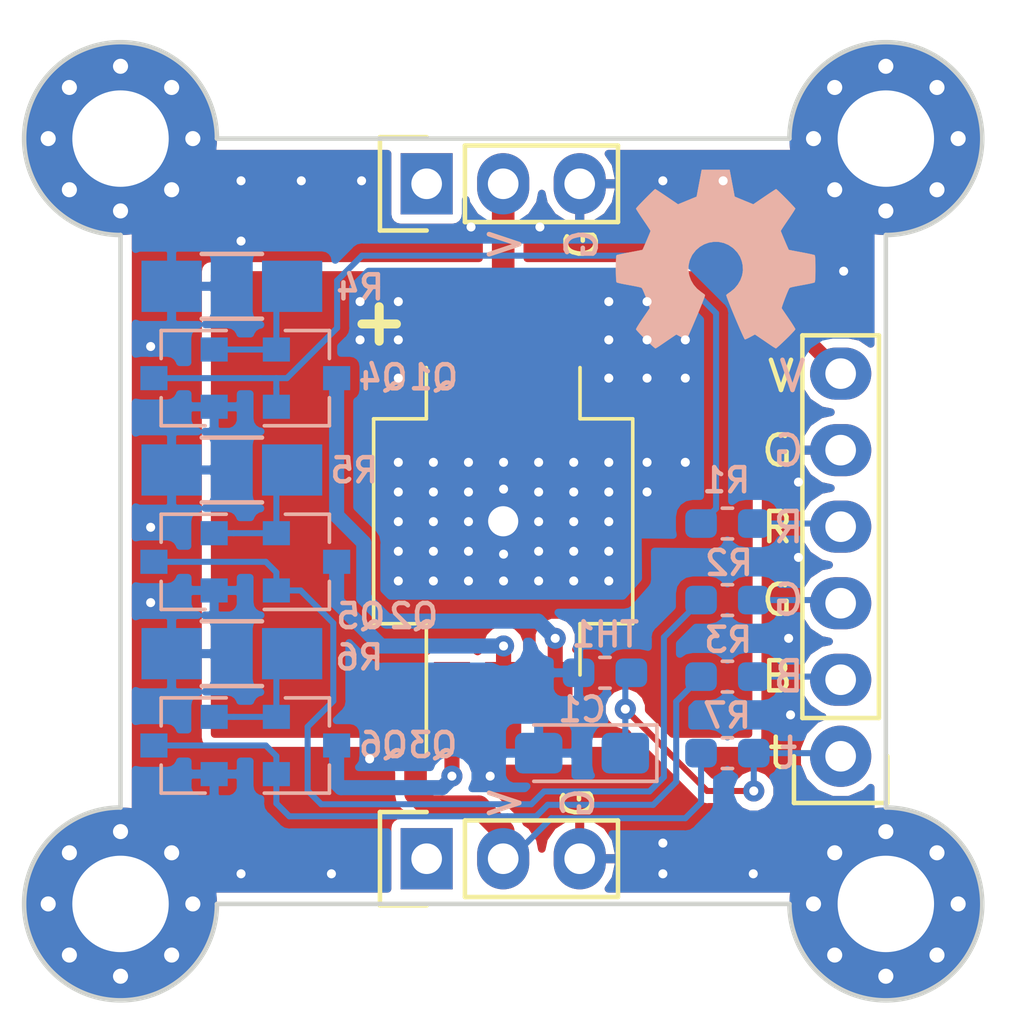
<source format=kicad_pcb>
(kicad_pcb (version 20171130) (host pcbnew "(5.0.1)-4")

  (general
    (thickness 1.6)
    (drawings 29)
    (tracks 210)
    (zones 0)
    (modules 24)
    (nets 16)
  )

  (page A4)
  (layers
    (0 F.Cu signal)
    (31 B.Cu signal)
    (32 B.Adhes user)
    (33 F.Adhes user)
    (34 B.Paste user)
    (35 F.Paste user)
    (36 B.SilkS user)
    (37 F.SilkS user)
    (38 B.Mask user hide)
    (39 F.Mask user hide)
    (40 Dwgs.User user)
    (41 Cmts.User user)
    (42 Eco1.User user)
    (43 Eco2.User user)
    (44 Edge.Cuts user)
    (45 Margin user)
    (46 B.CrtYd user)
    (47 F.CrtYd user)
    (48 B.Fab user)
    (49 F.Fab user)
  )

  (setup
    (last_trace_width 0.2)
    (user_trace_width 0.3)
    (user_trace_width 0.5)
    (user_trace_width 0.75)
    (user_trace_width 1)
    (user_trace_width 2)
    (user_trace_width 3)
    (trace_clearance 0.2)
    (zone_clearance 0.3)
    (zone_45_only no)
    (trace_min 0.2)
    (segment_width 0.2)
    (edge_width 0.15)
    (via_size 0.7)
    (via_drill 0.3)
    (via_min_size 0.7)
    (via_min_drill 0.3)
    (uvia_size 0.3)
    (uvia_drill 0.1)
    (uvias_allowed no)
    (uvia_min_size 0.2)
    (uvia_min_drill 0.1)
    (pcb_text_width 0.3)
    (pcb_text_size 1.5 1.5)
    (mod_edge_width 0.15)
    (mod_text_size 1 1)
    (mod_text_width 0.15)
    (pad_size 6.4 6.4)
    (pad_drill 3.2)
    (pad_to_mask_clearance 0.2)
    (solder_mask_min_width 0.25)
    (aux_axis_origin 0 0)
    (visible_elements 7FFDFF7F)
    (pcbplotparams
      (layerselection 0x010fc_ffffffff)
      (usegerberextensions false)
      (usegerberattributes false)
      (usegerberadvancedattributes false)
      (creategerberjobfile false)
      (excludeedgelayer true)
      (linewidth 0.100000)
      (plotframeref false)
      (viasonmask false)
      (mode 1)
      (useauxorigin false)
      (hpglpennumber 1)
      (hpglpenspeed 20)
      (hpglpendiameter 15.000000)
      (psnegative false)
      (psa4output false)
      (plotreference true)
      (plotvalue true)
      (plotinvisibletext false)
      (padsonsilk false)
      (subtractmaskfromsilk false)
      (outputformat 1)
      (mirror false)
      (drillshape 1)
      (scaleselection 1)
      (outputdirectory ""))
  )

  (net 0 "")
  (net 1 GND)
  (net 2 +5V)
  (net 3 "Net-(D1-Pad3)")
  (net 4 "Net-(D1-Pad2)")
  (net 5 "Net-(D1-Pad1)")
  (net 6 R)
  (net 7 G)
  (net 8 B)
  (net 9 TC)
  (net 10 "Net-(Q1-Pad1)")
  (net 11 "Net-(Q2-Pad1)")
  (net 12 "Net-(Q3-Pad1)")
  (net 13 "Net-(Q1-Pad2)")
  (net 14 "Net-(Q2-Pad2)")
  (net 15 "Net-(Q3-Pad2)")

  (net_class Default "Это класс цепей по умолчанию."
    (clearance 0.2)
    (trace_width 0.2)
    (via_dia 0.7)
    (via_drill 0.3)
    (uvia_dia 0.3)
    (uvia_drill 0.1)
    (diff_pair_gap 0.3)
    (diff_pair_width 0.3)
    (add_net +5V)
    (add_net B)
    (add_net G)
    (add_net GND)
    (add_net "Net-(D1-Pad1)")
    (add_net "Net-(D1-Pad2)")
    (add_net "Net-(D1-Pad3)")
    (add_net "Net-(Q1-Pad1)")
    (add_net "Net-(Q1-Pad2)")
    (add_net "Net-(Q2-Pad1)")
    (add_net "Net-(Q2-Pad2)")
    (add_net "Net-(Q3-Pad1)")
    (add_net "Net-(Q3-Pad2)")
    (add_net R)
    (add_net TC)
  )

  (module Mounting_Holes:MountingHole_3.2mm_M3_Pad_Via (layer F.Cu) (tedit 5BF19C29) (tstamp 5BF06BFA)
    (at 125.4 100)
    (descr "Mounting Hole 3.2mm, M3")
    (tags "mounting hole 3.2mm m3")
    (attr virtual)
    (fp_text reference REF** (at 0 -4.2) (layer F.SilkS) hide
      (effects (font (size 1 1) (thickness 0.15)))
    )
    (fp_text value MountingHole_3.2mm_M3_Pad_Via (at 0 4.2) (layer F.Fab) hide
      (effects (font (size 1 1) (thickness 0.15)))
    )
    (fp_circle (center 0 0) (end 3.45 0) (layer F.CrtYd) (width 0.05))
    (fp_circle (center 0 0) (end 3.2 0) (layer Cmts.User) (width 0.15))
    (fp_text user %R (at 0.3 0) (layer F.Fab) hide
      (effects (font (size 1 1) (thickness 0.15)))
    )
    (pad 1 thru_hole circle (at 1.697056 -1.697056) (size 0.8 0.8) (drill 0.5) (layers *.Cu *.Mask))
    (pad "" thru_hole circle (at 0 -2.4) (size 0.8 0.8) (drill 0.5) (layers *.Cu *.Mask)
      (net 1 GND))
    (pad "" thru_hole circle (at -1.697056 -1.697056) (size 0.8 0.8) (drill 0.5) (layers *.Cu *.Mask)
      (net 1 GND))
    (pad "" thru_hole circle (at -2.4 0) (size 0.8 0.8) (drill 0.5) (layers *.Cu *.Mask)
      (net 1 GND))
    (pad "" thru_hole circle (at -1.697056 1.697056) (size 0.8 0.8) (drill 0.5) (layers *.Cu *.Mask)
      (net 1 GND))
    (pad 1 thru_hole circle (at 0 2.4) (size 0.8 0.8) (drill 0.5) (layers *.Cu *.Mask))
    (pad 1 thru_hole circle (at 1.697056 1.697056) (size 0.8 0.8) (drill 0.5) (layers *.Cu *.Mask))
    (pad 1 thru_hole circle (at 2.4 0) (size 0.8 0.8) (drill 0.5) (layers *.Cu *.Mask))
    (pad "" thru_hole circle (at 0 0) (size 6.4 6.4) (drill 3.2) (layers *.Cu *.Mask)
      (net 1 GND) (zone_connect 2))
  )

  (module Mounting_Holes:MountingHole_3.2mm_M3_Pad_Via (layer F.Cu) (tedit 5BF19C1B) (tstamp 5BF06BBA)
    (at 100 100)
    (descr "Mounting Hole 3.2mm, M3")
    (tags "mounting hole 3.2mm m3")
    (attr virtual)
    (fp_text reference REF** (at 0 -4.2) (layer F.SilkS) hide
      (effects (font (size 1 1) (thickness 0.15)))
    )
    (fp_text value MountingHole_3.2mm_M3_Pad_Via (at 0 4.2) (layer F.Fab) hide
      (effects (font (size 1 1) (thickness 0.15)))
    )
    (fp_text user %R (at 0.3 0) (layer F.Fab) hide
      (effects (font (size 1 1) (thickness 0.15)))
    )
    (fp_circle (center 0 0) (end 3.2 0) (layer Cmts.User) (width 0.15))
    (fp_circle (center 0 0) (end 3.45 0) (layer F.CrtYd) (width 0.05))
    (pad "" thru_hole circle (at 0 0) (size 6.4 6.4) (drill 3.2) (layers *.Cu *.Mask)
      (net 1 GND) (zone_connect 2))
    (pad 1 thru_hole circle (at 2.4 0) (size 0.8 0.8) (drill 0.5) (layers *.Cu *.Mask))
    (pad 1 thru_hole circle (at 1.697056 1.697056) (size 0.8 0.8) (drill 0.5) (layers *.Cu *.Mask))
    (pad 1 thru_hole circle (at 0 2.4) (size 0.8 0.8) (drill 0.5) (layers *.Cu *.Mask))
    (pad "" thru_hole circle (at -1.697056 1.697056) (size 0.8 0.8) (drill 0.5) (layers *.Cu *.Mask)
      (net 1 GND))
    (pad "" thru_hole circle (at -2.4 0) (size 0.8 0.8) (drill 0.5) (layers *.Cu *.Mask)
      (net 1 GND))
    (pad "" thru_hole circle (at -1.697056 -1.697056) (size 0.8 0.8) (drill 0.5) (layers *.Cu *.Mask)
      (net 1 GND))
    (pad "" thru_hole circle (at 0 -2.4) (size 0.8 0.8) (drill 0.5) (layers *.Cu *.Mask)
      (net 1 GND))
    (pad "" thru_hole circle (at 1.697056 -1.697056) (size 0.8 0.8) (drill 0.5) (layers *.Cu *.Mask)
      (net 1 GND))
  )

  (module Mounting_Holes:MountingHole_3.2mm_M3_Pad_Via (layer F.Cu) (tedit 5BF19C05) (tstamp 5BF06B09)
    (at 100 74.6)
    (descr "Mounting Hole 3.2mm, M3")
    (tags "mounting hole 3.2mm m3")
    (attr virtual)
    (fp_text reference REF** (at 0 -4.2) (layer F.SilkS) hide
      (effects (font (size 1 1) (thickness 0.15)))
    )
    (fp_text value MountingHole_3.2mm_M3_Pad_Via (at 0 4.2) (layer F.Fab) hide
      (effects (font (size 1 1) (thickness 0.15)))
    )
    (fp_circle (center 0 0) (end 3.45 0) (layer F.CrtYd) (width 0.05))
    (fp_circle (center 0 0) (end 3.2 0) (layer Cmts.User) (width 0.15))
    (fp_text user %R (at 0.3 0) (layer F.Fab) hide
      (effects (font (size 1 1) (thickness 0.15)))
    )
    (pad 1 thru_hole circle (at 1.697056 -1.697056) (size 0.8 0.8) (drill 0.5) (layers *.Cu *.Mask))
    (pad 1 thru_hole circle (at 0 -2.4) (size 0.8 0.8) (drill 0.5) (layers *.Cu *.Mask)
      (net 1 GND))
    (pad "" thru_hole circle (at -1.697056 -1.697056) (size 0.8 0.8) (drill 0.5) (layers *.Cu *.Mask)
      (net 1 GND))
    (pad "" thru_hole circle (at -2.4 0) (size 0.8 0.8) (drill 0.5) (layers *.Cu *.Mask)
      (net 1 GND))
    (pad "" thru_hole circle (at -1.697056 1.697056) (size 0.8 0.8) (drill 0.5) (layers *.Cu *.Mask)
      (net 1 GND))
    (pad "" thru_hole circle (at 0 2.4) (size 0.8 0.8) (drill 0.5) (layers *.Cu *.Mask)
      (net 1 GND))
    (pad "" thru_hole circle (at 1.697056 1.697056) (size 0.8 0.8) (drill 0.5) (layers *.Cu *.Mask)
      (net 1 GND))
    (pad "" thru_hole circle (at 2.4 0) (size 0.8 0.8) (drill 0.5) (layers *.Cu *.Mask)
      (net 1 GND))
    (pad "" thru_hole circle (at 0 0) (size 6.4 6.4) (drill 3.2) (layers *.Cu *.Mask)
      (net 1 GND) (zone_connect 2))
  )

  (module LED_SMD:LED_RGB_Getian_GT-P6PRGB4303 (layer F.Cu) (tedit 5BF1974F) (tstamp 5BEBFD14)
    (at 112.7 87.3 90)
    (descr https://www.gme.sk/img/cache/doc/518/177/vykonova-led-getian-gt-p6prgb4303-datasheet-1.pdf)
    (tags "LED RGB ")
    (path /5BE03109)
    (attr smd)
    (fp_text reference D1 (at 0 -5.2 90) (layer F.SilkS) hide
      (effects (font (size 1 1) (thickness 0.15)))
    )
    (fp_text value LED_RGB (at 0 5.45 90) (layer F.Fab)
      (effects (font (size 1 1) (thickness 0.15)))
    )
    (fp_arc (start 0 0) (end 0 -4) (angle 65) (layer F.Fab) (width 0.1))
    (fp_arc (start 0 0) (end 0 -4) (angle -65) (layer F.Fab) (width 0.1))
    (fp_arc (start 0 0) (end 0 4) (angle 65) (layer F.Fab) (width 0.1))
    (fp_arc (start 0 0) (end 0 4) (angle -65) (layer F.Fab) (width 0.1))
    (fp_line (start -7.75 -2.55) (end -3.4 -2.55) (layer F.SilkS) (width 0.12))
    (fp_line (start -3.4 -4.3) (end -3.4 -2.55) (layer F.SilkS) (width 0.12))
    (fp_line (start 3.4 -2.55) (end 4.7 -2.55) (layer F.SilkS) (width 0.12))
    (fp_line (start 3.4 -4.3) (end 3.4 -2.55) (layer F.SilkS) (width 0.12))
    (fp_line (start 4.7 -2.55) (end 5.1 -2.55) (layer F.SilkS) (width 0.12))
    (fp_line (start 5.1 2.55) (end 3.4 2.55) (layer F.SilkS) (width 0.12))
    (fp_line (start 3.4 4.3) (end -3.4 4.3) (layer F.SilkS) (width 0.12))
    (fp_line (start 3.4 2.55) (end 3.4 4.3) (layer F.SilkS) (width 0.12))
    (fp_line (start -3.4 2.55) (end -3.4 4.3) (layer F.SilkS) (width 0.12))
    (fp_line (start -5.1 2.55) (end -3.4 2.55) (layer F.SilkS) (width 0.12))
    (fp_line (start 3.4 -4.3) (end -3.4 -4.3) (layer F.SilkS) (width 0.12))
    (fp_line (start -8 -4.55) (end 8.05 -4.55) (layer F.CrtYd) (width 0.05))
    (fp_line (start -8 4.55) (end 8.05 4.55) (layer F.CrtYd) (width 0.05))
    (fp_line (start -8 -4.55) (end -8 4.55) (layer F.CrtYd) (width 0.05))
    (fp_line (start 8.05 -4.55) (end 8.05 4.55) (layer F.CrtYd) (width 0.05))
    (fp_line (start -3.6 1.8) (end -3.6 -1.8) (layer F.Fab) (width 0.1))
    (fp_line (start 3.6 -1.8) (end 3.6 1.8) (layer F.Fab) (width 0.1))
    (fp_line (start -3.6 -1.7) (end -6.2 -1.7) (layer F.Fab) (width 0.1))
    (fp_line (start -6.2 0) (end -3.6 0) (layer F.Fab) (width 0.1))
    (fp_line (start -3.6 1.7) (end -6.2 1.7) (layer F.Fab) (width 0.1))
    (fp_line (start 3.6 1.7) (end 6.3 1.7) (layer F.Fab) (width 0.1))
    (fp_line (start 6.3 0) (end 3.6 0) (layer F.Fab) (width 0.1))
    (fp_line (start 3.6 -1.7) (end 6.3 -1.7) (layer F.Fab) (width 0.1))
    (pad 3 smd rect (at -6.22 1.7 90) (size 3.1 1.2) (layers F.Cu F.Paste F.Mask)
      (net 3 "Net-(D1-Pad3)"))
    (pad 2 smd rect (at -6.22 0 90) (size 3.1 1.2) (layers F.Cu F.Paste F.Mask)
      (net 4 "Net-(D1-Pad2)"))
    (pad 1 smd rect (at -6.22 -1.7 90) (size 3.1 1.2) (layers F.Cu F.Paste F.Mask)
      (net 5 "Net-(D1-Pad1)"))
    (pad "" thru_hole rect (at 0 0 90) (size 4.8 8) (drill 1) (layers *.Cu *.Mask)
      (net 2 +5V) (zone_connect 2))
    (pad 6 smd rect (at 6.22 -1.7 270) (size 3.1 1.2) (layers F.Cu F.Paste F.Mask)
      (net 2 +5V))
    (pad 5 smd rect (at 6.22 0 270) (size 3.1 1.2) (layers F.Cu F.Paste F.Mask)
      (net 2 +5V))
    (pad 4 smd rect (at 6.22 1.7 270) (size 3.1 1.2) (layers F.Cu F.Paste F.Mask)
      (net 2 +5V))
    (model ${KISYS3DMOD}/LED_SMD.3dshapes/LED_RGB_Getian_GT-P6PRGB4303.wrl
      (at (xyz 0 0 0))
      (scale (xyz 1 1 1))
      (rotate (xyz 0 0 0))
    )
  )

  (module Pin_Headers:Pin_Header_Straight_1x06 locked (layer F.Cu) (tedit 5BF17C70) (tstamp 5BEBFD29)
    (at 123.9 95.1 180)
    (descr "Through hole pin header")
    (tags "pin header")
    (path /5BDF5ACE)
    (fp_text reference J1 (at 0.202 15.598 180) (layer F.SilkS) hide
      (effects (font (size 1 1) (thickness 0.15)))
    )
    (fp_text value Conn_01x06_Male (at 0 -3.1 180) (layer F.Fab)
      (effects (font (size 1 1) (thickness 0.15)))
    )
    (fp_line (start -1.55 -1.55) (end 1.55 -1.55) (layer F.SilkS) (width 0.15))
    (fp_line (start -1.55 0) (end -1.55 -1.55) (layer F.SilkS) (width 0.15))
    (fp_line (start 1.27 1.27) (end -1.27 1.27) (layer F.SilkS) (width 0.15))
    (fp_line (start 1.55 -1.55) (end 1.55 0) (layer F.SilkS) (width 0.15))
    (fp_line (start -1.27 13.97) (end -1.27 1.27) (layer F.SilkS) (width 0.15))
    (fp_line (start 1.27 13.97) (end -1.27 13.97) (layer F.SilkS) (width 0.15))
    (fp_line (start 1.27 1.27) (end 1.27 13.97) (layer F.SilkS) (width 0.15))
    (fp_line (start -1.75 14.45) (end 1.75 14.45) (layer F.CrtYd) (width 0.05))
    (fp_line (start -1.75 -1.75) (end 1.75 -1.75) (layer F.CrtYd) (width 0.05))
    (fp_line (start 1.75 -1.75) (end 1.75 14.45) (layer F.CrtYd) (width 0.05))
    (fp_line (start -1.75 -1.75) (end -1.75 14.45) (layer F.CrtYd) (width 0.05))
    (pad 6 thru_hole oval (at 0 12.7 180) (size 2.032 1.7272) (drill 1.016) (layers *.Cu *.Mask)
      (net 2 +5V))
    (pad 5 thru_hole oval (at 0 10.16 180) (size 2.032 1.7272) (drill 1.016) (layers *.Cu *.Mask)
      (net 1 GND))
    (pad 4 thru_hole oval (at 0 7.62 180) (size 2.032 1.7272) (drill 1.016) (layers *.Cu *.Mask)
      (net 6 R))
    (pad 3 thru_hole oval (at 0 5.08 180) (size 2.032 1.7272) (drill 1.016) (layers *.Cu *.Mask)
      (net 7 G))
    (pad 2 thru_hole oval (at 0 2.54 180) (size 2.032 1.7272) (drill 1.016) (layers *.Cu *.Mask)
      (net 8 B))
    (pad 1 thru_hole circle (at 0 0 180) (size 2.032 2.032) (drill 1.016) (layers *.Cu *.Mask)
      (net 9 TC))
    (model ${KISYS3DMOD}/Socket_Strips.3dshapes/Socket_Strip_Straight_1x06.wrl
      (offset (xyz 0 -6.33 0))
      (scale (xyz 1 1 1))
      (rotate (xyz -180 0 -90))
    )
  )

  (module Resistors_SMD:R_1206_HandSoldering (layer B.Cu) (tedit 5BF167D8) (tstamp 5BEC0E9E)
    (at 103.6955 79.502)
    (descr "Resistor SMD 1206, hand soldering")
    (tags "resistor 1206")
    (path /5BDE1B4D)
    (attr smd)
    (fp_text reference R4 (at 4.2545 0.0381) (layer B.SilkS)
      (effects (font (size 0.8 0.8) (thickness 0.15)) (justify mirror))
    )
    (fp_text value 1,8R (at 0 -2.3) (layer B.Fab)
      (effects (font (size 1 1) (thickness 0.15)) (justify mirror))
    )
    (fp_line (start -1.6 -0.8) (end -1.6 0.8) (layer B.Fab) (width 0.1))
    (fp_line (start 1.6 -0.8) (end -1.6 -0.8) (layer B.Fab) (width 0.1))
    (fp_line (start 1.6 0.8) (end 1.6 -0.8) (layer B.Fab) (width 0.1))
    (fp_line (start -1.6 0.8) (end 1.6 0.8) (layer B.Fab) (width 0.1))
    (fp_line (start -3.3 1.2) (end 3.3 1.2) (layer B.CrtYd) (width 0.05))
    (fp_line (start -3.3 -1.2) (end 3.3 -1.2) (layer B.CrtYd) (width 0.05))
    (fp_line (start -3.3 1.2) (end -3.3 -1.2) (layer B.CrtYd) (width 0.05))
    (fp_line (start 3.3 1.2) (end 3.3 -1.2) (layer B.CrtYd) (width 0.05))
    (fp_line (start 1 -1.075) (end -1 -1.075) (layer B.SilkS) (width 0.15))
    (fp_line (start -1 1.075) (end 1 1.075) (layer B.SilkS) (width 0.15))
    (pad 1 smd rect (at -2 0) (size 2 1.7) (layers B.Cu B.Paste B.Mask)
      (net 1 GND))
    (pad 2 smd rect (at 2 0) (size 2 1.7) (layers B.Cu B.Paste B.Mask)
      (net 13 "Net-(Q1-Pad2)"))
    (model Resistors_SMD.3dshapes/R_1206_HandSoldering.wrl
      (at (xyz 0 0 0))
      (scale (xyz 1 1 1))
      (rotate (xyz 0 0 0))
    )
  )

  (module Resistors_SMD:R_1206_HandSoldering (layer B.Cu) (tedit 5BF167EF) (tstamp 5BEC0EAE)
    (at 103.6955 85.598)
    (descr "Resistor SMD 1206, hand soldering")
    (tags "resistor 1206")
    (path /5BDE589D)
    (attr smd)
    (fp_text reference R5 (at 4.064 0.0127) (layer B.SilkS)
      (effects (font (size 0.8 0.8) (thickness 0.15)) (justify mirror))
    )
    (fp_text value 1,8R (at 0 -2.3) (layer B.Fab)
      (effects (font (size 1 1) (thickness 0.15)) (justify mirror))
    )
    (fp_line (start -1.6 -0.8) (end -1.6 0.8) (layer B.Fab) (width 0.1))
    (fp_line (start 1.6 -0.8) (end -1.6 -0.8) (layer B.Fab) (width 0.1))
    (fp_line (start 1.6 0.8) (end 1.6 -0.8) (layer B.Fab) (width 0.1))
    (fp_line (start -1.6 0.8) (end 1.6 0.8) (layer B.Fab) (width 0.1))
    (fp_line (start -3.3 1.2) (end 3.3 1.2) (layer B.CrtYd) (width 0.05))
    (fp_line (start -3.3 -1.2) (end 3.3 -1.2) (layer B.CrtYd) (width 0.05))
    (fp_line (start -3.3 1.2) (end -3.3 -1.2) (layer B.CrtYd) (width 0.05))
    (fp_line (start 3.3 1.2) (end 3.3 -1.2) (layer B.CrtYd) (width 0.05))
    (fp_line (start 1 -1.075) (end -1 -1.075) (layer B.SilkS) (width 0.15))
    (fp_line (start -1 1.075) (end 1 1.075) (layer B.SilkS) (width 0.15))
    (pad 1 smd rect (at -2 0) (size 2 1.7) (layers B.Cu B.Paste B.Mask)
      (net 1 GND))
    (pad 2 smd rect (at 2 0) (size 2 1.7) (layers B.Cu B.Paste B.Mask)
      (net 14 "Net-(Q2-Pad2)"))
    (model Resistors_SMD.3dshapes/R_1206_HandSoldering.wrl
      (at (xyz 0 0 0))
      (scale (xyz 1 1 1))
      (rotate (xyz 0 0 0))
    )
  )

  (module Resistors_SMD:R_1206_HandSoldering (layer B.Cu) (tedit 5BF167AB) (tstamp 5BEC0EBE)
    (at 103.6955 91.694)
    (descr "Resistor SMD 1206, hand soldering")
    (tags "resistor 1206")
    (path /5BDE7A9F)
    (attr smd)
    (fp_text reference R6 (at 4.2291 0.127) (layer B.SilkS)
      (effects (font (size 0.8 0.8) (thickness 0.15)) (justify mirror))
    )
    (fp_text value 1,8R (at 0 -2.3) (layer B.Fab)
      (effects (font (size 1 1) (thickness 0.15)) (justify mirror))
    )
    (fp_line (start -1 1.075) (end 1 1.075) (layer B.SilkS) (width 0.15))
    (fp_line (start 1 -1.075) (end -1 -1.075) (layer B.SilkS) (width 0.15))
    (fp_line (start 3.3 1.2) (end 3.3 -1.2) (layer B.CrtYd) (width 0.05))
    (fp_line (start -3.3 1.2) (end -3.3 -1.2) (layer B.CrtYd) (width 0.05))
    (fp_line (start -3.3 -1.2) (end 3.3 -1.2) (layer B.CrtYd) (width 0.05))
    (fp_line (start -3.3 1.2) (end 3.3 1.2) (layer B.CrtYd) (width 0.05))
    (fp_line (start -1.6 0.8) (end 1.6 0.8) (layer B.Fab) (width 0.1))
    (fp_line (start 1.6 0.8) (end 1.6 -0.8) (layer B.Fab) (width 0.1))
    (fp_line (start 1.6 -0.8) (end -1.6 -0.8) (layer B.Fab) (width 0.1))
    (fp_line (start -1.6 -0.8) (end -1.6 0.8) (layer B.Fab) (width 0.1))
    (pad 2 smd rect (at 2 0) (size 2 1.7) (layers B.Cu B.Paste B.Mask)
      (net 15 "Net-(Q3-Pad2)"))
    (pad 1 smd rect (at -2 0) (size 2 1.7) (layers B.Cu B.Paste B.Mask)
      (net 1 GND))
    (model Resistors_SMD.3dshapes/R_1206_HandSoldering.wrl
      (at (xyz 0 0 0))
      (scale (xyz 1 1 1))
      (rotate (xyz 0 0 0))
    )
  )

  (module Socket_Strips:Socket_Strip_Straight_1x03 locked (layer F.Cu) (tedit 5BF17D86) (tstamp 5BECCDC9)
    (at 110.16 76.1)
    (descr "Through hole socket strip")
    (tags "socket strip")
    (path /5BEC06C8)
    (fp_text reference J2 (at -2.76 0) (layer F.SilkS) hide
      (effects (font (size 1 1) (thickness 0.15)))
    )
    (fp_text value Conn_01x03_Female (at 0 -3.1) (layer F.Fab)
      (effects (font (size 1 1) (thickness 0.15)))
    )
    (fp_line (start 0 -1.55) (end -1.55 -1.55) (layer F.SilkS) (width 0.15))
    (fp_line (start -1.55 -1.55) (end -1.55 1.55) (layer F.SilkS) (width 0.15))
    (fp_line (start -1.55 1.55) (end 0 1.55) (layer F.SilkS) (width 0.15))
    (fp_line (start -1.75 -1.75) (end -1.75 1.75) (layer F.CrtYd) (width 0.05))
    (fp_line (start 6.85 -1.75) (end 6.85 1.75) (layer F.CrtYd) (width 0.05))
    (fp_line (start -1.75 -1.75) (end 6.85 -1.75) (layer F.CrtYd) (width 0.05))
    (fp_line (start -1.75 1.75) (end 6.85 1.75) (layer F.CrtYd) (width 0.05))
    (fp_line (start 1.27 -1.27) (end 6.35 -1.27) (layer F.SilkS) (width 0.15))
    (fp_line (start 6.35 -1.27) (end 6.35 1.27) (layer F.SilkS) (width 0.15))
    (fp_line (start 6.35 1.27) (end 1.27 1.27) (layer F.SilkS) (width 0.15))
    (fp_line (start 1.27 1.27) (end 1.27 -1.27) (layer F.SilkS) (width 0.15))
    (pad 1 thru_hole rect (at 0 0) (size 1.7272 2.032) (drill 1.016) (layers *.Cu *.Mask))
    (pad 2 thru_hole oval (at 2.54 0) (size 1.7272 2.032) (drill 1.016) (layers *.Cu *.Mask)
      (net 2 +5V))
    (pad 3 thru_hole oval (at 5.08 0) (size 1.7272 2.032) (drill 1.016) (layers *.Cu *.Mask)
      (net 1 GND))
    (model Socket_Strips.3dshapes/Socket_Strip_Straight_1x03.wrl
      (offset (xyz 2.54 0 -1.5))
      (scale (xyz 1 1 1))
      (rotate (xyz 180 0 180))
    )
  )

  (module Socket_Strips:Socket_Strip_Straight_1x03 locked (layer F.Cu) (tedit 5BF17DD3) (tstamp 5BECCDDB)
    (at 110.16 98.5)
    (descr "Through hole socket strip")
    (tags "socket strip")
    (path /5BEC05C8)
    (fp_text reference J3 (at -2.56 0) (layer F.SilkS) hide
      (effects (font (size 1 1) (thickness 0.15)))
    )
    (fp_text value Conn_01x03_Female (at 0 -3.1) (layer F.Fab)
      (effects (font (size 1 1) (thickness 0.15)))
    )
    (fp_line (start 1.27 1.27) (end 1.27 -1.27) (layer F.SilkS) (width 0.15))
    (fp_line (start 6.35 1.27) (end 1.27 1.27) (layer F.SilkS) (width 0.15))
    (fp_line (start 6.35 -1.27) (end 6.35 1.27) (layer F.SilkS) (width 0.15))
    (fp_line (start 1.27 -1.27) (end 6.35 -1.27) (layer F.SilkS) (width 0.15))
    (fp_line (start -1.75 1.75) (end 6.85 1.75) (layer F.CrtYd) (width 0.05))
    (fp_line (start -1.75 -1.75) (end 6.85 -1.75) (layer F.CrtYd) (width 0.05))
    (fp_line (start 6.85 -1.75) (end 6.85 1.75) (layer F.CrtYd) (width 0.05))
    (fp_line (start -1.75 -1.75) (end -1.75 1.75) (layer F.CrtYd) (width 0.05))
    (fp_line (start -1.55 1.55) (end 0 1.55) (layer F.SilkS) (width 0.15))
    (fp_line (start -1.55 -1.55) (end -1.55 1.55) (layer F.SilkS) (width 0.15))
    (fp_line (start 0 -1.55) (end -1.55 -1.55) (layer F.SilkS) (width 0.15))
    (pad 3 thru_hole oval (at 5.08 0) (size 1.7272 2.032) (drill 1.016) (layers *.Cu *.Mask)
      (net 1 GND))
    (pad 2 thru_hole oval (at 2.54 0) (size 1.7272 2.032) (drill 1.016) (layers *.Cu *.Mask)
      (net 2 +5V))
    (pad 1 thru_hole rect (at 0 0) (size 1.7272 2.032) (drill 1.016) (layers *.Cu *.Mask))
    (model Socket_Strips.3dshapes/Socket_Strip_Straight_1x03.wrl
      (offset (xyz 2.54 0 -1.5))
      (scale (xyz 1 1 1))
      (rotate (xyz 180 0 180))
    )
  )

  (module Resistor_SMD:R_0603_1608Metric_Pad1.05x0.95mm_HandSolder (layer B.Cu) (tedit 5BF16720) (tstamp 5BF05B99)
    (at 120.142 87.376)
    (descr "Resistor SMD 0603 (1608 Metric), square (rectangular) end terminal, IPC_7351 nominal with elongated pad for handsoldering. (Body size source: http://www.tortai-tech.com/upload/download/2011102023233369053.pdf), generated with kicad-footprint-generator")
    (tags "resistor handsolder")
    (path /5BDDFE17)
    (attr smd)
    (fp_text reference R1 (at -0.0381 -1.4351) (layer B.SilkS)
      (effects (font (size 0.8 0.8) (thickness 0.15)) (justify mirror))
    )
    (fp_text value 47k (at 0 -1.43) (layer B.Fab)
      (effects (font (size 1 1) (thickness 0.15)) (justify mirror))
    )
    (fp_line (start -0.8 -0.4) (end -0.8 0.4) (layer B.Fab) (width 0.1))
    (fp_line (start -0.8 0.4) (end 0.8 0.4) (layer B.Fab) (width 0.1))
    (fp_line (start 0.8 0.4) (end 0.8 -0.4) (layer B.Fab) (width 0.1))
    (fp_line (start 0.8 -0.4) (end -0.8 -0.4) (layer B.Fab) (width 0.1))
    (fp_line (start -0.171267 0.51) (end 0.171267 0.51) (layer B.SilkS) (width 0.12))
    (fp_line (start -0.171267 -0.51) (end 0.171267 -0.51) (layer B.SilkS) (width 0.12))
    (fp_line (start -1.65 -0.73) (end -1.65 0.73) (layer B.CrtYd) (width 0.05))
    (fp_line (start -1.65 0.73) (end 1.65 0.73) (layer B.CrtYd) (width 0.05))
    (fp_line (start 1.65 0.73) (end 1.65 -0.73) (layer B.CrtYd) (width 0.05))
    (fp_line (start 1.65 -0.73) (end -1.65 -0.73) (layer B.CrtYd) (width 0.05))
    (fp_text user %R (at 0 0) (layer B.Fab)
      (effects (font (size 0.4 0.4) (thickness 0.06)) (justify mirror))
    )
    (pad 1 smd roundrect (at -0.875 0) (size 1.05 0.95) (layers B.Cu B.Paste B.Mask) (roundrect_rratio 0.25)
      (net 10 "Net-(Q1-Pad1)"))
    (pad 2 smd roundrect (at 0.875 0) (size 1.05 0.95) (layers B.Cu B.Paste B.Mask) (roundrect_rratio 0.25)
      (net 6 R))
    (model ${KISYS3DMOD}/Resistor_SMD.3dshapes/R_0603_1608Metric.wrl
      (at (xyz 0 0 0))
      (scale (xyz 1 1 1))
      (rotate (xyz 0 0 0))
    )
  )

  (module Resistor_SMD:R_0603_1608Metric_Pad1.05x0.95mm_HandSolder (layer B.Cu) (tedit 5BF16728) (tstamp 5BF05BAA)
    (at 120.142 89.916)
    (descr "Resistor SMD 0603 (1608 Metric), square (rectangular) end terminal, IPC_7351 nominal with elongated pad for handsoldering. (Body size source: http://www.tortai-tech.com/upload/download/2011102023233369053.pdf), generated with kicad-footprint-generator")
    (tags "resistor handsolder")
    (path /5BDE6331)
    (attr smd)
    (fp_text reference R2 (at 0.0508 -1.2319) (layer B.SilkS)
      (effects (font (size 0.8 0.8) (thickness 0.15)) (justify mirror))
    )
    (fp_text value 47k (at 0 -1.43) (layer B.Fab)
      (effects (font (size 1 1) (thickness 0.15)) (justify mirror))
    )
    (fp_line (start -0.8 -0.4) (end -0.8 0.4) (layer B.Fab) (width 0.1))
    (fp_line (start -0.8 0.4) (end 0.8 0.4) (layer B.Fab) (width 0.1))
    (fp_line (start 0.8 0.4) (end 0.8 -0.4) (layer B.Fab) (width 0.1))
    (fp_line (start 0.8 -0.4) (end -0.8 -0.4) (layer B.Fab) (width 0.1))
    (fp_line (start -0.171267 0.51) (end 0.171267 0.51) (layer B.SilkS) (width 0.12))
    (fp_line (start -0.171267 -0.51) (end 0.171267 -0.51) (layer B.SilkS) (width 0.12))
    (fp_line (start -1.65 -0.73) (end -1.65 0.73) (layer B.CrtYd) (width 0.05))
    (fp_line (start -1.65 0.73) (end 1.65 0.73) (layer B.CrtYd) (width 0.05))
    (fp_line (start 1.65 0.73) (end 1.65 -0.73) (layer B.CrtYd) (width 0.05))
    (fp_line (start 1.65 -0.73) (end -1.65 -0.73) (layer B.CrtYd) (width 0.05))
    (fp_text user %R (at 0 0) (layer B.Fab)
      (effects (font (size 0.4 0.4) (thickness 0.06)) (justify mirror))
    )
    (pad 1 smd roundrect (at -0.875 0) (size 1.05 0.95) (layers B.Cu B.Paste B.Mask) (roundrect_rratio 0.25)
      (net 11 "Net-(Q2-Pad1)"))
    (pad 2 smd roundrect (at 0.875 0) (size 1.05 0.95) (layers B.Cu B.Paste B.Mask) (roundrect_rratio 0.25)
      (net 7 G))
    (model ${KISYS3DMOD}/Resistor_SMD.3dshapes/R_0603_1608Metric.wrl
      (at (xyz 0 0 0))
      (scale (xyz 1 1 1))
      (rotate (xyz 0 0 0))
    )
  )

  (module Resistor_SMD:R_0603_1608Metric_Pad1.05x0.95mm_HandSolder (layer B.Cu) (tedit 5BF16738) (tstamp 5BF05BBB)
    (at 120.142 92.456)
    (descr "Resistor SMD 0603 (1608 Metric), square (rectangular) end terminal, IPC_7351 nominal with elongated pad for handsoldering. (Body size source: http://www.tortai-tech.com/upload/download/2011102023233369053.pdf), generated with kicad-footprint-generator")
    (tags "resistor handsolder")
    (path /5BDE7B03)
    (attr smd)
    (fp_text reference R3 (at 0.0254 -1.2192) (layer B.SilkS)
      (effects (font (size 0.8 0.8) (thickness 0.15)) (justify mirror))
    )
    (fp_text value 47k (at 0 -1.43) (layer B.Fab)
      (effects (font (size 1 1) (thickness 0.15)) (justify mirror))
    )
    (fp_text user %R (at 0 0) (layer B.Fab)
      (effects (font (size 0.4 0.4) (thickness 0.06)) (justify mirror))
    )
    (fp_line (start 1.65 -0.73) (end -1.65 -0.73) (layer B.CrtYd) (width 0.05))
    (fp_line (start 1.65 0.73) (end 1.65 -0.73) (layer B.CrtYd) (width 0.05))
    (fp_line (start -1.65 0.73) (end 1.65 0.73) (layer B.CrtYd) (width 0.05))
    (fp_line (start -1.65 -0.73) (end -1.65 0.73) (layer B.CrtYd) (width 0.05))
    (fp_line (start -0.171267 -0.51) (end 0.171267 -0.51) (layer B.SilkS) (width 0.12))
    (fp_line (start -0.171267 0.51) (end 0.171267 0.51) (layer B.SilkS) (width 0.12))
    (fp_line (start 0.8 -0.4) (end -0.8 -0.4) (layer B.Fab) (width 0.1))
    (fp_line (start 0.8 0.4) (end 0.8 -0.4) (layer B.Fab) (width 0.1))
    (fp_line (start -0.8 0.4) (end 0.8 0.4) (layer B.Fab) (width 0.1))
    (fp_line (start -0.8 -0.4) (end -0.8 0.4) (layer B.Fab) (width 0.1))
    (pad 2 smd roundrect (at 0.875 0) (size 1.05 0.95) (layers B.Cu B.Paste B.Mask) (roundrect_rratio 0.25)
      (net 8 B))
    (pad 1 smd roundrect (at -0.875 0) (size 1.05 0.95) (layers B.Cu B.Paste B.Mask) (roundrect_rratio 0.25)
      (net 12 "Net-(Q3-Pad1)"))
    (model ${KISYS3DMOD}/Resistor_SMD.3dshapes/R_0603_1608Metric.wrl
      (at (xyz 0 0 0))
      (scale (xyz 1 1 1))
      (rotate (xyz 0 0 0))
    )
  )

  (module Resistor_SMD:R_0603_1608Metric_Pad1.05x0.95mm_HandSolder (layer B.Cu) (tedit 5BF16749) (tstamp 5BF05BCC)
    (at 120.142 94.996 180)
    (descr "Resistor SMD 0603 (1608 Metric), square (rectangular) end terminal, IPC_7351 nominal with elongated pad for handsoldering. (Body size source: http://www.tortai-tech.com/upload/download/2011102023233369053.pdf), generated with kicad-footprint-generator")
    (tags "resistor handsolder")
    (path /5BDF74F5)
    (attr smd)
    (fp_text reference R7 (at 0.0127 1.2446 180) (layer B.SilkS)
      (effects (font (size 0.8 0.8) (thickness 0.15)) (justify mirror))
    )
    (fp_text value 4,7k (at 0 -1.43 180) (layer B.Fab)
      (effects (font (size 1 1) (thickness 0.15)) (justify mirror))
    )
    (fp_text user %R (at 0 0 180) (layer B.Fab)
      (effects (font (size 0.4 0.4) (thickness 0.06)) (justify mirror))
    )
    (fp_line (start 1.65 -0.73) (end -1.65 -0.73) (layer B.CrtYd) (width 0.05))
    (fp_line (start 1.65 0.73) (end 1.65 -0.73) (layer B.CrtYd) (width 0.05))
    (fp_line (start -1.65 0.73) (end 1.65 0.73) (layer B.CrtYd) (width 0.05))
    (fp_line (start -1.65 -0.73) (end -1.65 0.73) (layer B.CrtYd) (width 0.05))
    (fp_line (start -0.171267 -0.51) (end 0.171267 -0.51) (layer B.SilkS) (width 0.12))
    (fp_line (start -0.171267 0.51) (end 0.171267 0.51) (layer B.SilkS) (width 0.12))
    (fp_line (start 0.8 -0.4) (end -0.8 -0.4) (layer B.Fab) (width 0.1))
    (fp_line (start 0.8 0.4) (end 0.8 -0.4) (layer B.Fab) (width 0.1))
    (fp_line (start -0.8 0.4) (end 0.8 0.4) (layer B.Fab) (width 0.1))
    (fp_line (start -0.8 -0.4) (end -0.8 0.4) (layer B.Fab) (width 0.1))
    (pad 2 smd roundrect (at 0.875 0 180) (size 1.05 0.95) (layers B.Cu B.Paste B.Mask) (roundrect_rratio 0.25)
      (net 2 +5V))
    (pad 1 smd roundrect (at -0.875 0 180) (size 1.05 0.95) (layers B.Cu B.Paste B.Mask) (roundrect_rratio 0.25)
      (net 9 TC))
    (model ${KISYS3DMOD}/Resistor_SMD.3dshapes/R_0603_1608Metric.wrl
      (at (xyz 0 0 0))
      (scale (xyz 1 1 1))
      (rotate (xyz 0 0 0))
    )
  )

  (module Resistor_SMD:R_0603_1608Metric_Pad1.05x0.95mm_HandSolder (layer B.Cu) (tedit 5BF16741) (tstamp 5BF05BDD)
    (at 116.078 92.329 180)
    (descr "Resistor SMD 0603 (1608 Metric), square (rectangular) end terminal, IPC_7351 nominal with elongated pad for handsoldering. (Body size source: http://www.tortai-tech.com/upload/download/2011102023233369053.pdf), generated with kicad-footprint-generator")
    (tags "resistor handsolder")
    (path /5BDF7445)
    (attr smd)
    (fp_text reference TH1 (at -0.0127 1.27 180) (layer B.SilkS)
      (effects (font (size 0.8 0.8) (thickness 0.15)) (justify mirror))
    )
    (fp_text value Thermistor_NTC (at 0 -1.43 180) (layer B.Fab)
      (effects (font (size 1 1) (thickness 0.15)) (justify mirror))
    )
    (fp_line (start -0.8 -0.4) (end -0.8 0.4) (layer B.Fab) (width 0.1))
    (fp_line (start -0.8 0.4) (end 0.8 0.4) (layer B.Fab) (width 0.1))
    (fp_line (start 0.8 0.4) (end 0.8 -0.4) (layer B.Fab) (width 0.1))
    (fp_line (start 0.8 -0.4) (end -0.8 -0.4) (layer B.Fab) (width 0.1))
    (fp_line (start -0.171267 0.51) (end 0.171267 0.51) (layer B.SilkS) (width 0.12))
    (fp_line (start -0.171267 -0.51) (end 0.171267 -0.51) (layer B.SilkS) (width 0.12))
    (fp_line (start -1.65 -0.73) (end -1.65 0.73) (layer B.CrtYd) (width 0.05))
    (fp_line (start -1.65 0.73) (end 1.65 0.73) (layer B.CrtYd) (width 0.05))
    (fp_line (start 1.65 0.73) (end 1.65 -0.73) (layer B.CrtYd) (width 0.05))
    (fp_line (start 1.65 -0.73) (end -1.65 -0.73) (layer B.CrtYd) (width 0.05))
    (fp_text user %R (at 0 0 180) (layer B.Fab)
      (effects (font (size 0.4 0.4) (thickness 0.06)) (justify mirror))
    )
    (pad 1 smd roundrect (at -0.875 0 180) (size 1.05 0.95) (layers B.Cu B.Paste B.Mask) (roundrect_rratio 0.25)
      (net 9 TC))
    (pad 2 smd roundrect (at 0.875 0 180) (size 1.05 0.95) (layers B.Cu B.Paste B.Mask) (roundrect_rratio 0.25)
      (net 1 GND))
    (model ${KISYS3DMOD}/Resistor_SMD.3dshapes/R_0603_1608Metric.wrl
      (at (xyz 0 0 0))
      (scale (xyz 1 1 1))
      (rotate (xyz 0 0 0))
    )
  )

  (module Package_TO_SOT_SMD:SOT-23 (layer B.Cu) (tedit 5BF167C5) (tstamp 5BF05E3C)
    (at 106.172 82.55)
    (descr "SOT-23, Standard")
    (tags SOT-23)
    (path /5BDE28E1)
    (attr smd)
    (fp_text reference Q1 (at 4.2164 -0.0254) (layer B.SilkS)
      (effects (font (size 0.8 0.8) (thickness 0.15)) (justify mirror))
    )
    (fp_text value IRLML2060TRPBF (at 0 -2.5) (layer B.Fab)
      (effects (font (size 1 1) (thickness 0.15)) (justify mirror))
    )
    (fp_text user %R (at 0 0 90) (layer B.Fab)
      (effects (font (size 0.5 0.5) (thickness 0.075)) (justify mirror))
    )
    (fp_line (start -0.7 0.95) (end -0.7 -1.5) (layer B.Fab) (width 0.1))
    (fp_line (start -0.15 1.52) (end 0.7 1.52) (layer B.Fab) (width 0.1))
    (fp_line (start -0.7 0.95) (end -0.15 1.52) (layer B.Fab) (width 0.1))
    (fp_line (start 0.7 1.52) (end 0.7 -1.52) (layer B.Fab) (width 0.1))
    (fp_line (start -0.7 -1.52) (end 0.7 -1.52) (layer B.Fab) (width 0.1))
    (fp_line (start 0.76 -1.58) (end 0.76 -0.65) (layer B.SilkS) (width 0.12))
    (fp_line (start 0.76 1.58) (end 0.76 0.65) (layer B.SilkS) (width 0.12))
    (fp_line (start -1.7 1.75) (end 1.7 1.75) (layer B.CrtYd) (width 0.05))
    (fp_line (start 1.7 1.75) (end 1.7 -1.75) (layer B.CrtYd) (width 0.05))
    (fp_line (start 1.7 -1.75) (end -1.7 -1.75) (layer B.CrtYd) (width 0.05))
    (fp_line (start -1.7 -1.75) (end -1.7 1.75) (layer B.CrtYd) (width 0.05))
    (fp_line (start 0.76 1.58) (end -1.4 1.58) (layer B.SilkS) (width 0.12))
    (fp_line (start 0.76 -1.58) (end -0.7 -1.58) (layer B.SilkS) (width 0.12))
    (pad 1 smd rect (at -1 0.95) (size 0.9 0.8) (layers B.Cu B.Paste B.Mask)
      (net 10 "Net-(Q1-Pad1)"))
    (pad 2 smd rect (at -1 -0.95) (size 0.9 0.8) (layers B.Cu B.Paste B.Mask)
      (net 13 "Net-(Q1-Pad2)"))
    (pad 3 smd rect (at 1 0) (size 0.9 0.8) (layers B.Cu B.Paste B.Mask)
      (net 3 "Net-(D1-Pad3)"))
    (model ${KISYS3DMOD}/Package_TO_SOT_SMD.3dshapes/SOT-23.wrl
      (at (xyz 0 0 0))
      (scale (xyz 1 1 1))
      (rotate (xyz 0 0 0))
    )
  )

  (module Package_TO_SOT_SMD:SOT-23 (layer B.Cu) (tedit 5BF167A2) (tstamp 5BF05E51)
    (at 106.172 88.646)
    (descr "SOT-23, Standard")
    (tags SOT-23)
    (path /5BDE4E7C)
    (attr smd)
    (fp_text reference Q2 (at 3.556 1.8034) (layer B.SilkS)
      (effects (font (size 0.8 0.8) (thickness 0.15)) (justify mirror))
    )
    (fp_text value IRLML2060TRPBF (at 0 -2.5) (layer B.Fab)
      (effects (font (size 1 1) (thickness 0.15)) (justify mirror))
    )
    (fp_text user %R (at 0 0 -90) (layer B.Fab)
      (effects (font (size 0.5 0.5) (thickness 0.075)) (justify mirror))
    )
    (fp_line (start -0.7 0.95) (end -0.7 -1.5) (layer B.Fab) (width 0.1))
    (fp_line (start -0.15 1.52) (end 0.7 1.52) (layer B.Fab) (width 0.1))
    (fp_line (start -0.7 0.95) (end -0.15 1.52) (layer B.Fab) (width 0.1))
    (fp_line (start 0.7 1.52) (end 0.7 -1.52) (layer B.Fab) (width 0.1))
    (fp_line (start -0.7 -1.52) (end 0.7 -1.52) (layer B.Fab) (width 0.1))
    (fp_line (start 0.76 -1.58) (end 0.76 -0.65) (layer B.SilkS) (width 0.12))
    (fp_line (start 0.76 1.58) (end 0.76 0.65) (layer B.SilkS) (width 0.12))
    (fp_line (start -1.7 1.75) (end 1.7 1.75) (layer B.CrtYd) (width 0.05))
    (fp_line (start 1.7 1.75) (end 1.7 -1.75) (layer B.CrtYd) (width 0.05))
    (fp_line (start 1.7 -1.75) (end -1.7 -1.75) (layer B.CrtYd) (width 0.05))
    (fp_line (start -1.7 -1.75) (end -1.7 1.75) (layer B.CrtYd) (width 0.05))
    (fp_line (start 0.76 1.58) (end -1.4 1.58) (layer B.SilkS) (width 0.12))
    (fp_line (start 0.76 -1.58) (end -0.7 -1.58) (layer B.SilkS) (width 0.12))
    (pad 1 smd rect (at -1 0.95) (size 0.9 0.8) (layers B.Cu B.Paste B.Mask)
      (net 11 "Net-(Q2-Pad1)"))
    (pad 2 smd rect (at -1 -0.95) (size 0.9 0.8) (layers B.Cu B.Paste B.Mask)
      (net 14 "Net-(Q2-Pad2)"))
    (pad 3 smd rect (at 1 0) (size 0.9 0.8) (layers B.Cu B.Paste B.Mask)
      (net 4 "Net-(D1-Pad2)"))
    (model ${KISYS3DMOD}/Package_TO_SOT_SMD.3dshapes/SOT-23.wrl
      (at (xyz 0 0 0))
      (scale (xyz 1 1 1))
      (rotate (xyz 0 0 0))
    )
  )

  (module Package_TO_SOT_SMD:SOT-23 (layer B.Cu) (tedit 5BF16782) (tstamp 5BF05E66)
    (at 106.172 94.742)
    (descr "SOT-23, Standard")
    (tags SOT-23)
    (path /5BDE7B69)
    (attr smd)
    (fp_text reference Q3 (at 4.191 -0.0127) (layer B.SilkS)
      (effects (font (size 0.8 0.8) (thickness 0.15)) (justify mirror))
    )
    (fp_text value IRLML2060TRPBF (at 0 -2.5) (layer B.Fab)
      (effects (font (size 1 1) (thickness 0.15)) (justify mirror))
    )
    (fp_line (start 0.76 -1.58) (end -0.7 -1.58) (layer B.SilkS) (width 0.12))
    (fp_line (start 0.76 1.58) (end -1.4 1.58) (layer B.SilkS) (width 0.12))
    (fp_line (start -1.7 -1.75) (end -1.7 1.75) (layer B.CrtYd) (width 0.05))
    (fp_line (start 1.7 -1.75) (end -1.7 -1.75) (layer B.CrtYd) (width 0.05))
    (fp_line (start 1.7 1.75) (end 1.7 -1.75) (layer B.CrtYd) (width 0.05))
    (fp_line (start -1.7 1.75) (end 1.7 1.75) (layer B.CrtYd) (width 0.05))
    (fp_line (start 0.76 1.58) (end 0.76 0.65) (layer B.SilkS) (width 0.12))
    (fp_line (start 0.76 -1.58) (end 0.76 -0.65) (layer B.SilkS) (width 0.12))
    (fp_line (start -0.7 -1.52) (end 0.7 -1.52) (layer B.Fab) (width 0.1))
    (fp_line (start 0.7 1.52) (end 0.7 -1.52) (layer B.Fab) (width 0.1))
    (fp_line (start -0.7 0.95) (end -0.15 1.52) (layer B.Fab) (width 0.1))
    (fp_line (start -0.15 1.52) (end 0.7 1.52) (layer B.Fab) (width 0.1))
    (fp_line (start -0.7 0.95) (end -0.7 -1.5) (layer B.Fab) (width 0.1))
    (fp_text user %R (at 0 0 -90) (layer B.Fab)
      (effects (font (size 0.5 0.5) (thickness 0.075)) (justify mirror))
    )
    (pad 3 smd rect (at 1 0) (size 0.9 0.8) (layers B.Cu B.Paste B.Mask)
      (net 5 "Net-(D1-Pad1)"))
    (pad 2 smd rect (at -1 -0.95) (size 0.9 0.8) (layers B.Cu B.Paste B.Mask)
      (net 15 "Net-(Q3-Pad2)"))
    (pad 1 smd rect (at -1 0.95) (size 0.9 0.8) (layers B.Cu B.Paste B.Mask)
      (net 12 "Net-(Q3-Pad1)"))
    (model ${KISYS3DMOD}/Package_TO_SOT_SMD.3dshapes/SOT-23.wrl
      (at (xyz 0 0 0))
      (scale (xyz 1 1 1))
      (rotate (xyz 0 0 0))
    )
  )

  (module Package_TO_SOT_SMD:SOT-23 (layer B.Cu) (tedit 5BF168FC) (tstamp 5BF05E7B)
    (at 102.108 82.55 180)
    (descr "SOT-23, Standard")
    (tags SOT-23)
    (path /5BDDE2C1)
    (attr smd)
    (fp_text reference Q4 (at -6.604 0.0254 180) (layer B.SilkS)
      (effects (font (size 0.8 0.8) (thickness 0.15)) (justify mirror))
    )
    (fp_text value MMBT2222A (at 0 -2.5 180) (layer B.Fab)
      (effects (font (size 1 1) (thickness 0.15)) (justify mirror))
    )
    (fp_text user %R (at 0 0 180) (layer B.Fab)
      (effects (font (size 0.5 0.5) (thickness 0.075)) (justify mirror))
    )
    (fp_line (start -0.7 0.95) (end -0.7 -1.5) (layer B.Fab) (width 0.1))
    (fp_line (start -0.15 1.52) (end 0.7 1.52) (layer B.Fab) (width 0.1))
    (fp_line (start -0.7 0.95) (end -0.15 1.52) (layer B.Fab) (width 0.1))
    (fp_line (start 0.7 1.52) (end 0.7 -1.52) (layer B.Fab) (width 0.1))
    (fp_line (start -0.7 -1.52) (end 0.7 -1.52) (layer B.Fab) (width 0.1))
    (fp_line (start 0.76 -1.58) (end 0.76 -0.65) (layer B.SilkS) (width 0.12))
    (fp_line (start 0.76 1.58) (end 0.76 0.65) (layer B.SilkS) (width 0.12))
    (fp_line (start -1.7 1.75) (end 1.7 1.75) (layer B.CrtYd) (width 0.05))
    (fp_line (start 1.7 1.75) (end 1.7 -1.75) (layer B.CrtYd) (width 0.05))
    (fp_line (start 1.7 -1.75) (end -1.7 -1.75) (layer B.CrtYd) (width 0.05))
    (fp_line (start -1.7 -1.75) (end -1.7 1.75) (layer B.CrtYd) (width 0.05))
    (fp_line (start 0.76 1.58) (end -1.4 1.58) (layer B.SilkS) (width 0.12))
    (fp_line (start 0.76 -1.58) (end -0.7 -1.58) (layer B.SilkS) (width 0.12))
    (pad 1 smd rect (at -1 0.95 180) (size 0.9 0.8) (layers B.Cu B.Paste B.Mask)
      (net 13 "Net-(Q1-Pad2)"))
    (pad 2 smd rect (at -1 -0.95 180) (size 0.9 0.8) (layers B.Cu B.Paste B.Mask)
      (net 1 GND))
    (pad 3 smd rect (at 1 0 180) (size 0.9 0.8) (layers B.Cu B.Paste B.Mask)
      (net 10 "Net-(Q1-Pad1)"))
    (model ${KISYS3DMOD}/Package_TO_SOT_SMD.3dshapes/SOT-23.wrl
      (at (xyz 0 0 0))
      (scale (xyz 1 1 1))
      (rotate (xyz 0 0 0))
    )
  )

  (module Package_TO_SOT_SMD:SOT-23 (layer B.Cu) (tedit 5BF16834) (tstamp 5BF05E90)
    (at 102.108 88.646 180)
    (descr "SOT-23, Standard")
    (tags SOT-23)
    (path /5BDE4ED8)
    (attr smd)
    (fp_text reference Q5 (at -5.8674 -1.8034 180) (layer B.SilkS)
      (effects (font (size 0.8 0.8) (thickness 0.15)) (justify mirror))
    )
    (fp_text value MMBT2222A (at 0 -2.5 180) (layer B.Fab)
      (effects (font (size 1 1) (thickness 0.15)) (justify mirror))
    )
    (fp_line (start 0.76 -1.58) (end -0.7 -1.58) (layer B.SilkS) (width 0.12))
    (fp_line (start 0.76 1.58) (end -1.4 1.58) (layer B.SilkS) (width 0.12))
    (fp_line (start -1.7 -1.75) (end -1.7 1.75) (layer B.CrtYd) (width 0.05))
    (fp_line (start 1.7 -1.75) (end -1.7 -1.75) (layer B.CrtYd) (width 0.05))
    (fp_line (start 1.7 1.75) (end 1.7 -1.75) (layer B.CrtYd) (width 0.05))
    (fp_line (start -1.7 1.75) (end 1.7 1.75) (layer B.CrtYd) (width 0.05))
    (fp_line (start 0.76 1.58) (end 0.76 0.65) (layer B.SilkS) (width 0.12))
    (fp_line (start 0.76 -1.58) (end 0.76 -0.65) (layer B.SilkS) (width 0.12))
    (fp_line (start -0.7 -1.52) (end 0.7 -1.52) (layer B.Fab) (width 0.1))
    (fp_line (start 0.7 1.52) (end 0.7 -1.52) (layer B.Fab) (width 0.1))
    (fp_line (start -0.7 0.95) (end -0.15 1.52) (layer B.Fab) (width 0.1))
    (fp_line (start -0.15 1.52) (end 0.7 1.52) (layer B.Fab) (width 0.1))
    (fp_line (start -0.7 0.95) (end -0.7 -1.5) (layer B.Fab) (width 0.1))
    (fp_text user %R (at 0 0 90) (layer B.Fab)
      (effects (font (size 0.5 0.5) (thickness 0.075)) (justify mirror))
    )
    (pad 3 smd rect (at 1 0 180) (size 0.9 0.8) (layers B.Cu B.Paste B.Mask)
      (net 11 "Net-(Q2-Pad1)"))
    (pad 2 smd rect (at -1 -0.95 180) (size 0.9 0.8) (layers B.Cu B.Paste B.Mask)
      (net 1 GND))
    (pad 1 smd rect (at -1 0.95 180) (size 0.9 0.8) (layers B.Cu B.Paste B.Mask)
      (net 14 "Net-(Q2-Pad2)"))
    (model ${KISYS3DMOD}/Package_TO_SOT_SMD.3dshapes/SOT-23.wrl
      (at (xyz 0 0 0))
      (scale (xyz 1 1 1))
      (rotate (xyz 0 0 0))
    )
  )

  (module Package_TO_SOT_SMD:SOT-23 (layer B.Cu) (tedit 5BF16897) (tstamp 5BF05EA5)
    (at 102.108 94.742 180)
    (descr "SOT-23, Standard")
    (tags SOT-23)
    (path /5BDE7A49)
    (attr smd)
    (fp_text reference Q6 (at -6.6167 0.0127 180) (layer B.SilkS)
      (effects (font (size 0.8 0.8) (thickness 0.15)) (justify mirror))
    )
    (fp_text value MMBT2222A (at 0 -2.5 180) (layer B.Fab)
      (effects (font (size 1 1) (thickness 0.15)) (justify mirror))
    )
    (fp_line (start 0.76 -1.58) (end -0.7 -1.58) (layer B.SilkS) (width 0.12))
    (fp_line (start 0.76 1.58) (end -1.4 1.58) (layer B.SilkS) (width 0.12))
    (fp_line (start -1.7 -1.75) (end -1.7 1.75) (layer B.CrtYd) (width 0.05))
    (fp_line (start 1.7 -1.75) (end -1.7 -1.75) (layer B.CrtYd) (width 0.05))
    (fp_line (start 1.7 1.75) (end 1.7 -1.75) (layer B.CrtYd) (width 0.05))
    (fp_line (start -1.7 1.75) (end 1.7 1.75) (layer B.CrtYd) (width 0.05))
    (fp_line (start 0.76 1.58) (end 0.76 0.65) (layer B.SilkS) (width 0.12))
    (fp_line (start 0.76 -1.58) (end 0.76 -0.65) (layer B.SilkS) (width 0.12))
    (fp_line (start -0.7 -1.52) (end 0.7 -1.52) (layer B.Fab) (width 0.1))
    (fp_line (start 0.7 1.52) (end 0.7 -1.52) (layer B.Fab) (width 0.1))
    (fp_line (start -0.7 0.95) (end -0.15 1.52) (layer B.Fab) (width 0.1))
    (fp_line (start -0.15 1.52) (end 0.7 1.52) (layer B.Fab) (width 0.1))
    (fp_line (start -0.7 0.95) (end -0.7 -1.5) (layer B.Fab) (width 0.1))
    (fp_text user %R (at 0 0 90) (layer B.Fab)
      (effects (font (size 0.5 0.5) (thickness 0.075)) (justify mirror))
    )
    (pad 3 smd rect (at 1 0 180) (size 0.9 0.8) (layers B.Cu B.Paste B.Mask)
      (net 12 "Net-(Q3-Pad1)"))
    (pad 2 smd rect (at -1 -0.95 180) (size 0.9 0.8) (layers B.Cu B.Paste B.Mask)
      (net 1 GND))
    (pad 1 smd rect (at -1 0.95 180) (size 0.9 0.8) (layers B.Cu B.Paste B.Mask)
      (net 15 "Net-(Q3-Pad2)"))
    (model ${KISYS3DMOD}/Package_TO_SOT_SMD.3dshapes/SOT-23.wrl
      (at (xyz 0 0 0))
      (scale (xyz 1 1 1))
      (rotate (xyz 0 0 0))
    )
  )

  (module Capacitor_Tantalum_SMD:CP_EIA-3216-18_Kemet-A_Pad1.58x1.35mm_HandSolder (layer B.Cu) (tedit 5BF16756) (tstamp 5BF06014)
    (at 115.316 94.996 180)
    (descr "Tantalum Capacitor SMD Kemet-A (3216-18 Metric), IPC_7351 nominal, (Body size from: http://www.kemet.com/Lists/ProductCatalog/Attachments/253/KEM_TC101_STD.pdf), generated with kicad-footprint-generator")
    (tags "capacitor tantalum")
    (path /5BE0622D)
    (attr smd)
    (fp_text reference C1 (at 0 1.4478 180) (layer B.SilkS)
      (effects (font (size 0.8 0.8) (thickness 0.15)) (justify mirror))
    )
    (fp_text value CP (at 0 -1.75 180) (layer B.Fab)
      (effects (font (size 1 1) (thickness 0.15)) (justify mirror))
    )
    (fp_line (start 1.6 0.8) (end -1.2 0.8) (layer B.Fab) (width 0.1))
    (fp_line (start -1.2 0.8) (end -1.6 0.4) (layer B.Fab) (width 0.1))
    (fp_line (start -1.6 0.4) (end -1.6 -0.8) (layer B.Fab) (width 0.1))
    (fp_line (start -1.6 -0.8) (end 1.6 -0.8) (layer B.Fab) (width 0.1))
    (fp_line (start 1.6 -0.8) (end 1.6 0.8) (layer B.Fab) (width 0.1))
    (fp_line (start 1.6 0.935) (end -2.485 0.935) (layer B.SilkS) (width 0.12))
    (fp_line (start -2.485 0.935) (end -2.485 -0.935) (layer B.SilkS) (width 0.12))
    (fp_line (start -2.485 -0.935) (end 1.6 -0.935) (layer B.SilkS) (width 0.12))
    (fp_line (start -2.48 -1.05) (end -2.48 1.05) (layer B.CrtYd) (width 0.05))
    (fp_line (start -2.48 1.05) (end 2.48 1.05) (layer B.CrtYd) (width 0.05))
    (fp_line (start 2.48 1.05) (end 2.48 -1.05) (layer B.CrtYd) (width 0.05))
    (fp_line (start 2.48 -1.05) (end -2.48 -1.05) (layer B.CrtYd) (width 0.05))
    (fp_text user %R (at 0 0 180) (layer B.Fab)
      (effects (font (size 0.8 0.8) (thickness 0.12)) (justify mirror))
    )
    (pad 1 smd roundrect (at -1.4375 0 180) (size 1.575 1.35) (layers B.Cu B.Paste B.Mask) (roundrect_rratio 0.185185)
      (net 9 TC))
    (pad 2 smd roundrect (at 1.4375 0 180) (size 1.575 1.35) (layers B.Cu B.Paste B.Mask) (roundrect_rratio 0.185185)
      (net 1 GND))
    (model ${KISYS3DMOD}/Capacitor_Tantalum_SMD.3dshapes/CP_EIA-3216-18_Kemet-A.wrl
      (at (xyz 0 0 0))
      (scale (xyz 1 1 1))
      (rotate (xyz 0 0 0))
    )
  )

  (module Mounting_Holes:MountingHole_3.2mm_M3_Pad_Via (layer F.Cu) (tedit 5BF19BF7) (tstamp 5BF06AB9)
    (at 125.4 74.6)
    (descr "Mounting Hole 3.2mm, M3")
    (tags "mounting hole 3.2mm m3")
    (attr virtual)
    (fp_text reference REF** (at 0 -4.2) (layer F.SilkS) hide
      (effects (font (size 1 1) (thickness 0.15)))
    )
    (fp_text value MountingHole_3.2mm_M3_Pad_Via (at 0 4.2) (layer F.Fab) hide
      (effects (font (size 1 1) (thickness 0.15)))
    )
    (fp_text user %R (at 0.3 0) (layer F.Fab) hide
      (effects (font (size 1 1) (thickness 0.15)))
    )
    (fp_circle (center 0 0) (end 3.2 0) (layer Cmts.User) (width 0.15))
    (fp_circle (center 0 0) (end 3.45 0) (layer F.CrtYd) (width 0.05))
    (pad "" thru_hole circle (at 0 0) (size 6.4 6.4) (drill 3.2) (layers *.Cu *.Mask)
      (net 1 GND) (zone_connect 2))
    (pad 1 thru_hole circle (at 2.4 0) (size 0.8 0.8) (drill 0.5) (layers *.Cu *.Mask))
    (pad 1 thru_hole circle (at 1.697056 1.697056) (size 0.8 0.8) (drill 0.5) (layers *.Cu *.Mask))
    (pad "" thru_hole circle (at 0 2.4) (size 0.8 0.8) (drill 0.5) (layers *.Cu *.Mask)
      (net 1 GND))
    (pad "" thru_hole circle (at -1.697056 1.697056) (size 0.8 0.8) (drill 0.5) (layers *.Cu *.Mask)
      (net 1 GND))
    (pad "" thru_hole circle (at -2.4 0) (size 0.8 0.8) (drill 0.5) (layers *.Cu *.Mask)
      (net 1 GND))
    (pad "" thru_hole circle (at -1.697056 -1.697056) (size 0.8 0.8) (drill 0.5) (layers *.Cu *.Mask)
      (net 1 GND))
    (pad "" thru_hole circle (at 0 -2.4) (size 0.8 0.8) (drill 0.5) (layers *.Cu *.Mask)
      (net 1 GND))
    (pad 1 thru_hole circle (at 1.697056 -1.697056) (size 0.8 0.8) (drill 0.5) (layers *.Cu *.Mask))
  )

  (module Symbols:OSHW-Symbol_6.7x6mm_SilkScreen (layer B.Cu) (tedit 0) (tstamp 5BF49B6B)
    (at 119.761 78.613 180)
    (descr "Open Source Hardware Symbol")
    (tags "Logo Symbol OSHW")
    (attr virtual)
    (fp_text reference REF*** (at 0 0 180) (layer B.SilkS) hide
      (effects (font (size 1 1) (thickness 0.15)) (justify mirror))
    )
    (fp_text value OSHW-Symbol_6.7x6mm_SilkScreen (at 0.75 0 180) (layer B.Fab) hide
      (effects (font (size 1 1) (thickness 0.15)) (justify mirror))
    )
    (fp_poly (pts (xy 0.555814 2.531069) (xy 0.639635 2.086445) (xy 0.94892 1.958947) (xy 1.258206 1.831449)
      (xy 1.629246 2.083754) (xy 1.733157 2.154004) (xy 1.827087 2.216728) (xy 1.906652 2.269062)
      (xy 1.96747 2.308143) (xy 2.005157 2.331107) (xy 2.015421 2.336058) (xy 2.03391 2.323324)
      (xy 2.07342 2.288118) (xy 2.129522 2.234938) (xy 2.197787 2.168282) (xy 2.273786 2.092646)
      (xy 2.353092 2.012528) (xy 2.431275 1.932426) (xy 2.503907 1.856836) (xy 2.566559 1.790255)
      (xy 2.614803 1.737182) (xy 2.64421 1.702113) (xy 2.651241 1.690377) (xy 2.641123 1.66874)
      (xy 2.612759 1.621338) (xy 2.569129 1.552807) (xy 2.513218 1.467785) (xy 2.448006 1.370907)
      (xy 2.410219 1.31565) (xy 2.341343 1.214752) (xy 2.28014 1.123701) (xy 2.229578 1.04703)
      (xy 2.192628 0.989272) (xy 2.172258 0.954957) (xy 2.169197 0.947746) (xy 2.176136 0.927252)
      (xy 2.195051 0.879487) (xy 2.223087 0.811168) (xy 2.257391 0.729011) (xy 2.295109 0.63973)
      (xy 2.333387 0.550042) (xy 2.36937 0.466662) (xy 2.400206 0.396306) (xy 2.423039 0.34569)
      (xy 2.435017 0.321529) (xy 2.435724 0.320578) (xy 2.454531 0.315964) (xy 2.504618 0.305672)
      (xy 2.580793 0.290713) (xy 2.677865 0.272099) (xy 2.790643 0.250841) (xy 2.856442 0.238582)
      (xy 2.97695 0.215638) (xy 3.085797 0.193805) (xy 3.177476 0.174278) (xy 3.246481 0.158252)
      (xy 3.287304 0.146921) (xy 3.295511 0.143326) (xy 3.303548 0.118994) (xy 3.310033 0.064041)
      (xy 3.31497 -0.015108) (xy 3.318364 -0.112026) (xy 3.320218 -0.220287) (xy 3.320538 -0.333465)
      (xy 3.319327 -0.445135) (xy 3.31659 -0.548868) (xy 3.312331 -0.638241) (xy 3.306555 -0.706826)
      (xy 3.299267 -0.748197) (xy 3.294895 -0.75681) (xy 3.268764 -0.767133) (xy 3.213393 -0.781892)
      (xy 3.136107 -0.799352) (xy 3.04423 -0.81778) (xy 3.012158 -0.823741) (xy 2.857524 -0.852066)
      (xy 2.735375 -0.874876) (xy 2.641673 -0.89308) (xy 2.572384 -0.907583) (xy 2.523471 -0.919292)
      (xy 2.490897 -0.929115) (xy 2.470628 -0.937956) (xy 2.458626 -0.946724) (xy 2.456947 -0.948457)
      (xy 2.440184 -0.976371) (xy 2.414614 -1.030695) (xy 2.382788 -1.104777) (xy 2.34726 -1.191965)
      (xy 2.310583 -1.285608) (xy 2.275311 -1.379052) (xy 2.243996 -1.465647) (xy 2.219193 -1.53874)
      (xy 2.203454 -1.591678) (xy 2.199332 -1.617811) (xy 2.199676 -1.618726) (xy 2.213641 -1.640086)
      (xy 2.245322 -1.687084) (xy 2.291391 -1.754827) (xy 2.348518 -1.838423) (xy 2.413373 -1.932982)
      (xy 2.431843 -1.959854) (xy 2.497699 -2.057275) (xy 2.55565 -2.146163) (xy 2.602538 -2.221412)
      (xy 2.635207 -2.27792) (xy 2.6505 -2.310581) (xy 2.651241 -2.314593) (xy 2.638392 -2.335684)
      (xy 2.602888 -2.377464) (xy 2.549293 -2.435445) (xy 2.482171 -2.505135) (xy 2.406087 -2.582045)
      (xy 2.325604 -2.661683) (xy 2.245287 -2.739561) (xy 2.169699 -2.811186) (xy 2.103405 -2.87207)
      (xy 2.050969 -2.917721) (xy 2.016955 -2.94365) (xy 2.007545 -2.947883) (xy 1.985643 -2.937912)
      (xy 1.9408 -2.91102) (xy 1.880321 -2.871736) (xy 1.833789 -2.840117) (xy 1.749475 -2.782098)
      (xy 1.649626 -2.713784) (xy 1.549473 -2.645579) (xy 1.495627 -2.609075) (xy 1.313371 -2.4858)
      (xy 1.160381 -2.56852) (xy 1.090682 -2.604759) (xy 1.031414 -2.632926) (xy 0.991311 -2.648991)
      (xy 0.981103 -2.651226) (xy 0.968829 -2.634722) (xy 0.944613 -2.588082) (xy 0.910263 -2.515609)
      (xy 0.867588 -2.421606) (xy 0.818394 -2.310374) (xy 0.76449 -2.186215) (xy 0.707684 -2.053432)
      (xy 0.649782 -1.916327) (xy 0.592593 -1.779202) (xy 0.537924 -1.646358) (xy 0.487584 -1.522098)
      (xy 0.44338 -1.410725) (xy 0.407119 -1.316539) (xy 0.380609 -1.243844) (xy 0.365658 -1.196941)
      (xy 0.363254 -1.180833) (xy 0.382311 -1.160286) (xy 0.424036 -1.126933) (xy 0.479706 -1.087702)
      (xy 0.484378 -1.084599) (xy 0.628264 -0.969423) (xy 0.744283 -0.835053) (xy 0.83143 -0.685784)
      (xy 0.888699 -0.525913) (xy 0.915086 -0.359737) (xy 0.909585 -0.191552) (xy 0.87119 -0.025655)
      (xy 0.798895 0.133658) (xy 0.777626 0.168513) (xy 0.666996 0.309263) (xy 0.536302 0.422286)
      (xy 0.390064 0.506997) (xy 0.232808 0.562806) (xy 0.069057 0.589126) (xy -0.096667 0.58537)
      (xy -0.259838 0.55095) (xy -0.415935 0.485277) (xy -0.560433 0.387765) (xy -0.605131 0.348187)
      (xy -0.718888 0.224297) (xy -0.801782 0.093876) (xy -0.858644 -0.052315) (xy -0.890313 -0.197088)
      (xy -0.898131 -0.35986) (xy -0.872062 -0.52344) (xy -0.814755 -0.682298) (xy -0.728856 -0.830906)
      (xy -0.617014 -0.963735) (xy -0.481877 -1.075256) (xy -0.464117 -1.087011) (xy -0.40785 -1.125508)
      (xy -0.365077 -1.158863) (xy -0.344628 -1.18016) (xy -0.344331 -1.180833) (xy -0.348721 -1.203871)
      (xy -0.366124 -1.256157) (xy -0.394732 -1.33339) (xy -0.432735 -1.431268) (xy -0.478326 -1.545491)
      (xy -0.529697 -1.671758) (xy -0.585038 -1.805767) (xy -0.642542 -1.943218) (xy -0.700399 -2.079808)
      (xy -0.756802 -2.211237) (xy -0.809942 -2.333205) (xy -0.85801 -2.441409) (xy -0.899199 -2.531549)
      (xy -0.931699 -2.599323) (xy -0.953703 -2.64043) (xy -0.962564 -2.651226) (xy -0.98964 -2.642819)
      (xy -1.040303 -2.620272) (xy -1.105817 -2.587613) (xy -1.141841 -2.56852) (xy -1.294832 -2.4858)
      (xy -1.477088 -2.609075) (xy -1.570125 -2.672228) (xy -1.671985 -2.741727) (xy -1.767438 -2.807165)
      (xy -1.81525 -2.840117) (xy -1.882495 -2.885273) (xy -1.939436 -2.921057) (xy -1.978646 -2.942938)
      (xy -1.991381 -2.947563) (xy -2.009917 -2.935085) (xy -2.050941 -2.900252) (xy -2.110475 -2.846678)
      (xy -2.184542 -2.777983) (xy -2.269165 -2.697781) (xy -2.322685 -2.646286) (xy -2.416319 -2.554286)
      (xy -2.497241 -2.471999) (xy -2.562177 -2.402945) (xy -2.607858 -2.350644) (xy -2.631011 -2.318616)
      (xy -2.633232 -2.312116) (xy -2.622924 -2.287394) (xy -2.594439 -2.237405) (xy -2.550937 -2.167212)
      (xy -2.495577 -2.081875) (xy -2.43152 -1.986456) (xy -2.413303 -1.959854) (xy -2.346927 -1.863167)
      (xy -2.287378 -1.776117) (xy -2.237984 -1.703595) (xy -2.202075 -1.650493) (xy -2.182981 -1.621703)
      (xy -2.181136 -1.618726) (xy -2.183895 -1.595782) (xy -2.198538 -1.545336) (xy -2.222513 -1.474041)
      (xy -2.253266 -1.388547) (xy -2.288244 -1.295507) (xy -2.324893 -1.201574) (xy -2.360661 -1.113399)
      (xy -2.392994 -1.037634) (xy -2.419338 -0.980931) (xy -2.437142 -0.949943) (xy -2.438407 -0.948457)
      (xy -2.449294 -0.939601) (xy -2.467682 -0.930843) (xy -2.497606 -0.921277) (xy -2.543103 -0.909996)
      (xy -2.608209 -0.896093) (xy -2.696961 -0.878663) (xy -2.813393 -0.856798) (xy -2.961542 -0.829591)
      (xy -2.993618 -0.823741) (xy -3.088686 -0.805374) (xy -3.171565 -0.787405) (xy -3.23493 -0.771569)
      (xy -3.271458 -0.7596) (xy -3.276356 -0.75681) (xy -3.284427 -0.732072) (xy -3.290987 -0.67679)
      (xy -3.296033 -0.597389) (xy -3.299559 -0.500296) (xy -3.301561 -0.391938) (xy -3.302036 -0.27874)
      (xy -3.300977 -0.167128) (xy -3.298382 -0.063529) (xy -3.294246 0.025632) (xy -3.288563 0.093928)
      (xy -3.281331 0.134934) (xy -3.276971 0.143326) (xy -3.252698 0.151792) (xy -3.197426 0.165565)
      (xy -3.116662 0.18345) (xy -3.015912 0.204252) (xy -2.900683 0.226777) (xy -2.837902 0.238582)
      (xy -2.718787 0.260849) (xy -2.612565 0.281021) (xy -2.524427 0.298085) (xy -2.459566 0.311031)
      (xy -2.423174 0.318845) (xy -2.417184 0.320578) (xy -2.407061 0.34011) (xy -2.385662 0.387157)
      (xy -2.355839 0.454997) (xy -2.320445 0.536909) (xy -2.282332 0.626172) (xy -2.244353 0.716065)
      (xy -2.20936 0.799865) (xy -2.180206 0.870853) (xy -2.159743 0.922306) (xy -2.150823 0.947503)
      (xy -2.150657 0.948604) (xy -2.160769 0.968481) (xy -2.189117 1.014223) (xy -2.232723 1.081283)
      (xy -2.288606 1.165116) (xy -2.353787 1.261174) (xy -2.391679 1.31635) (xy -2.460725 1.417519)
      (xy -2.52205 1.50937) (xy -2.572663 1.587256) (xy -2.609571 1.646531) (xy -2.629782 1.682549)
      (xy -2.632701 1.690623) (xy -2.620153 1.709416) (xy -2.585463 1.749543) (xy -2.533063 1.806507)
      (xy -2.467384 1.875815) (xy -2.392856 1.952969) (xy -2.313913 2.033475) (xy -2.234983 2.112837)
      (xy -2.1605 2.18656) (xy -2.094894 2.250148) (xy -2.042596 2.299106) (xy -2.008039 2.328939)
      (xy -1.996478 2.336058) (xy -1.977654 2.326047) (xy -1.932631 2.297922) (xy -1.865787 2.254546)
      (xy -1.781499 2.198782) (xy -1.684144 2.133494) (xy -1.610707 2.083754) (xy -1.239667 1.831449)
      (xy -0.621095 2.086445) (xy -0.537275 2.531069) (xy -0.453454 2.975693) (xy 0.471994 2.975693)
      (xy 0.555814 2.531069)) (layer B.SilkS) (width 0.01))
  )

  (gr_text + (at 108.585 80.645) (layer F.SilkS)
    (effects (font (size 1.5 1.5) (thickness 0.3)))
  )
  (gr_text G (at 115.316 78.105 90) (layer B.SilkS) (tstamp 5BF497C6)
    (effects (font (size 1 1) (thickness 0.15)) (justify mirror))
  )
  (gr_text V (at 112.776 78.105 90) (layer B.SilkS) (tstamp 5BF496E6)
    (effects (font (size 1 1) (thickness 0.15)) (justify mirror))
  )
  (gr_text V (at 112.776 96.647 90) (layer B.SilkS) (tstamp 5BF49606)
    (effects (font (size 1 1) (thickness 0.15)) (justify mirror))
  )
  (gr_text G (at 115.189 96.647 90) (layer B.SilkS) (tstamp 5BF49526)
    (effects (font (size 1 1) (thickness 0.15)) (justify mirror))
  )
  (gr_text V (at 112.776 96.647 90) (layer F.SilkS) (tstamp 5BF49348)
    (effects (font (size 1 1) (thickness 0.15)))
  )
  (gr_text G (at 115.189 96.647 90) (layer F.SilkS) (tstamp 5BF49269)
    (effects (font (size 1 1) (thickness 0.15)))
  )
  (gr_text G (at 115.316 78.105 90) (layer F.SilkS) (tstamp 5BF490AC)
    (effects (font (size 1 1) (thickness 0.15)))
  )
  (gr_text V (at 112.776 78.105 90) (layer F.SilkS) (tstamp 5BF48EF0)
    (effects (font (size 1 1) (thickness 0.15)))
  )
  (gr_text t (at 122.174 94.996) (layer B.SilkS) (tstamp 5BF48D1C)
    (effects (font (size 1 1) (thickness 0.15)) (justify mirror))
  )
  (gr_text B (at 122.174 92.456) (layer B.SilkS) (tstamp 5BF48C3C)
    (effects (font (size 1 1) (thickness 0.15)) (justify mirror))
  )
  (gr_text G (at 122.174 89.916) (layer B.SilkS) (tstamp 5BF48B5C)
    (effects (font (size 1 1) (thickness 0.15)) (justify mirror))
  )
  (gr_text R (at 122.174 87.503) (layer B.SilkS) (tstamp 5BF48A7C)
    (effects (font (size 1 1) (thickness 0.15)) (justify mirror))
  )
  (gr_text G (at 122.174 84.963) (layer B.SilkS) (tstamp 5BF4899C)
    (effects (font (size 1 1) (thickness 0.15)) (justify mirror))
  )
  (gr_text V (at 122.301 82.4865) (layer B.SilkS) (tstamp 5BF488BC)
    (effects (font (size 1 1) (thickness 0.15)) (justify mirror))
  )
  (gr_text t (at 121.793 94.996) (layer F.SilkS) (tstamp 5BF4861F)
    (effects (font (size 1 1) (thickness 0.15)))
  )
  (gr_text B (at 121.793 92.456) (layer F.SilkS) (tstamp 5BF4853F)
    (effects (font (size 1 1) (thickness 0.15)))
  )
  (gr_text G (at 121.793 89.916) (layer F.SilkS) (tstamp 5BF482A6)
    (effects (font (size 1 1) (thickness 0.15)))
  )
  (gr_text R (at 121.793 87.503) (layer F.SilkS) (tstamp 5BF480EB)
    (effects (font (size 1 1) (thickness 0.15)))
  )
  (gr_text G (at 121.793 84.963) (layer F.SilkS)
    (effects (font (size 1 1) (thickness 0.15)))
  )
  (gr_text V (at 121.92 82.4865) (layer F.SilkS) (tstamp 5BF480E8)
    (effects (font (size 1 1) (thickness 0.15)))
  )
  (gr_arc (start 100 100) (end 100 96.8) (angle -270) (layer Edge.Cuts) (width 0.15))
  (gr_arc (start 125.4 100) (end 122.2 100) (angle -270) (layer Edge.Cuts) (width 0.15))
  (gr_arc (start 125.4 74.6) (end 125.4 77.8) (angle -270) (layer Edge.Cuts) (width 0.15))
  (gr_arc (start 100 74.6) (end 103.2 74.6) (angle -270) (layer Edge.Cuts) (width 0.15))
  (gr_line (start 122.2 100) (end 103.2 100) (layer Edge.Cuts) (width 0.15))
  (gr_line (start 125.4 77.8) (end 125.4 96.8) (layer Edge.Cuts) (width 0.15))
  (gr_line (start 103.2 74.6) (end 122.2 74.6) (layer Edge.Cuts) (width 0.15))
  (gr_line (start 100 96.8) (end 100 77.8) (layer Edge.Cuts) (width 0.15))

  (via (at 104 99) (size 0.7) (drill 0.3) (layers F.Cu B.Cu) (net 1))
  (via (at 107 99) (size 0.7) (drill 0.3) (layers F.Cu B.Cu) (net 1))
  (via (at 108 76) (size 0.7) (drill 0.3) (layers F.Cu B.Cu) (net 1))
  (via (at 104 76) (size 0.7) (drill 0.3) (layers F.Cu B.Cu) (net 1))
  (via (at 106 76) (size 0.7) (drill 0.3) (layers F.Cu B.Cu) (net 1))
  (via (at 118 99) (size 0.7) (drill 0.3) (layers F.Cu B.Cu) (net 1))
  (via (at 121 99) (size 0.7) (drill 0.3) (layers F.Cu B.Cu) (net 1))
  (via (at 122.5 88.5) (size 0.7) (drill 0.3) (layers F.Cu B.Cu) (net 1))
  (via (at 122.5 86) (size 0.7) (drill 0.3) (layers F.Cu B.Cu) (net 1))
  (via (at 101 87.5) (size 0.7) (drill 0.3) (layers F.Cu B.Cu) (net 1))
  (via (at 101 90) (size 0.7) (drill 0.3) (layers F.Cu B.Cu) (net 1))
  (via (at 101 81.5) (size 0.7) (drill 0.3) (layers F.Cu B.Cu) (net 1))
  (via (at 112.268 95.758) (size 0.7) (drill 0.3) (layers F.Cu B.Cu) (net 1))
  (via (at 122.2375 93.726) (size 0.7) (drill 0.3) (layers F.Cu B.Cu) (net 1))
  (via (at 122.174 91.186) (size 0.7) (drill 0.3) (layers F.Cu B.Cu) (net 1))
  (via (at 113.919 77.5335) (size 0.7) (drill 0.3) (layers F.Cu B.Cu) (net 1))
  (via (at 111.633 77.5335) (size 0.7) (drill 0.3) (layers F.Cu B.Cu) (net 1))
  (via (at 118 76) (size 0.7) (drill 0.3) (layers F.Cu B.Cu) (net 1))
  (via (at 120 76) (size 0.7) (drill 0.3) (layers F.Cu B.Cu) (net 1))
  (via (at 124 79) (size 0.7) (drill 0.3) (layers F.Cu B.Cu) (net 1))
  (via (at 104 78) (size 0.7) (drill 0.3) (layers F.Cu B.Cu) (net 1))
  (via (at 108.2675 95.1865) (size 0.7) (drill 0.3) (layers F.Cu B.Cu) (net 1))
  (via (at 118 97.9805) (size 0.7) (drill 0.3) (layers F.Cu B.Cu) (net 1))
  (via (at 112.712498 89.281) (size 0.7) (drill 0.3) (layers F.Cu B.Cu) (net 2))
  (via (at 112.712498 88.392) (size 0.7) (drill 0.3) (layers F.Cu B.Cu) (net 2))
  (via (at 113.876664 86.32825) (size 0.7) (drill 0.3) (layers F.Cu B.Cu) (net 2) (tstamp 5BF412FC))
  (via (at 110.384166 89.281) (size 0.7) (drill 0.3) (layers F.Cu B.Cu) (net 2))
  (via (at 116.205 89.281) (size 0.7) (drill 0.3) (layers F.Cu B.Cu) (net 2))
  (via (at 115.04083 89.281) (size 0.7) (drill 0.3) (layers F.Cu B.Cu) (net 2))
  (via (at 113.876664 89.281) (size 0.7) (drill 0.3) (layers F.Cu B.Cu) (net 2))
  (via (at 111.548332 89.281) (size 0.7) (drill 0.3) (layers F.Cu B.Cu) (net 2))
  (via (at 111.548332 88.29675) (size 0.7) (drill 0.3) (layers F.Cu B.Cu) (net 2))
  (via (at 113.876664 88.29675) (size 0.7) (drill 0.3) (layers F.Cu B.Cu) (net 2))
  (via (at 115.04083 88.29675) (size 0.7) (drill 0.3) (layers F.Cu B.Cu) (net 2))
  (via (at 111.548332 85.344) (size 0.7) (drill 0.3) (layers F.Cu B.Cu) (net 2))
  (via (at 113.876664 85.344) (size 0.7) (drill 0.3) (layers F.Cu B.Cu) (net 2))
  (via (at 115.04083 86.32825) (size 0.7) (drill 0.3) (layers F.Cu B.Cu) (net 2) (tstamp 5BF41305))
  (via (at 115.04083 85.344) (size 0.7) (drill 0.3) (layers F.Cu B.Cu) (net 2))
  (via (at 110.384166 86.32825) (size 0.7) (drill 0.3) (layers F.Cu B.Cu) (net 2) (tstamp 5BF412F9))
  (via (at 110.384166 85.344) (size 0.7) (drill 0.3) (layers F.Cu B.Cu) (net 2))
  (via (at 109.22 86.32825) (size 0.7) (drill 0.3) (layers F.Cu B.Cu) (net 2) (tstamp 5BF412F6))
  (via (at 109.22 88.29675) (size 0.7) (drill 0.3) (layers F.Cu B.Cu) (net 2))
  (via (at 116.205 88.29675) (size 0.7) (drill 0.3) (layers F.Cu B.Cu) (net 2))
  (via (at 116.205 86.32825) (size 0.7) (drill 0.3) (layers F.Cu B.Cu) (net 2) (tstamp 5BF41302))
  (via (at 116.205 85.344) (size 0.7) (drill 0.3) (layers F.Cu B.Cu) (net 2))
  (via (at 109.22 85.344) (size 0.7) (drill 0.3) (layers F.Cu B.Cu) (net 2))
  (segment (start 112.7 81.08) (end 111 81.08) (width 0.5) (layer F.Cu) (net 2) (tstamp 5BF1A929) (status C00000))
  (segment (start 112.7 81.08) (end 114.4 81.08) (width 0.5) (layer F.Cu) (net 2) (status C00000))
  (segment (start 114.4 81.08) (end 116.205 81.08) (width 0.5) (layer F.Cu) (net 2) (status 400000))
  (segment (start 122.58 81.08) (end 123.9 82.4) (width 0.5) (layer F.Cu) (net 2) (tstamp 5BF1AAE8) (status 800000))
  (segment (start 112.7 83.13) (end 112.7 83.82) (width 0.5) (layer F.Cu) (net 2))
  (segment (start 112.7 81.08) (end 112.7 83.13) (width 0.5) (layer F.Cu) (net 2))
  (segment (start 111.836 87.3) (end 111.836 87.3) (width 0.5) (layer F.Cu) (net 2))
  (segment (start 112.7 98.5) (end 112.7 98.3476) (width 0.5) (layer B.Cu) (net 2))
  (via (at 109.22 82.55) (size 0.7) (drill 0.3) (layers F.Cu B.Cu) (net 2))
  (via (at 109.22 81.28) (size 0.7) (drill 0.3) (layers F.Cu B.Cu) (net 2))
  (via (at 109.22 80.01) (size 0.7) (drill 0.3) (layers F.Cu B.Cu) (net 2))
  (via (at 116.205 82.55) (size 0.7) (drill 0.3) (layers F.Cu B.Cu) (net 2))
  (segment (start 116.205 81.08) (end 117.475 81.08) (width 0.5) (layer F.Cu) (net 2) (tstamp 5BF39AF6) (status 400000))
  (via (at 116.205 81.28) (size 0.7) (drill 0.3) (layers F.Cu B.Cu) (net 2))
  (via (at 116.205 80.01) (size 0.7) (drill 0.3) (layers F.Cu B.Cu) (net 2))
  (via (at 117.475 82.55) (size 0.7) (drill 0.3) (layers F.Cu B.Cu) (net 2))
  (segment (start 117.475 81.08) (end 118.745 81.08) (width 0.5) (layer F.Cu) (net 2) (tstamp 5BF3E8D8) (status 400000))
  (via (at 117.475 81.28) (size 0.7) (drill 0.3) (layers F.Cu B.Cu) (net 2))
  (via (at 117.475 80.01) (size 0.7) (drill 0.3) (layers F.Cu B.Cu) (net 2))
  (segment (start 118.745 81.08) (end 122.58 81.08) (width 0.5) (layer F.Cu) (net 2) (tstamp 5BF3EA92) (status 400000))
  (via (at 118.745 81.28) (size 0.7) (drill 0.3) (layers F.Cu B.Cu) (net 2))
  (via (at 118.745 82.55) (size 0.7) (drill 0.3) (layers F.Cu B.Cu) (net 2))
  (via (at 117.475 85.344) (size 0.7) (drill 0.3) (layers F.Cu B.Cu) (net 2))
  (via (at 118.745 85.344) (size 0.7) (drill 0.3) (layers F.Cu B.Cu) (net 2))
  (via (at 117.475 86.32825) (size 0.7) (drill 0.3) (layers F.Cu B.Cu) (net 2))
  (via (at 107.95 80.01) (size 0.7) (drill 0.3) (layers F.Cu B.Cu) (net 2))
  (via (at 107.95 81.28) (size 0.7) (drill 0.3) (layers F.Cu B.Cu) (net 2))
  (via (at 110.384166 88.29675) (size 0.7) (drill 0.3) (layers F.Cu B.Cu) (net 2))
  (via (at 109.22 89.281) (size 0.7) (drill 0.3) (layers F.Cu B.Cu) (net 2))
  (via (at 111.548332 86.32825) (size 0.7) (drill 0.3) (layers F.Cu B.Cu) (net 2) (tstamp 5BF412FF))
  (segment (start 112.7 85.725) (end 112.7 86.36) (width 0.5) (layer F.Cu) (net 2) (tstamp 5BF403C6))
  (via (at 112.712498 85.344) (size 0.7) (drill 0.3) (layers F.Cu B.Cu) (net 2))
  (segment (start 112.7 86.36) (end 112.7 87.3) (width 0.5) (layer F.Cu) (net 2) (tstamp 5BF413F2))
  (via (at 112.712498 86.233) (size 0.7) (drill 0.3) (layers F.Cu B.Cu) (net 2))
  (via (at 116.205 87.3125) (size 0.7) (drill 0.3) (layers F.Cu B.Cu) (net 2) (tstamp 5BF4186D))
  (via (at 111.548332 87.3125) (size 0.7) (drill 0.3) (layers F.Cu B.Cu) (net 2) (tstamp 5BF4186A))
  (via (at 113.876664 87.3125) (size 0.7) (drill 0.3) (layers F.Cu B.Cu) (net 2) (tstamp 5BF4187C))
  (via (at 115.04083 87.3125) (size 0.7) (drill 0.3) (layers F.Cu B.Cu) (net 2) (tstamp 5BF41873))
  (via (at 109.22 87.3125) (size 0.7) (drill 0.3) (layers F.Cu B.Cu) (net 2) (tstamp 5BF41876))
  (via (at 110.384166 87.3125) (size 0.7) (drill 0.3) (layers F.Cu B.Cu) (net 2) (tstamp 5BF41879))
  (segment (start 112.7 83.82) (end 112.7 85.725) (width 0.5) (layer F.Cu) (net 2) (tstamp 5BF426FD))
  (segment (start 112.7 98.222) (end 112.7 98.5) (width 0.5) (layer F.Cu) (net 2))
  (segment (start 112.7 87.3) (end 111.836 87.3) (width 0.5) (layer F.Cu) (net 2))
  (segment (start 111.836 87.3) (end 109.093 90.043) (width 0.5) (layer F.Cu) (net 2))
  (segment (start 109.093 90.043) (end 109.093 93.4085) (width 0.5) (layer F.Cu) (net 2))
  (segment (start 109.728 94.0435) (end 109.5375 94.0435) (width 0.5) (layer F.Cu) (net 2))
  (segment (start 109.728 94.0435) (end 109.7915 94.107) (width 0.5) (layer F.Cu) (net 2))
  (segment (start 109.093 93.4085) (end 109.728 94.0435) (width 0.5) (layer F.Cu) (net 2))
  (segment (start 109.5375 94.0435) (end 109.347 94.234) (width 0.5) (layer F.Cu) (net 2))
  (segment (start 112.7 98.5) (end 112.955 98.5) (width 0.2) (layer B.Cu) (net 2))
  (segment (start 112.955 98.5) (end 114.3 97.155) (width 0.2) (layer B.Cu) (net 2))
  (segment (start 114.3 97.155) (end 118.745 97.155) (width 0.2) (layer B.Cu) (net 2))
  (segment (start 119.267 96.633) (end 119.267 94.996) (width 0.2) (layer B.Cu) (net 2))
  (segment (start 118.745 97.155) (end 119.267 96.633) (width 0.2) (layer B.Cu) (net 2))
  (segment (start 112.7 76.1) (end 112.7 81.08) (width 0.75) (layer F.Cu) (net 2))
  (segment (start 109.7915 95.3135) (end 109.7915 96.3295) (width 0.75) (layer F.Cu) (net 2))
  (segment (start 109.7915 96.3295) (end 110.236 96.774) (width 0.75) (layer F.Cu) (net 2))
  (segment (start 110.236 96.774) (end 111.887 96.774) (width 0.75) (layer F.Cu) (net 2))
  (segment (start 112.7 97.587) (end 112.7 98.5) (width 0.75) (layer F.Cu) (net 2))
  (segment (start 111.887 96.774) (end 112.7 97.587) (width 0.75) (layer F.Cu) (net 2))
  (segment (start 109.7915 95.3135) (end 109.7915 94.107) (width 0.5) (layer F.Cu) (net 2))
  (segment (start 109.474 94.4245) (end 109.093 94.0435) (width 0.5) (layer F.Cu) (net 2))
  (segment (start 109.474 94.996) (end 109.474 94.4245) (width 0.5) (layer F.Cu) (net 2))
  (segment (start 109.093 94.0435) (end 109.093 94.615) (width 0.75) (layer F.Cu) (net 2))
  (segment (start 109.093 93.4085) (end 109.093 94.0435) (width 0.75) (layer F.Cu) (net 2))
  (segment (start 109.474 94.996) (end 109.7915 95.3135) (width 0.75) (layer F.Cu) (net 2))
  (segment (start 109.093 94.615) (end 109.474 94.996) (width 0.75) (layer F.Cu) (net 2))
  (via (at 114.427 91.186) (size 0.7) (drill 0.3) (layers F.Cu B.Cu) (net 3))
  (segment (start 114.427 93.493) (end 114.4 93.52) (width 0.5) (layer F.Cu) (net 3))
  (segment (start 114.427 91.186) (end 114.427 93.493) (width 0.5) (layer F.Cu) (net 3))
  (segment (start 113.8555 90.6145) (end 114.427 91.186) (width 0.5) (layer B.Cu) (net 3))
  (segment (start 108.839 90.6145) (end 113.8555 90.6145) (width 0.5) (layer B.Cu) (net 3))
  (segment (start 108.072001 89.847501) (end 108.839 90.6145) (width 0.5) (layer B.Cu) (net 3))
  (segment (start 108.072001 88.011) (end 108.072001 89.847501) (width 0.5) (layer B.Cu) (net 3))
  (segment (start 107.172 87.110999) (end 108.072001 88.011) (width 0.5) (layer B.Cu) (net 3))
  (segment (start 107.172 82.55) (end 107.172 87.110999) (width 0.5) (layer B.Cu) (net 3))
  (via (at 112.7125 91.44) (size 0.7) (drill 0.3) (layers F.Cu B.Cu) (net 4))
  (segment (start 112.7125 91.567) (end 112.7125 93.5075) (width 0.5) (layer F.Cu) (net 4))
  (segment (start 112.7125 93.5075) (end 112.7 93.52) (width 0.5) (layer F.Cu) (net 4))
  (segment (start 112.7125 91.44) (end 112.7125 93.5075) (width 0.5) (layer F.Cu) (net 4))
  (segment (start 107.172 89.9635) (end 107.172 88.646) (width 0.5) (layer B.Cu) (net 4))
  (segment (start 108.6485 91.44) (end 107.172 89.9635) (width 0.5) (layer B.Cu) (net 4))
  (segment (start 112.7125 91.44) (end 108.6485 91.44) (width 0.5) (layer B.Cu) (net 4))
  (via (at 110.998 95.758) (size 0.7) (drill 0.3) (layers F.Cu B.Cu) (net 5))
  (segment (start 110.67802 96.14148) (end 110.9345 95.885) (width 0.5) (layer B.Cu) (net 5))
  (segment (start 107.31748 96.14148) (end 110.67802 96.14148) (width 0.5) (layer B.Cu) (net 5))
  (segment (start 107.172 94.742) (end 107.172 95.996) (width 0.5) (layer B.Cu) (net 5))
  (segment (start 107.172 95.996) (end 107.31748 96.14148) (width 0.5) (layer B.Cu) (net 5))
  (segment (start 111 95.756) (end 110.998 95.758) (width 0.5) (layer F.Cu) (net 5))
  (segment (start 111 93.52) (end 111 95.756) (width 0.5) (layer F.Cu) (net 5))
  (segment (start 123.796 87.376) (end 123.9 87.48) (width 0.2) (layer B.Cu) (net 6))
  (segment (start 121.017 87.376) (end 123.796 87.376) (width 0.2) (layer B.Cu) (net 6))
  (segment (start 123.796 89.916) (end 123.9 90.02) (width 0.2) (layer B.Cu) (net 7))
  (segment (start 121.017 89.916) (end 123.796 89.916) (width 0.2) (layer B.Cu) (net 7))
  (segment (start 123.796 92.456) (end 123.9 92.56) (width 0.2) (layer B.Cu) (net 8))
  (segment (start 121.017 92.456) (end 123.796 92.456) (width 0.2) (layer B.Cu) (net 8))
  (segment (start 123.796 94.996) (end 123.9 95.1) (width 0.2) (layer B.Cu) (net 9))
  (segment (start 121.017 94.996) (end 123.796 94.996) (width 0.2) (layer B.Cu) (net 9))
  (via (at 116.7535 93.5355) (size 0.7) (drill 0.3) (layers F.Cu B.Cu) (net 9))
  (segment (start 116.7535 93.5379) (end 116.7535 93.5355) (width 0.2) (layer F.Cu) (net 9))
  (segment (start 118.3156 95.1) (end 116.7535 93.5379) (width 0.2) (layer F.Cu) (net 9))
  (segment (start 116.7535 94.996) (end 116.7535 93.5355) (width 0.2) (layer B.Cu) (net 9))
  (segment (start 116.7535 92.5285) (end 116.953 92.329) (width 0.2) (layer B.Cu) (net 9))
  (segment (start 116.7535 93.5355) (end 116.7535 92.5285) (width 0.2) (layer B.Cu) (net 9))
  (segment (start 121.017 94.996) (end 121.017 96.252) (width 0.2) (layer B.Cu) (net 9))
  (via (at 121.017 96.252) (size 0.7) (drill 0.3) (layers F.Cu B.Cu) (net 9))
  (segment (start 119.47 96.252) (end 116.7535 93.5355) (width 0.2) (layer F.Cu) (net 9))
  (segment (start 121.017 96.252) (end 119.47 96.252) (width 0.2) (layer F.Cu) (net 9))
  (segment (start 101.108 82.55) (end 104.648 82.55) (width 0.2) (layer B.Cu) (net 10))
  (segment (start 105.17 82.898) (end 105.17 82.55) (width 0.2) (layer B.Cu) (net 10))
  (segment (start 105.172 82.9) (end 105.17 82.898) (width 0.2) (layer B.Cu) (net 10))
  (segment (start 105.172 83.5) (end 105.172 82.9) (width 0.2) (layer B.Cu) (net 10))
  (segment (start 104.648 82.55) (end 105.17 82.55) (width 0.2) (layer B.Cu) (net 10))
  (segment (start 119.766072 86.876928) (end 119.267 87.376) (width 0.2) (layer B.Cu) (net 10))
  (segment (start 119.766072 80.396072) (end 119.766072 86.876928) (width 0.2) (layer B.Cu) (net 10))
  (segment (start 105.17 82.55) (end 105.522 82.55) (width 0.2) (layer B.Cu) (net 10))
  (segment (start 105.522 82.55) (end 107.188 80.884) (width 0.2) (layer B.Cu) (net 10))
  (segment (start 107.188 80.884) (end 107.188 79.3115) (width 0.2) (layer B.Cu) (net 10))
  (segment (start 107.188 79.3115) (end 108.0135 78.486) (width 0.2) (layer B.Cu) (net 10))
  (segment (start 108.0135 78.486) (end 117.856 78.486) (width 0.2) (layer B.Cu) (net 10))
  (segment (start 117.856 78.486) (end 119.766072 80.396072) (width 0.2) (layer B.Cu) (net 10))
  (segment (start 105.172 88.996) (end 105.172 89.596) (width 0.2) (layer B.Cu) (net 11))
  (segment (start 104.822 88.646) (end 105.172 88.996) (width 0.2) (layer B.Cu) (net 11))
  (segment (start 101.108 88.646) (end 104.822 88.646) (width 0.2) (layer B.Cu) (net 11))
  (segment (start 113.632114 96.69149) (end 114.057604 96.266) (width 0.2) (layer B.Cu) (net 11))
  (segment (start 118.0338 95.789202) (end 117.938002 95.885) (width 0.2) (layer B.Cu) (net 11))
  (segment (start 117.557002 96.266) (end 117.938002 95.885) (width 0.2) (layer B.Cu) (net 11))
  (segment (start 114.057604 96.266) (end 117.557002 96.266) (width 0.2) (layer B.Cu) (net 11))
  (segment (start 107.061 90.679999) (end 105.977001 89.596) (width 0.2) (layer B.Cu) (net 11))
  (segment (start 112.649 96.69149) (end 106.66099 96.69149) (width 0.2) (layer B.Cu) (net 11))
  (segment (start 106.66099 96.69149) (end 106.2101 96.2406) (width 0.2) (layer B.Cu) (net 11))
  (segment (start 107.061 93.2688) (end 107.061 90.679999) (width 0.2) (layer B.Cu) (net 11))
  (segment (start 106.2101 94.1197) (end 107.061 93.2688) (width 0.2) (layer B.Cu) (net 11))
  (segment (start 119.267 89.916) (end 118.0338 91.1492) (width 0.2) (layer B.Cu) (net 11))
  (segment (start 118.0338 91.1492) (end 118.0338 95.789202) (width 0.2) (layer B.Cu) (net 11))
  (segment (start 106.2101 96.2406) (end 106.2101 94.1197) (width 0.2) (layer B.Cu) (net 11))
  (segment (start 105.977001 89.596) (end 105.172 89.596) (width 0.2) (layer B.Cu) (net 11))
  (segment (start 112.649 96.69149) (end 113.632114 96.69149) (width 0.2) (layer B.Cu) (net 11))
  (segment (start 104.822 94.742) (end 105.172 95.092) (width 0.2) (layer B.Cu) (net 12))
  (segment (start 101.108 94.742) (end 104.822 94.742) (width 0.2) (layer B.Cu) (net 12))
  (segment (start 105.172 95.092) (end 105.172 95.692) (width 0.2) (layer B.Cu) (net 12))
  (segment (start 105.6005 97.0915) (end 105.172 96.663) (width 0.2) (layer B.Cu) (net 12))
  (segment (start 105.172 96.663) (end 105.172 95.692) (width 0.2) (layer B.Cu) (net 12))
  (segment (start 119.267 92.456) (end 118.44199 93.28101) (width 0.2) (layer B.Cu) (net 12))
  (segment (start 112.8395 97.0915) (end 113.797802 97.0915) (width 0.2) (layer B.Cu) (net 12))
  (segment (start 112.8395 97.0915) (end 105.6005 97.0915) (width 0.2) (layer B.Cu) (net 12))
  (segment (start 113.797802 97.0915) (end 114.178802 96.7105) (width 0.2) (layer B.Cu) (net 12))
  (segment (start 118.44199 93.28101) (end 118.44199 95.6945) (width 0.2) (layer B.Cu) (net 12))
  (segment (start 117.67999 96.7105) (end 118.44199 95.9485) (width 0.2) (layer B.Cu) (net 12))
  (segment (start 117.6655 96.7105) (end 117.67999 96.7105) (width 0.2) (layer B.Cu) (net 12))
  (segment (start 118.44199 95.9485) (end 118.44199 95.6945) (width 0.2) (layer B.Cu) (net 12))
  (segment (start 114.178802 96.7105) (end 117.6655 96.7105) (width 0.2) (layer B.Cu) (net 12))
  (segment (start 103.758 81.6) (end 105.172 81.6) (width 0.2) (layer B.Cu) (net 13))
  (segment (start 103.108 81.6) (end 103.758 81.6) (width 0.2) (layer B.Cu) (net 13))
  (segment (start 105.172 80.089) (end 105.759 79.502) (width 0.2) (layer B.Cu) (net 13))
  (segment (start 105.172 81.6) (end 105.172 80.089) (width 0.2) (layer B.Cu) (net 13))
  (segment (start 103.758 87.696) (end 105.172 87.696) (width 0.2) (layer B.Cu) (net 14))
  (segment (start 103.108 87.696) (end 103.758 87.696) (width 0.2) (layer B.Cu) (net 14))
  (segment (start 105.172 86.185) (end 105.759 85.598) (width 0.2) (layer B.Cu) (net 14))
  (segment (start 105.172 87.696) (end 105.172 86.185) (width 0.2) (layer B.Cu) (net 14))
  (segment (start 103.758 93.792) (end 105.172 93.792) (width 0.2) (layer B.Cu) (net 15))
  (segment (start 103.108 93.792) (end 103.758 93.792) (width 0.2) (layer B.Cu) (net 15))
  (segment (start 105.172 92.281) (end 105.759 91.694) (width 0.2) (layer B.Cu) (net 15))
  (segment (start 105.172 93.792) (end 105.172 92.281) (width 0.2) (layer B.Cu) (net 15))

  (zone (net 2) (net_name +5V) (layer F.Cu) (tstamp 5BF3FBDB) (hatch edge 0.508)
    (priority 1)
    (connect_pads (clearance 0.3))
    (min_thickness 0.254)
    (fill yes (arc_segments 16) (thermal_gap 0.3) (thermal_bridge_width 0.3))
    (polygon
      (pts
        (xy 103 79) (xy 121 79) (xy 120.9675 94.488) (xy 102.997 94.488)
      )
    )
    (filled_polygon
      (pts
        (xy 110.158124 79.168007) (xy 110.038007 79.288124) (xy 109.973 79.445065) (xy 109.973 80.95025) (xy 110.07975 81.057)
        (xy 110.977 81.057) (xy 110.977 81.037) (xy 111.023 81.037) (xy 111.023 81.057) (xy 112.677 81.057)
        (xy 112.677 81.037) (xy 112.723 81.037) (xy 112.723 81.057) (xy 114.377 81.057) (xy 114.377 81.037)
        (xy 114.423 81.037) (xy 114.423 81.057) (xy 115.32025 81.057) (xy 115.427 80.95025) (xy 115.427 79.445065)
        (xy 115.361993 79.288124) (xy 115.241876 79.168007) (xy 115.142877 79.127) (xy 120.872733 79.127) (xy 120.840766 94.361)
        (xy 118.32429 94.361) (xy 117.5305 93.56721) (xy 117.5305 93.380945) (xy 117.412209 93.095365) (xy 117.193635 92.876791)
        (xy 116.908055 92.7585) (xy 116.598945 92.7585) (xy 116.313365 92.876791) (xy 116.094791 93.095365) (xy 115.9765 93.380945)
        (xy 115.9765 93.690055) (xy 116.094791 93.975635) (xy 116.313365 94.194209) (xy 116.598945 94.3125) (xy 116.78281 94.3125)
        (xy 116.83131 94.361) (xy 115.435365 94.361) (xy 115.435365 91.97) (xy 115.402225 91.803393) (xy 115.30785 91.66215)
        (xy 115.166607 91.567775) (xy 115.1142 91.557351) (xy 115.204 91.340555) (xy 115.204 91.031445) (xy 115.085709 90.745865)
        (xy 114.867135 90.527291) (xy 114.581555 90.409) (xy 114.272445 90.409) (xy 113.986865 90.527291) (xy 113.768291 90.745865)
        (xy 113.65 91.031445) (xy 113.65 91.340555) (xy 113.735689 91.547427) (xy 113.633393 91.567775) (xy 113.55 91.623496)
        (xy 113.4895 91.583072) (xy 113.4895 91.285445) (xy 113.371209 90.999865) (xy 113.152635 90.781291) (xy 112.867055 90.663)
        (xy 112.557945 90.663) (xy 112.272365 90.781291) (xy 112.053791 90.999865) (xy 111.9355 91.285445) (xy 111.9355 91.567356)
        (xy 111.933393 91.567775) (xy 111.85 91.623496) (xy 111.766607 91.567775) (xy 111.6 91.534635) (xy 110.4 91.534635)
        (xy 110.233393 91.567775) (xy 110.09215 91.66215) (xy 109.997775 91.803393) (xy 109.964635 91.97) (xy 109.964635 94.361)
        (xy 103.124025 94.361) (xy 103.126571 81.20975) (xy 109.973 81.20975) (xy 109.973 82.714935) (xy 110.038007 82.871876)
        (xy 110.158124 82.991993) (xy 110.315064 83.057) (xy 110.87025 83.057) (xy 110.977 82.95025) (xy 110.977 81.103)
        (xy 111.023 81.103) (xy 111.023 82.95025) (xy 111.12975 83.057) (xy 111.684936 83.057) (xy 111.841876 82.991993)
        (xy 111.85 82.983869) (xy 111.858124 82.991993) (xy 112.015064 83.057) (xy 112.57025 83.057) (xy 112.677 82.95025)
        (xy 112.677 81.103) (xy 112.723 81.103) (xy 112.723 82.95025) (xy 112.82975 83.057) (xy 113.384936 83.057)
        (xy 113.541876 82.991993) (xy 113.55 82.983869) (xy 113.558124 82.991993) (xy 113.715064 83.057) (xy 114.27025 83.057)
        (xy 114.377 82.95025) (xy 114.377 81.103) (xy 114.423 81.103) (xy 114.423 82.95025) (xy 114.52975 83.057)
        (xy 115.084936 83.057) (xy 115.241876 82.991993) (xy 115.361993 82.871876) (xy 115.427 82.714935) (xy 115.427 81.20975)
        (xy 115.32025 81.103) (xy 114.423 81.103) (xy 114.377 81.103) (xy 112.723 81.103) (xy 112.677 81.103)
        (xy 111.023 81.103) (xy 110.977 81.103) (xy 110.07975 81.103) (xy 109.973 81.20975) (xy 103.126571 81.20975)
        (xy 103.126975 79.127) (xy 110.257123 79.127)
      )
    )
  )
  (zone (net 1) (net_name GND) (layer B.Cu) (tstamp 5BF3FBD8) (hatch edge 0.508)
    (connect_pads (clearance 0.3))
    (min_thickness 0.254)
    (fill yes (arc_segments 16) (thermal_gap 0.3) (thermal_bridge_width 0.3))
    (polygon
      (pts
        (xy 97 70) (xy 130 70) (xy 130 104) (xy 96 104)
      )
    )
    (filled_polygon
      (pts
        (xy 122.676684 95.917394) (xy 123.082606 96.323316) (xy 123.612969 96.543) (xy 124.187031 96.543) (xy 124.717394 96.323316)
        (xy 124.898001 96.142709) (xy 124.898001 96.849439) (xy 124.916569 96.942789) (xy 124.895767 97.06324) (xy 125.4 97.567473)
        (xy 125.414142 97.553331) (xy 125.446669 97.585858) (xy 125.432527 97.6) (xy 125.93676 98.104233) (xy 126.09543 98.07683)
        (xy 126.224969 97.774404) (xy 126.228824 97.452833) (xy 126.564408 97.569696) (xy 126.6237 97.606745) (xy 126.395959 97.834486)
        (xy 126.270056 98.138443) (xy 126.270056 98.467445) (xy 126.395959 98.771402) (xy 126.628598 99.004041) (xy 126.932555 99.129944)
        (xy 127.261557 99.129944) (xy 127.565514 99.004041) (xy 127.794468 98.775087) (xy 127.822116 98.818652) (xy 127.948293 99.173)
        (xy 127.635499 99.173) (xy 127.331542 99.298903) (xy 127.098903 99.531542) (xy 126.973 99.835499) (xy 126.973 100.164501)
        (xy 127.098903 100.468458) (xy 127.331542 100.701097) (xy 127.635499 100.827) (xy 127.947452 100.827) (xy 127.838375 101.147413)
        (xy 127.792133 101.222578) (xy 127.565514 100.995959) (xy 127.261557 100.870056) (xy 126.932555 100.870056) (xy 126.628598 100.995959)
        (xy 126.395959 101.228598) (xy 126.270056 101.532555) (xy 126.270056 101.861557) (xy 126.395959 102.165514) (xy 126.626217 102.395772)
        (xy 126.598228 102.41381) (xy 126.227 102.548926) (xy 126.227 102.235499) (xy 126.101097 101.931542) (xy 125.868458 101.698903)
        (xy 125.564501 101.573) (xy 125.235499 101.573) (xy 124.931542 101.698903) (xy 124.698903 101.931542) (xy 124.573 102.235499)
        (xy 124.573 102.54724) (xy 124.269637 102.446326) (xy 124.179865 102.391958) (xy 124.207177 102.233816) (xy 123.702944 101.729583)
        (xy 123.688802 101.743725) (xy 123.656275 101.711198) (xy 123.670417 101.697056) (xy 123.735471 101.697056) (xy 124.239704 102.201289)
        (xy 124.398374 102.173886) (xy 124.527913 101.87146) (xy 124.531857 101.542482) (xy 124.409607 101.237038) (xy 124.398374 101.220226)
        (xy 124.239704 101.192823) (xy 123.735471 101.697056) (xy 123.670417 101.697056) (xy 123.166184 101.192823) (xy 123.007514 101.220226)
        (xy 123.003751 101.229011) (xy 122.994613 101.215048) (xy 122.974252 101.160296) (xy 123.198711 101.160296) (xy 123.702944 101.664529)
        (xy 124.207177 101.160296) (xy 124.179774 101.001626) (xy 123.877348 100.872087) (xy 123.54837 100.868143) (xy 123.242926 100.990393)
        (xy 123.226114 101.001626) (xy 123.198711 101.160296) (xy 122.974252 101.160296) (xy 122.849652 100.825257) (xy 123.154574 100.828913)
        (xy 123.460018 100.706663) (xy 123.47683 100.69543) (xy 123.504233 100.53676) (xy 123 100.032527) (xy 122.985858 100.046669)
        (xy 122.953331 100.014142) (xy 122.967473 100) (xy 123.032527 100) (xy 123.53676 100.504233) (xy 123.69543 100.47683)
        (xy 123.824969 100.174404) (xy 123.828913 99.845426) (xy 123.706663 99.539982) (xy 123.69543 99.52317) (xy 123.53676 99.495767)
        (xy 123.032527 100) (xy 122.967473 100) (xy 122.46324 99.495767) (xy 122.342791 99.516569) (xy 122.249439 99.498)
        (xy 116.19413 99.498) (xy 116.218262 99.46324) (xy 122.495767 99.46324) (xy 123 99.967473) (xy 123.504233 99.46324)
        (xy 123.47683 99.30457) (xy 123.174404 99.175031) (xy 122.845426 99.171087) (xy 122.539982 99.293337) (xy 122.52317 99.30457)
        (xy 122.495767 99.46324) (xy 116.218262 99.46324) (xy 116.423557 99.16754) (xy 116.494863 98.839704) (xy 123.198711 98.839704)
        (xy 123.226114 98.998374) (xy 123.52854 99.127913) (xy 123.857518 99.131857) (xy 124.162962 99.009607) (xy 124.179774 98.998374)
        (xy 124.207177 98.839704) (xy 123.702944 98.335471) (xy 123.198711 98.839704) (xy 116.494863 98.839704) (xy 116.5306 98.6754)
        (xy 116.5306 98.523) (xy 115.263 98.523) (xy 115.263 98.543) (xy 115.217 98.543) (xy 115.217 98.523)
        (xy 115.197 98.523) (xy 115.197 98.477) (xy 115.217 98.477) (xy 115.217 98.457) (xy 115.263 98.457)
        (xy 115.263 98.477) (xy 116.5306 98.477) (xy 116.5306 98.457518) (xy 122.874031 98.457518) (xy 122.996281 98.762962)
        (xy 123.007514 98.779774) (xy 123.166184 98.807177) (xy 123.670417 98.302944) (xy 123.735471 98.302944) (xy 124.239704 98.807177)
        (xy 124.398374 98.779774) (xy 124.527913 98.477348) (xy 124.531857 98.14837) (xy 124.527211 98.13676) (xy 124.895767 98.13676)
        (xy 124.92317 98.29543) (xy 125.225596 98.424969) (xy 125.554574 98.428913) (xy 125.860018 98.306663) (xy 125.87683 98.29543)
        (xy 125.904233 98.13676) (xy 125.4 97.632527) (xy 124.895767 98.13676) (xy 124.527211 98.13676) (xy 124.409607 97.842926)
        (xy 124.398374 97.826114) (xy 124.239704 97.798711) (xy 123.735471 98.302944) (xy 123.670417 98.302944) (xy 123.166184 97.798711)
        (xy 123.007514 97.826114) (xy 122.877975 98.12854) (xy 122.874031 98.457518) (xy 116.5306 98.457518) (xy 116.5306 98.3246)
        (xy 116.423557 97.83246) (xy 116.377544 97.766184) (xy 123.198711 97.766184) (xy 123.702944 98.270417) (xy 124.207177 97.766184)
        (xy 124.205172 97.754574) (xy 124.571087 97.754574) (xy 124.693337 98.060018) (xy 124.70457 98.07683) (xy 124.86324 98.104233)
        (xy 125.367473 97.6) (xy 124.86324 97.095767) (xy 124.70457 97.12317) (xy 124.575031 97.425596) (xy 124.571087 97.754574)
        (xy 124.205172 97.754574) (xy 124.179774 97.607514) (xy 123.877348 97.477975) (xy 123.54837 97.474031) (xy 123.242926 97.596281)
        (xy 123.226114 97.607514) (xy 123.198711 97.766184) (xy 116.377544 97.766184) (xy 116.319098 97.682) (xy 118.693102 97.682)
        (xy 118.745 97.692323) (xy 118.796898 97.682) (xy 118.796903 97.682) (xy 118.950625 97.651423) (xy 119.124945 97.534945)
        (xy 119.154345 97.490945) (xy 119.602945 97.042345) (xy 119.646945 97.012945) (xy 119.763423 96.838625) (xy 119.794 96.684903)
        (xy 119.794 96.684899) (xy 119.804323 96.633001) (xy 119.794 96.581103) (xy 119.794 95.858725) (xy 119.811994 95.855146)
        (xy 120.030287 95.709287) (xy 120.142 95.542097) (xy 120.253713 95.709287) (xy 120.377894 95.792262) (xy 120.358291 95.811865)
        (xy 120.24 96.097445) (xy 120.24 96.406555) (xy 120.358291 96.692135) (xy 120.576865 96.910709) (xy 120.862445 97.029)
        (xy 121.171555 97.029) (xy 121.457135 96.910709) (xy 121.675709 96.692135) (xy 121.794 96.406555) (xy 121.794 96.097445)
        (xy 121.675709 95.811865) (xy 121.656106 95.792262) (xy 121.780287 95.709287) (xy 121.90476 95.523) (xy 122.51332 95.523)
      )
    )
    (filled_polygon
      (pts
        (xy 102.231 95.56225) (xy 102.33775 95.669) (xy 103.085 95.669) (xy 103.085 95.649) (xy 103.131 95.649)
        (xy 103.131 95.669) (xy 103.87825 95.669) (xy 103.985 95.56225) (xy 103.985 95.269) (xy 104.29121 95.269)
        (xy 104.286635 95.292) (xy 104.286635 96.092) (xy 104.319775 96.258607) (xy 104.41415 96.39985) (xy 104.555393 96.494225)
        (xy 104.645 96.512049) (xy 104.645 96.611102) (xy 104.634677 96.663) (xy 104.645 96.714898) (xy 104.645 96.714902)
        (xy 104.675577 96.868624) (xy 104.707316 96.916125) (xy 104.7606 96.995869) (xy 104.792055 97.042945) (xy 104.836055 97.072345)
        (xy 105.191155 97.427445) (xy 105.220555 97.471445) (xy 105.264555 97.500845) (xy 105.264556 97.500846) (xy 105.317317 97.5361)
        (xy 105.394875 97.587923) (xy 105.548597 97.6185) (xy 105.548601 97.6185) (xy 105.6005 97.628823) (xy 105.652399 97.6185)
        (xy 108.861035 97.6185) (xy 108.861035 99.498) (xy 103.150561 99.498) (xy 103.081327 99.511772) (xy 102.868458 99.298903)
        (xy 102.564501 99.173) (xy 102.235499 99.173) (xy 101.931542 99.298903) (xy 101.698903 99.531542) (xy 101.573 99.835499)
        (xy 101.573 100.164501) (xy 101.698903 100.468458) (xy 101.931542 100.701097) (xy 102.235499 100.827) (xy 102.547803 100.827)
        (xy 102.430305 101.164406) (xy 102.393255 101.2237) (xy 102.165514 100.995959) (xy 101.861557 100.870056) (xy 101.532555 100.870056)
        (xy 101.228598 100.995959) (xy 100.995959 101.228598) (xy 100.870056 101.532555) (xy 100.870056 101.861557) (xy 100.995959 102.165514)
        (xy 101.224913 102.394468) (xy 101.181348 102.422116) (xy 100.827 102.548293) (xy 100.827 102.235499) (xy 100.701097 101.931542)
        (xy 100.468458 101.698903) (xy 100.164501 101.573) (xy 99.835499 101.573) (xy 99.531542 101.698903) (xy 99.298903 101.931542)
        (xy 99.173 102.235499) (xy 99.173 102.547452) (xy 98.852587 102.438375) (xy 98.778921 102.393056) (xy 98.779774 102.392486)
        (xy 98.807177 102.233816) (xy 98.302944 101.729583) (xy 98.288802 101.743725) (xy 98.256275 101.711198) (xy 98.270417 101.697056)
        (xy 98.335471 101.697056) (xy 98.839704 102.201289) (xy 98.998374 102.173886) (xy 99.127913 101.87146) (xy 99.131857 101.542482)
        (xy 99.009607 101.237038) (xy 98.998374 101.220226) (xy 98.839704 101.192823) (xy 98.335471 101.697056) (xy 98.270417 101.697056)
        (xy 97.766184 101.192823) (xy 97.607514 101.220226) (xy 97.60466 101.226888) (xy 97.58619 101.198228) (xy 97.572384 101.160296)
        (xy 97.798711 101.160296) (xy 98.302944 101.664529) (xy 98.807177 101.160296) (xy 98.779774 101.001626) (xy 98.477348 100.872087)
        (xy 98.14837 100.868143) (xy 97.842926 100.990393) (xy 97.826114 101.001626) (xy 97.798711 101.160296) (xy 97.572384 101.160296)
        (xy 97.450444 100.825267) (xy 97.754574 100.828913) (xy 98.060018 100.706663) (xy 98.07683 100.69543) (xy 98.104233 100.53676)
        (xy 97.6 100.032527) (xy 97.585858 100.046669) (xy 97.553331 100.014142) (xy 97.567473 100) (xy 97.632527 100)
        (xy 98.13676 100.504233) (xy 98.29543 100.47683) (xy 98.424969 100.174404) (xy 98.428913 99.845426) (xy 98.306663 99.539982)
        (xy 98.29543 99.52317) (xy 98.13676 99.495767) (xy 97.632527 100) (xy 97.567473 100) (xy 97.553331 99.985858)
        (xy 97.585858 99.953331) (xy 97.6 99.967473) (xy 98.104233 99.46324) (xy 98.07683 99.30457) (xy 97.774404 99.175031)
        (xy 97.453364 99.171182) (xy 97.553674 98.869638) (xy 97.571802 98.839704) (xy 97.798711 98.839704) (xy 97.826114 98.998374)
        (xy 98.12854 99.127913) (xy 98.457518 99.131857) (xy 98.762962 99.009607) (xy 98.779774 98.998374) (xy 98.807177 98.839704)
        (xy 101.192823 98.839704) (xy 101.220226 98.998374) (xy 101.522652 99.127913) (xy 101.85163 99.131857) (xy 102.157074 99.009607)
        (xy 102.173886 98.998374) (xy 102.201289 98.839704) (xy 101.697056 98.335471) (xy 101.192823 98.839704) (xy 98.807177 98.839704)
        (xy 98.302944 98.335471) (xy 97.798711 98.839704) (xy 97.571802 98.839704) (xy 97.608043 98.779865) (xy 97.766184 98.807177)
        (xy 98.270417 98.302944) (xy 98.335471 98.302944) (xy 98.839704 98.807177) (xy 98.998374 98.779774) (xy 99.127913 98.477348)
        (xy 99.12815 98.457518) (xy 100.868143 98.457518) (xy 100.990393 98.762962) (xy 101.001626 98.779774) (xy 101.160296 98.807177)
        (xy 101.664529 98.302944) (xy 101.729583 98.302944) (xy 102.233816 98.807177) (xy 102.392486 98.779774) (xy 102.522025 98.477348)
        (xy 102.525969 98.14837) (xy 102.403719 97.842926) (xy 102.392486 97.826114) (xy 102.233816 97.798711) (xy 101.729583 98.302944)
        (xy 101.664529 98.302944) (xy 101.160296 97.798711) (xy 101.001626 97.826114) (xy 100.872087 98.12854) (xy 100.868143 98.457518)
        (xy 99.12815 98.457518) (xy 99.131857 98.14837) (xy 99.127211 98.13676) (xy 99.495767 98.13676) (xy 99.52317 98.29543)
        (xy 99.825596 98.424969) (xy 100.154574 98.428913) (xy 100.460018 98.306663) (xy 100.47683 98.29543) (xy 100.504233 98.13676)
        (xy 100 97.632527) (xy 99.495767 98.13676) (xy 99.127211 98.13676) (xy 99.009607 97.842926) (xy 98.998374 97.826114)
        (xy 98.839704 97.798711) (xy 98.335471 98.302944) (xy 98.270417 98.302944) (xy 98.256275 98.288802) (xy 98.288802 98.256275)
        (xy 98.302944 98.270417) (xy 98.807177 97.766184) (xy 98.779774 97.607514) (xy 98.770988 97.603751) (xy 98.784949 97.594615)
        (xy 99.174743 97.449652) (xy 99.171087 97.754574) (xy 99.293337 98.060018) (xy 99.30457 98.07683) (xy 99.46324 98.104233)
        (xy 99.967473 97.6) (xy 100.032527 97.6) (xy 100.53676 98.104233) (xy 100.69543 98.07683) (xy 100.824969 97.774404)
        (xy 100.825067 97.766184) (xy 101.192823 97.766184) (xy 101.697056 98.270417) (xy 102.201289 97.766184) (xy 102.173886 97.607514)
        (xy 101.87146 97.477975) (xy 101.542482 97.474031) (xy 101.237038 97.596281) (xy 101.220226 97.607514) (xy 101.192823 97.766184)
        (xy 100.825067 97.766184) (xy 100.828913 97.445426) (xy 100.706663 97.139982) (xy 100.69543 97.12317) (xy 100.53676 97.095767)
        (xy 100.032527 97.6) (xy 99.967473 97.6) (xy 99.953331 97.585858) (xy 99.985858 97.553331) (xy 100 97.567473)
        (xy 100.504233 97.06324) (xy 100.483431 96.942791) (xy 100.502 96.849439) (xy 100.502 95.82175) (xy 102.231 95.82175)
        (xy 102.231 96.176936) (xy 102.296007 96.333876) (xy 102.416124 96.453993) (xy 102.573065 96.519) (xy 102.97825 96.519)
        (xy 103.085 96.41225) (xy 103.085 95.715) (xy 103.131 95.715) (xy 103.131 96.41225) (xy 103.23775 96.519)
        (xy 103.642935 96.519) (xy 103.799876 96.453993) (xy 103.919993 96.333876) (xy 103.985 96.176936) (xy 103.985 95.82175)
        (xy 103.87825 95.715) (xy 103.131 95.715) (xy 103.085 95.715) (xy 102.33775 95.715) (xy 102.231 95.82175)
        (xy 100.502 95.82175) (xy 100.502 95.546335) (xy 100.658 95.577365) (xy 101.558 95.577365) (xy 101.724607 95.544225)
        (xy 101.86585 95.44985) (xy 101.960225 95.308607) (xy 101.968103 95.269) (xy 102.231 95.269)
      )
    )
    (filled_polygon
      (pts
        (xy 122.531882 87.983567) (xy 122.81713 88.41047) (xy 123.244033 88.695718) (xy 123.516926 88.75) (xy 123.244033 88.804282)
        (xy 122.81713 89.08953) (xy 122.61703 89.389) (xy 121.90476 89.389) (xy 121.780287 89.202713) (xy 121.561994 89.056854)
        (xy 121.3045 89.005635) (xy 120.7295 89.005635) (xy 120.472006 89.056854) (xy 120.253713 89.202713) (xy 120.142 89.369903)
        (xy 120.030287 89.202713) (xy 119.811994 89.056854) (xy 119.5545 89.005635) (xy 118.9795 89.005635) (xy 118.722006 89.056854)
        (xy 118.503713 89.202713) (xy 118.357854 89.421006) (xy 118.306635 89.6785) (xy 118.306635 90.131074) (xy 117.697855 90.739855)
        (xy 117.653855 90.769255) (xy 117.537377 90.943576) (xy 117.5068 91.097298) (xy 117.5068 91.097302) (xy 117.496477 91.1492)
        (xy 117.5068 91.201098) (xy 117.5068 91.475738) (xy 117.497994 91.469854) (xy 117.2405 91.418635) (xy 116.6655 91.418635)
        (xy 116.408006 91.469854) (xy 116.189713 91.615713) (xy 116.129072 91.706469) (xy 116.089993 91.612124) (xy 115.969876 91.492007)
        (xy 115.812935 91.427) (xy 115.33275 91.427) (xy 115.226 91.53375) (xy 115.226 92.306) (xy 115.246 92.306)
        (xy 115.246 92.352) (xy 115.226 92.352) (xy 115.226 93.12425) (xy 115.33275 93.231) (xy 115.812935 93.231)
        (xy 115.969876 93.165993) (xy 116.089993 93.045876) (xy 116.129072 92.951531) (xy 116.172953 93.017203) (xy 116.094791 93.095365)
        (xy 115.9765 93.380945) (xy 115.9765 93.690055) (xy 116.069576 93.91476) (xy 115.953722 93.937805) (xy 115.731373 94.086373)
        (xy 115.582805 94.308722) (xy 115.530635 94.570999) (xy 115.530635 95.421001) (xy 115.582805 95.683278) (xy 115.620037 95.739)
        (xy 115.093 95.739) (xy 115.093 95.12575) (xy 114.98625 95.019) (xy 113.9015 95.019) (xy 113.9015 95.039)
        (xy 113.8555 95.039) (xy 113.8555 95.019) (xy 112.77075 95.019) (xy 112.664 95.12575) (xy 112.664 95.755936)
        (xy 112.729007 95.912876) (xy 112.849124 96.032993) (xy 113.006065 96.098) (xy 113.480313 96.098) (xy 113.413824 96.16449)
        (xy 111.670645 96.16449) (xy 111.775 95.912555) (xy 111.775 95.603445) (xy 111.656709 95.317865) (xy 111.438135 95.099291)
        (xy 111.152555 94.981) (xy 110.843445 94.981) (xy 110.557865 95.099291) (xy 110.339291 95.317865) (xy 110.278561 95.46448)
        (xy 107.907955 95.46448) (xy 107.92985 95.44985) (xy 108.024225 95.308607) (xy 108.057365 95.142) (xy 108.057365 94.342)
        (xy 108.036294 94.236064) (xy 112.664 94.236064) (xy 112.664 94.86625) (xy 112.77075 94.973) (xy 113.8555 94.973)
        (xy 113.8555 94.00075) (xy 113.9015 94.00075) (xy 113.9015 94.973) (xy 114.98625 94.973) (xy 115.093 94.86625)
        (xy 115.093 94.236064) (xy 115.027993 94.079124) (xy 114.907876 93.959007) (xy 114.750935 93.894) (xy 114.00825 93.894)
        (xy 113.9015 94.00075) (xy 113.8555 94.00075) (xy 113.74875 93.894) (xy 113.006065 93.894) (xy 112.849124 93.959007)
        (xy 112.729007 94.079124) (xy 112.664 94.236064) (xy 108.036294 94.236064) (xy 108.024225 94.175393) (xy 107.92985 94.03415)
        (xy 107.788607 93.939775) (xy 107.622 93.906635) (xy 107.168456 93.906635) (xy 107.396948 93.678143) (xy 107.440945 93.648745)
        (xy 107.470343 93.604748) (xy 107.470346 93.604745) (xy 107.557422 93.474426) (xy 107.557423 93.474425) (xy 107.588 93.320703)
        (xy 107.588 93.320699) (xy 107.598323 93.268801) (xy 107.588 93.216903) (xy 107.588 92.45875) (xy 114.251 92.45875)
        (xy 114.251 92.888936) (xy 114.316007 93.045876) (xy 114.436124 93.165993) (xy 114.593065 93.231) (xy 115.07325 93.231)
        (xy 115.18 93.12425) (xy 115.18 92.352) (xy 114.35775 92.352) (xy 114.251 92.45875) (xy 107.588 92.45875)
        (xy 107.588 91.336922) (xy 108.12264 91.871563) (xy 108.16041 91.92809) (xy 108.384348 92.07772) (xy 108.581822 92.117)
        (xy 108.581823 92.117) (xy 108.648499 92.130263) (xy 108.715176 92.117) (xy 112.316523 92.117) (xy 112.557945 92.217)
        (xy 112.867055 92.217) (xy 113.152635 92.098709) (xy 113.371209 91.880135) (xy 113.4895 91.594555) (xy 113.4895 91.2915)
        (xy 113.575079 91.2915) (xy 113.66829 91.384712) (xy 113.768291 91.626135) (xy 113.986865 91.844709) (xy 114.251 91.954117)
        (xy 114.251 92.19925) (xy 114.35775 92.306) (xy 115.18 92.306) (xy 115.18 91.53375) (xy 115.140385 91.494135)
        (xy 115.204 91.340555) (xy 115.204 91.031445) (xy 115.085709 90.745865) (xy 114.867135 90.527291) (xy 114.625712 90.42729)
        (xy 114.528721 90.3303) (xy 116.7257 90.3303) (xy 116.912908 90.287074) (xy 117.045522 90.186219) (xy 117.629722 89.525819)
        (xy 117.705893 89.402646) (xy 117.736882 89.238946) (xy 117.728215 88.30286) (xy 119.705706 88.323676) (xy 119.873606 88.291197)
        (xy 120.012135 88.198635) (xy 120.016857 88.191569) (xy 120.023808 88.186958) (xy 120.116839 88.048744) (xy 120.142367 87.922647)
        (xy 120.253713 88.089287) (xy 120.472006 88.235146) (xy 120.7295 88.286365) (xy 121.3045 88.286365) (xy 121.561994 88.235146)
        (xy 121.780287 88.089287) (xy 121.90476 87.903) (xy 122.515856 87.903)
      )
    )
    (filled_polygon
      (pts
        (xy 122.531882 93.063567) (xy 122.81713 93.49047) (xy 123.244033 93.775718) (xy 123.29965 93.786781) (xy 123.082606 93.876684)
        (xy 122.676684 94.282606) (xy 122.599477 94.469) (xy 121.90476 94.469) (xy 121.780287 94.282713) (xy 121.561994 94.136854)
        (xy 121.3045 94.085635) (xy 120.7295 94.085635) (xy 120.472006 94.136854) (xy 120.253713 94.282713) (xy 120.142 94.449903)
        (xy 120.030287 94.282713) (xy 119.811994 94.136854) (xy 119.5545 94.085635) (xy 118.9795 94.085635) (xy 118.96899 94.087726)
        (xy 118.96899 93.4993) (xy 119.101925 93.366365) (xy 119.5545 93.366365) (xy 119.811994 93.315146) (xy 120.030287 93.169287)
        (xy 120.142 93.002097) (xy 120.253713 93.169287) (xy 120.472006 93.315146) (xy 120.7295 93.366365) (xy 121.3045 93.366365)
        (xy 121.561994 93.315146) (xy 121.780287 93.169287) (xy 121.90476 92.983) (xy 122.515856 92.983)
      )
    )
    (filled_polygon
      (pts
        (xy 102.231 89.46625) (xy 102.33775 89.573) (xy 103.085 89.573) (xy 103.085 89.553) (xy 103.131 89.553)
        (xy 103.131 89.573) (xy 103.87825 89.573) (xy 103.985 89.46625) (xy 103.985 89.173) (xy 104.29121 89.173)
        (xy 104.286635 89.196) (xy 104.286635 89.996) (xy 104.319775 90.162607) (xy 104.41415 90.30385) (xy 104.555393 90.398225)
        (xy 104.651614 90.417364) (xy 104.528893 90.441775) (xy 104.38765 90.53615) (xy 104.293275 90.677393) (xy 104.260135 90.844)
        (xy 104.260135 92.544) (xy 104.293275 92.710607) (xy 104.38765 92.85185) (xy 104.528893 92.946225) (xy 104.645001 92.96932)
        (xy 104.645001 92.971951) (xy 104.555393 92.989775) (xy 104.41415 93.08415) (xy 104.319775 93.225393) (xy 104.311897 93.265)
        (xy 103.968103 93.265) (xy 103.960225 93.225393) (xy 103.86585 93.08415) (xy 103.724607 92.989775) (xy 103.558 92.956635)
        (xy 102.815115 92.956635) (xy 102.937376 92.905993) (xy 103.057493 92.785876) (xy 103.1225 92.628936) (xy 103.1225 91.82375)
        (xy 103.01575 91.717) (xy 101.7185 91.717) (xy 101.7185 92.86425) (xy 101.82525 92.971) (xy 102.585782 92.971)
        (xy 102.491393 92.989775) (xy 102.35015 93.08415) (xy 102.255775 93.225393) (xy 102.222635 93.392) (xy 102.222635 94.192)
        (xy 102.22721 94.215) (xy 101.968103 94.215) (xy 101.960225 94.175393) (xy 101.86585 94.03415) (xy 101.724607 93.939775)
        (xy 101.558 93.906635) (xy 100.658 93.906635) (xy 100.502 93.937665) (xy 100.502 92.926031) (xy 100.610565 92.971)
        (xy 101.56575 92.971) (xy 101.6725 92.86425) (xy 101.6725 91.717) (xy 101.6525 91.717) (xy 101.6525 91.671)
        (xy 101.6725 91.671) (xy 101.6725 90.52375) (xy 101.7185 90.52375) (xy 101.7185 91.671) (xy 103.01575 91.671)
        (xy 103.1225 91.56425) (xy 103.1225 90.759064) (xy 103.057493 90.602124) (xy 102.937376 90.482007) (xy 102.79492 90.423)
        (xy 102.97825 90.423) (xy 103.085 90.31625) (xy 103.085 89.619) (xy 103.131 89.619) (xy 103.131 90.31625)
        (xy 103.23775 90.423) (xy 103.642935 90.423) (xy 103.799876 90.357993) (xy 103.919993 90.237876) (xy 103.985 90.080936)
        (xy 103.985 89.72575) (xy 103.87825 89.619) (xy 103.131 89.619) (xy 103.085 89.619) (xy 102.33775 89.619)
        (xy 102.231 89.72575) (xy 102.231 90.080936) (xy 102.296007 90.237876) (xy 102.416124 90.357993) (xy 102.55858 90.417)
        (xy 101.82525 90.417) (xy 101.7185 90.52375) (xy 101.6725 90.52375) (xy 101.56575 90.417) (xy 100.610565 90.417)
        (xy 100.502 90.461969) (xy 100.502 89.450335) (xy 100.658 89.481365) (xy 101.558 89.481365) (xy 101.724607 89.448225)
        (xy 101.86585 89.35385) (xy 101.960225 89.212607) (xy 101.968103 89.173) (xy 102.231 89.173)
      )
    )
    (filled_polygon
      (pts
        (xy 122.531882 90.523567) (xy 122.81713 90.95047) (xy 123.244033 91.235718) (xy 123.516926 91.29) (xy 123.244033 91.344282)
        (xy 122.81713 91.62953) (xy 122.61703 91.929) (xy 121.90476 91.929) (xy 121.780287 91.742713) (xy 121.561994 91.596854)
        (xy 121.3045 91.545635) (xy 120.7295 91.545635) (xy 120.472006 91.596854) (xy 120.253713 91.742713) (xy 120.142 91.909903)
        (xy 120.030287 91.742713) (xy 119.811994 91.596854) (xy 119.5545 91.545635) (xy 118.9795 91.545635) (xy 118.722006 91.596854)
        (xy 118.5608 91.704569) (xy 118.5608 91.36749) (xy 119.101926 90.826365) (xy 119.5545 90.826365) (xy 119.811994 90.775146)
        (xy 120.030287 90.629287) (xy 120.142 90.462097) (xy 120.253713 90.629287) (xy 120.472006 90.775146) (xy 120.7295 90.826365)
        (xy 121.3045 90.826365) (xy 121.561994 90.775146) (xy 121.780287 90.629287) (xy 121.90476 90.443) (xy 122.515856 90.443)
      )
    )
    (filled_polygon
      (pts
        (xy 102.231 83.37025) (xy 102.33775 83.477) (xy 103.085 83.477) (xy 103.085 83.457) (xy 103.131 83.457)
        (xy 103.131 83.477) (xy 103.87825 83.477) (xy 103.985 83.37025) (xy 103.985 83.077) (xy 104.29121 83.077)
        (xy 104.286635 83.1) (xy 104.286635 83.9) (xy 104.319775 84.066607) (xy 104.41415 84.20785) (xy 104.555393 84.302225)
        (xy 104.651614 84.321364) (xy 104.528893 84.345775) (xy 104.38765 84.44015) (xy 104.293275 84.581393) (xy 104.260135 84.748)
        (xy 104.260135 86.448) (xy 104.293275 86.614607) (xy 104.38765 86.75585) (xy 104.528893 86.850225) (xy 104.645001 86.87332)
        (xy 104.645001 86.875951) (xy 104.555393 86.893775) (xy 104.41415 86.98815) (xy 104.319775 87.129393) (xy 104.311897 87.169)
        (xy 103.968103 87.169) (xy 103.960225 87.129393) (xy 103.86585 86.98815) (xy 103.724607 86.893775) (xy 103.558 86.860635)
        (xy 102.815115 86.860635) (xy 102.937376 86.809993) (xy 103.057493 86.689876) (xy 103.1225 86.532936) (xy 103.1225 85.72775)
        (xy 103.01575 85.621) (xy 101.7185 85.621) (xy 101.7185 86.76825) (xy 101.82525 86.875) (xy 102.585782 86.875)
        (xy 102.491393 86.893775) (xy 102.35015 86.98815) (xy 102.255775 87.129393) (xy 102.222635 87.296) (xy 102.222635 88.096)
        (xy 102.22721 88.119) (xy 101.968103 88.119) (xy 101.960225 88.079393) (xy 101.86585 87.93815) (xy 101.724607 87.843775)
        (xy 101.558 87.810635) (xy 100.658 87.810635) (xy 100.502 87.841665) (xy 100.502 86.830031) (xy 100.610565 86.875)
        (xy 101.56575 86.875) (xy 101.6725 86.76825) (xy 101.6725 85.621) (xy 101.6525 85.621) (xy 101.6525 85.575)
        (xy 101.6725 85.575) (xy 101.6725 84.42775) (xy 101.7185 84.42775) (xy 101.7185 85.575) (xy 103.01575 85.575)
        (xy 103.1225 85.46825) (xy 103.1225 84.663064) (xy 103.057493 84.506124) (xy 102.937376 84.386007) (xy 102.79492 84.327)
        (xy 102.97825 84.327) (xy 103.085 84.22025) (xy 103.085 83.523) (xy 103.131 83.523) (xy 103.131 84.22025)
        (xy 103.23775 84.327) (xy 103.642935 84.327) (xy 103.799876 84.261993) (xy 103.919993 84.141876) (xy 103.985 83.984936)
        (xy 103.985 83.62975) (xy 103.87825 83.523) (xy 103.131 83.523) (xy 103.085 83.523) (xy 102.33775 83.523)
        (xy 102.231 83.62975) (xy 102.231 83.984936) (xy 102.296007 84.141876) (xy 102.416124 84.261993) (xy 102.55858 84.321)
        (xy 101.82525 84.321) (xy 101.7185 84.42775) (xy 101.6725 84.42775) (xy 101.56575 84.321) (xy 100.610565 84.321)
        (xy 100.502 84.365969) (xy 100.502 83.354335) (xy 100.658 83.385365) (xy 101.558 83.385365) (xy 101.724607 83.352225)
        (xy 101.86585 83.25785) (xy 101.960225 83.116607) (xy 101.968103 83.077) (xy 102.231 83.077)
      )
    )
    (filled_polygon
      (pts
        (xy 99.171087 72.354574) (xy 99.293337 72.660018) (xy 99.30457 72.67683) (xy 99.46324 72.704233) (xy 99.967473 72.2)
        (xy 99.953331 72.185858) (xy 99.985858 72.153331) (xy 100 72.167473) (xy 100.014142 72.153331) (xy 100.046669 72.185858)
        (xy 100.032527 72.2) (xy 100.53676 72.704233) (xy 100.69543 72.67683) (xy 100.824969 72.374404) (xy 100.828818 72.053364)
        (xy 101.130362 72.153674) (xy 101.221547 72.208898) (xy 100.995959 72.434486) (xy 100.870056 72.738443) (xy 100.870056 73.067445)
        (xy 100.995959 73.371402) (xy 101.228598 73.604041) (xy 101.532555 73.729944) (xy 101.861557 73.729944) (xy 102.165514 73.604041)
        (xy 102.397166 73.372389) (xy 102.405385 73.384949) (xy 102.550348 73.774743) (xy 102.245426 73.771087) (xy 101.939982 73.893337)
        (xy 101.92317 73.90457) (xy 101.895767 74.06324) (xy 102.4 74.567473) (xy 102.414142 74.553331) (xy 102.446669 74.585858)
        (xy 102.432527 74.6) (xy 102.93676 75.104233) (xy 103.057209 75.083431) (xy 103.150561 75.102) (xy 108.861035 75.102)
        (xy 108.861035 77.116) (xy 108.894175 77.282607) (xy 108.98855 77.42385) (xy 109.129793 77.518225) (xy 109.2964 77.551365)
        (xy 111.0236 77.551365) (xy 111.190207 77.518225) (xy 111.33145 77.42385) (xy 111.425825 77.282607) (xy 111.458965 77.116)
        (xy 111.458965 76.62869) (xy 111.484282 76.755967) (xy 111.769531 77.18287) (xy 112.196434 77.468118) (xy 112.7 77.568284)
        (xy 113.203567 77.468118) (xy 113.63047 77.18287) (xy 113.915718 76.755966) (xy 113.981736 76.42407) (xy 114.056443 76.76754)
        (xy 114.343671 77.181255) (xy 114.767357 77.45356) (xy 115.015421 77.52331) (xy 115.217 77.436027) (xy 115.217 76.123)
        (xy 115.263 76.123) (xy 115.263 77.436027) (xy 115.464579 77.52331) (xy 115.712643 77.45356) (xy 116.136329 77.181255)
        (xy 116.154852 77.154574) (xy 124.571087 77.154574) (xy 124.693337 77.460018) (xy 124.70457 77.47683) (xy 124.86324 77.504233)
        (xy 125.367473 77) (xy 124.86324 76.495767) (xy 124.70457 76.52317) (xy 124.575031 76.825596) (xy 124.571087 77.154574)
        (xy 116.154852 77.154574) (xy 116.377543 76.833816) (xy 123.198711 76.833816) (xy 123.226114 76.992486) (xy 123.52854 77.122025)
        (xy 123.857518 77.125969) (xy 124.162962 77.003719) (xy 124.179774 76.992486) (xy 124.207177 76.833816) (xy 123.702944 76.329583)
        (xy 123.198711 76.833816) (xy 116.377543 76.833816) (xy 116.423557 76.76754) (xy 116.492269 76.45163) (xy 122.874031 76.45163)
        (xy 122.996281 76.757074) (xy 123.007514 76.773886) (xy 123.166184 76.801289) (xy 123.670417 76.297056) (xy 123.735471 76.297056)
        (xy 124.239704 76.801289) (xy 124.398374 76.773886) (xy 124.527913 76.47146) (xy 124.528011 76.46324) (xy 124.895767 76.46324)
        (xy 125.4 76.967473) (xy 125.904233 76.46324) (xy 125.87683 76.30457) (xy 125.574404 76.175031) (xy 125.245426 76.171087)
        (xy 124.939982 76.293337) (xy 124.92317 76.30457) (xy 124.895767 76.46324) (xy 124.528011 76.46324) (xy 124.531857 76.142482)
        (xy 124.409607 75.837038) (xy 124.398374 75.820226) (xy 124.239704 75.792823) (xy 123.735471 76.297056) (xy 123.670417 76.297056)
        (xy 123.166184 75.792823) (xy 123.007514 75.820226) (xy 122.877975 76.122652) (xy 122.874031 76.45163) (xy 116.492269 76.45163)
        (xy 116.5306 76.2754) (xy 116.5306 76.123) (xy 115.263 76.123) (xy 115.217 76.123) (xy 115.197 76.123)
        (xy 115.197 76.077) (xy 115.217 76.077) (xy 115.217 76.057) (xy 115.263 76.057) (xy 115.263 76.077)
        (xy 116.5306 76.077) (xy 116.5306 75.9246) (xy 116.494864 75.760296) (xy 123.198711 75.760296) (xy 123.702944 76.264529)
        (xy 124.207177 75.760296) (xy 124.179774 75.601626) (xy 123.877348 75.472087) (xy 123.54837 75.468143) (xy 123.242926 75.590393)
        (xy 123.226114 75.601626) (xy 123.198711 75.760296) (xy 116.494864 75.760296) (xy 116.423557 75.43246) (xy 116.218263 75.13676)
        (xy 122.495767 75.13676) (xy 122.52317 75.29543) (xy 122.825596 75.424969) (xy 123.154574 75.428913) (xy 123.460018 75.306663)
        (xy 123.47683 75.29543) (xy 123.504233 75.13676) (xy 123 74.632527) (xy 122.495767 75.13676) (xy 116.218263 75.13676)
        (xy 116.19413 75.102) (xy 122.249439 75.102) (xy 122.342791 75.083431) (xy 122.46324 75.104233) (xy 122.967473 74.6)
        (xy 123.032527 74.6) (xy 123.53676 75.104233) (xy 123.69543 75.07683) (xy 123.824969 74.774404) (xy 123.828913 74.445426)
        (xy 123.706663 74.139982) (xy 123.69543 74.12317) (xy 123.53676 74.095767) (xy 123.032527 74.6) (xy 122.967473 74.6)
        (xy 122.953331 74.585858) (xy 122.985858 74.553331) (xy 123 74.567473) (xy 123.504233 74.06324) (xy 123.47683 73.90457)
        (xy 123.174404 73.775031) (xy 122.852833 73.771176) (xy 122.968264 73.439704) (xy 123.198711 73.439704) (xy 123.226114 73.598374)
        (xy 123.52854 73.727913) (xy 123.857518 73.731857) (xy 124.162962 73.609607) (xy 124.179774 73.598374) (xy 124.207177 73.439704)
        (xy 123.702944 72.935471) (xy 123.198711 73.439704) (xy 122.968264 73.439704) (xy 122.969696 73.435592) (xy 123.005995 73.3775)
        (xy 123.007514 73.379774) (xy 123.166184 73.407177) (xy 123.670417 72.902944) (xy 123.735471 72.902944) (xy 124.239704 73.407177)
        (xy 124.398374 73.379774) (xy 124.527913 73.077348) (xy 124.531857 72.74837) (xy 124.527211 72.73676) (xy 124.895767 72.73676)
        (xy 124.92317 72.89543) (xy 125.225596 73.024969) (xy 125.554574 73.028913) (xy 125.860018 72.906663) (xy 125.87683 72.89543)
        (xy 125.904233 72.73676) (xy 125.4 72.232527) (xy 124.895767 72.73676) (xy 124.527211 72.73676) (xy 124.409607 72.442926)
        (xy 124.398374 72.426114) (xy 124.239704 72.398711) (xy 123.735471 72.902944) (xy 123.670417 72.902944) (xy 123.656275 72.888802)
        (xy 123.688802 72.856275) (xy 123.702944 72.870417) (xy 124.207177 72.366184) (xy 124.179774 72.207514) (xy 124.17511 72.205516)
        (xy 124.218652 72.177884) (xy 124.574725 72.051092) (xy 124.571087 72.354574) (xy 124.693337 72.660018) (xy 124.70457 72.67683)
        (xy 124.86324 72.704233) (xy 125.367473 72.2) (xy 125.353331 72.185858) (xy 125.385858 72.153331) (xy 125.4 72.167473)
        (xy 125.414142 72.153331) (xy 125.446669 72.185858) (xy 125.432527 72.2) (xy 125.93676 72.704233) (xy 126.09543 72.67683)
        (xy 126.224969 72.374404) (xy 126.22882 72.053167) (xy 126.547412 72.161624) (xy 126.622578 72.207867) (xy 126.395959 72.434486)
        (xy 126.270056 72.738443) (xy 126.270056 73.067445) (xy 126.395959 73.371402) (xy 126.628598 73.604041) (xy 126.932555 73.729944)
        (xy 127.261557 73.729944) (xy 127.565514 73.604041) (xy 127.795772 73.373783) (xy 127.81381 73.401772) (xy 127.948926 73.773)
        (xy 127.635499 73.773) (xy 127.331542 73.898903) (xy 127.098903 74.131542) (xy 126.973 74.435499) (xy 126.973 74.764501)
        (xy 127.098903 75.068458) (xy 127.331542 75.301097) (xy 127.635499 75.427) (xy 127.94724 75.427) (xy 127.846326 75.730363)
        (xy 127.791102 75.821547) (xy 127.565514 75.595959) (xy 127.261557 75.470056) (xy 126.932555 75.470056) (xy 126.628598 75.595959)
        (xy 126.395959 75.828598) (xy 126.270056 76.132555) (xy 126.270056 76.461557) (xy 126.395959 76.765514) (xy 126.627611 76.997166)
        (xy 126.615048 77.005387) (xy 126.225257 77.150348) (xy 126.228913 76.845426) (xy 126.106663 76.539982) (xy 126.09543 76.52317)
        (xy 125.93676 76.495767) (xy 125.432527 77) (xy 125.446669 77.014142) (xy 125.414142 77.046669) (xy 125.4 77.032527)
        (xy 124.895767 77.53676) (xy 124.916569 77.657209) (xy 124.898 77.750562) (xy 124.898 81.412822) (xy 124.555967 81.184282)
        (xy 124.179511 81.1094) (xy 123.620489 81.1094) (xy 123.244033 81.184282) (xy 122.81713 81.46953) (xy 122.531882 81.896433)
        (xy 122.431716 82.4) (xy 122.531882 82.903567) (xy 122.81713 83.33047) (xy 123.244033 83.615718) (xy 123.57593 83.681737)
        (xy 123.23246 83.756443) (xy 122.818745 84.043671) (xy 122.54644 84.467357) (xy 122.47669 84.715421) (xy 122.563973 84.917)
        (xy 123.877 84.917) (xy 123.877 84.897) (xy 123.923 84.897) (xy 123.923 84.917) (xy 123.943 84.917)
        (xy 123.943 84.963) (xy 123.923 84.963) (xy 123.923 84.983) (xy 123.877 84.983) (xy 123.877 84.963)
        (xy 122.563973 84.963) (xy 122.47669 85.164579) (xy 122.54644 85.412643) (xy 122.818745 85.836329) (xy 123.23246 86.123557)
        (xy 123.57593 86.198263) (xy 123.244033 86.264282) (xy 122.81713 86.54953) (xy 122.61703 86.849) (xy 121.90476 86.849)
        (xy 121.780287 86.662713) (xy 121.561994 86.516854) (xy 121.3045 86.465635) (xy 120.7295 86.465635) (xy 120.472006 86.516854)
        (xy 120.293072 86.636414) (xy 120.293072 80.447971) (xy 120.303395 80.396072) (xy 120.293072 80.344173) (xy 120.293072 80.344169)
        (xy 120.262495 80.190447) (xy 120.262495 80.190446) (xy 120.175418 80.060127) (xy 120.175415 80.060124) (xy 120.146017 80.016127)
        (xy 120.10202 79.986729) (xy 118.265345 78.150055) (xy 118.235945 78.106055) (xy 118.061625 77.989577) (xy 117.907903 77.959)
        (xy 117.907898 77.959) (xy 117.856 77.948677) (xy 117.804102 77.959) (xy 108.065397 77.959) (xy 108.013499 77.948677)
        (xy 107.961601 77.959) (xy 107.961597 77.959) (xy 107.807875 77.989577) (xy 107.807873 77.989578) (xy 107.807874 77.989578)
        (xy 107.677555 78.076654) (xy 107.677552 78.076657) (xy 107.633555 78.106055) (xy 107.604156 78.150053) (xy 107.126111 78.628099)
        (xy 107.097725 78.485393) (xy 107.00335 78.34415) (xy 106.862107 78.249775) (xy 106.6955 78.216635) (xy 104.6955 78.216635)
        (xy 104.528893 78.249775) (xy 104.38765 78.34415) (xy 104.293275 78.485393) (xy 104.260135 78.652) (xy 104.260135 80.352)
        (xy 104.293275 80.518607) (xy 104.38765 80.65985) (xy 104.528893 80.754225) (xy 104.645001 80.77732) (xy 104.645001 80.779951)
        (xy 104.555393 80.797775) (xy 104.41415 80.89215) (xy 104.319775 81.033393) (xy 104.311897 81.073) (xy 103.968103 81.073)
        (xy 103.960225 81.033393) (xy 103.86585 80.89215) (xy 103.724607 80.797775) (xy 103.558 80.764635) (xy 102.815115 80.764635)
        (xy 102.937376 80.713993) (xy 103.057493 80.593876) (xy 103.1225 80.436936) (xy 103.1225 79.63175) (xy 103.01575 79.525)
        (xy 101.7185 79.525) (xy 101.7185 80.67225) (xy 101.82525 80.779) (xy 102.585782 80.779) (xy 102.491393 80.797775)
        (xy 102.35015 80.89215) (xy 102.255775 81.033393) (xy 102.222635 81.2) (xy 102.222635 82) (xy 102.22721 82.023)
        (xy 101.968103 82.023) (xy 101.960225 81.983393) (xy 101.86585 81.84215) (xy 101.724607 81.747775) (xy 101.558 81.714635)
        (xy 100.658 81.714635) (xy 100.502 81.745665) (xy 100.502 80.734031) (xy 100.610565 80.779) (xy 101.56575 80.779)
        (xy 101.6725 80.67225) (xy 101.6725 79.525) (xy 101.6525 79.525) (xy 101.6525 79.479) (xy 101.6725 79.479)
        (xy 101.6725 78.33175) (xy 101.7185 78.33175) (xy 101.7185 79.479) (xy 103.01575 79.479) (xy 103.1225 79.37225)
        (xy 103.1225 78.567064) (xy 103.057493 78.410124) (xy 102.937376 78.290007) (xy 102.780435 78.225) (xy 101.82525 78.225)
        (xy 101.7185 78.33175) (xy 101.6725 78.33175) (xy 101.56575 78.225) (xy 100.610565 78.225) (xy 100.502 78.269969)
        (xy 100.502 77.750561) (xy 100.483431 77.657209) (xy 100.504233 77.53676) (xy 100 77.032527) (xy 99.985858 77.046669)
        (xy 99.953331 77.014142) (xy 99.967473 77) (xy 100.032527 77) (xy 100.53676 77.504233) (xy 100.69543 77.47683)
        (xy 100.824969 77.174404) (xy 100.828913 76.845426) (xy 100.824267 76.833816) (xy 101.192823 76.833816) (xy 101.220226 76.992486)
        (xy 101.522652 77.122025) (xy 101.85163 77.125969) (xy 102.157074 77.003719) (xy 102.173886 76.992486) (xy 102.201289 76.833816)
        (xy 101.697056 76.329583) (xy 101.192823 76.833816) (xy 100.824267 76.833816) (xy 100.706663 76.539982) (xy 100.69543 76.52317)
        (xy 100.53676 76.495767) (xy 100.032527 77) (xy 99.967473 77) (xy 99.46324 76.495767) (xy 99.30457 76.52317)
        (xy 99.175031 76.825596) (xy 99.171176 77.147167) (xy 98.835594 77.030305) (xy 98.777501 76.994005) (xy 98.779774 76.992486)
        (xy 98.807177 76.833816) (xy 98.302944 76.329583) (xy 98.288802 76.343725) (xy 98.256275 76.311198) (xy 98.270417 76.297056)
        (xy 98.335471 76.297056) (xy 98.839704 76.801289) (xy 98.998374 76.773886) (xy 99.127913 76.47146) (xy 99.128011 76.46324)
        (xy 99.495767 76.46324) (xy 100 76.967473) (xy 100.504233 76.46324) (xy 100.502228 76.45163) (xy 100.868143 76.45163)
        (xy 100.990393 76.757074) (xy 101.001626 76.773886) (xy 101.160296 76.801289) (xy 101.664529 76.297056) (xy 101.729583 76.297056)
        (xy 102.233816 76.801289) (xy 102.392486 76.773886) (xy 102.522025 76.47146) (xy 102.525969 76.142482) (xy 102.403719 75.837038)
        (xy 102.392486 75.820226) (xy 102.233816 75.792823) (xy 101.729583 76.297056) (xy 101.664529 76.297056) (xy 101.160296 75.792823)
        (xy 101.001626 75.820226) (xy 100.872087 76.122652) (xy 100.868143 76.45163) (xy 100.502228 76.45163) (xy 100.47683 76.30457)
        (xy 100.174404 76.175031) (xy 99.845426 76.171087) (xy 99.539982 76.293337) (xy 99.52317 76.30457) (xy 99.495767 76.46324)
        (xy 99.128011 76.46324) (xy 99.131857 76.142482) (xy 99.009607 75.837038) (xy 98.998374 75.820226) (xy 98.839704 75.792823)
        (xy 98.335471 76.297056) (xy 98.270417 76.297056) (xy 97.766184 75.792823) (xy 97.607514 75.820226) (xy 97.605516 75.82489)
        (xy 97.577884 75.781348) (xy 97.570388 75.760296) (xy 97.798711 75.760296) (xy 98.302944 76.264529) (xy 98.807177 75.760296)
        (xy 101.192823 75.760296) (xy 101.697056 76.264529) (xy 102.201289 75.760296) (xy 102.173886 75.601626) (xy 101.87146 75.472087)
        (xy 101.542482 75.468143) (xy 101.237038 75.590393) (xy 101.220226 75.601626) (xy 101.192823 75.760296) (xy 98.807177 75.760296)
        (xy 98.779774 75.601626) (xy 98.477348 75.472087) (xy 98.14837 75.468143) (xy 97.842926 75.590393) (xy 97.826114 75.601626)
        (xy 97.798711 75.760296) (xy 97.570388 75.760296) (xy 97.451092 75.425275) (xy 97.754574 75.428913) (xy 98.060018 75.306663)
        (xy 98.07683 75.29543) (xy 98.104233 75.13676) (xy 101.895767 75.13676) (xy 101.92317 75.29543) (xy 102.225596 75.424969)
        (xy 102.554574 75.428913) (xy 102.860018 75.306663) (xy 102.87683 75.29543) (xy 102.904233 75.13676) (xy 102.4 74.632527)
        (xy 101.895767 75.13676) (xy 98.104233 75.13676) (xy 97.6 74.632527) (xy 97.585858 74.646669) (xy 97.553331 74.614142)
        (xy 97.567473 74.6) (xy 97.632527 74.6) (xy 98.13676 75.104233) (xy 98.29543 75.07683) (xy 98.424969 74.774404)
        (xy 98.425206 74.754574) (xy 101.571087 74.754574) (xy 101.693337 75.060018) (xy 101.70457 75.07683) (xy 101.86324 75.104233)
        (xy 102.367473 74.6) (xy 101.86324 74.095767) (xy 101.70457 74.12317) (xy 101.575031 74.425596) (xy 101.571087 74.754574)
        (xy 98.425206 74.754574) (xy 98.428913 74.445426) (xy 98.306663 74.139982) (xy 98.29543 74.12317) (xy 98.13676 74.095767)
        (xy 97.632527 74.6) (xy 97.567473 74.6) (xy 97.553331 74.585858) (xy 97.585858 74.553331) (xy 97.6 74.567473)
        (xy 98.104233 74.06324) (xy 98.07683 73.90457) (xy 97.774404 73.775031) (xy 97.453167 73.77118) (xy 97.561624 73.452588)
        (xy 97.56955 73.439704) (xy 97.798711 73.439704) (xy 97.826114 73.598374) (xy 98.12854 73.727913) (xy 98.457518 73.731857)
        (xy 98.762962 73.609607) (xy 98.779774 73.598374) (xy 98.807177 73.439704) (xy 98.302944 72.935471) (xy 97.798711 73.439704)
        (xy 97.56955 73.439704) (xy 97.606945 73.378922) (xy 97.607514 73.379774) (xy 97.766184 73.407177) (xy 98.270417 72.902944)
        (xy 98.335471 72.902944) (xy 98.839704 73.407177) (xy 98.998374 73.379774) (xy 99.127913 73.077348) (xy 99.131857 72.74837)
        (xy 99.127211 72.73676) (xy 99.495767 72.73676) (xy 99.52317 72.89543) (xy 99.825596 73.024969) (xy 100.154574 73.028913)
        (xy 100.460018 72.906663) (xy 100.47683 72.89543) (xy 100.504233 72.73676) (xy 100 72.232527) (xy 99.495767 72.73676)
        (xy 99.127211 72.73676) (xy 99.009607 72.442926) (xy 98.998374 72.426114) (xy 98.839704 72.398711) (xy 98.335471 72.902944)
        (xy 98.270417 72.902944) (xy 98.256275 72.888802) (xy 98.288802 72.856275) (xy 98.302944 72.870417) (xy 98.807177 72.366184)
        (xy 98.779774 72.207514) (xy 98.773112 72.20466) (xy 98.801772 72.18619) (xy 99.174733 72.050444)
      )
    )
  )
  (zone (net 1) (net_name GND) (layer F.Cu) (tstamp 5BF3FBD5) (hatch edge 0.508)
    (connect_pads (clearance 0.3))
    (min_thickness 0.254)
    (fill yes (arc_segments 16) (thermal_gap 0.3) (thermal_bridge_width 0.3))
    (polygon
      (pts
        (xy 97 70) (xy 130 70) (xy 130 104) (xy 96 104)
      )
    )
    (filled_polygon
      (pts
        (xy 122.516474 81.973895) (xy 122.431716 82.4) (xy 122.531882 82.903567) (xy 122.81713 83.33047) (xy 123.244033 83.615718)
        (xy 123.57593 83.681737) (xy 123.23246 83.756443) (xy 122.818745 84.043671) (xy 122.54644 84.467357) (xy 122.47669 84.715421)
        (xy 122.563973 84.917) (xy 123.877 84.917) (xy 123.877 84.897) (xy 123.923 84.897) (xy 123.923 84.917)
        (xy 123.943 84.917) (xy 123.943 84.963) (xy 123.923 84.963) (xy 123.923 84.983) (xy 123.877 84.983)
        (xy 123.877 84.963) (xy 122.563973 84.963) (xy 122.47669 85.164579) (xy 122.54644 85.412643) (xy 122.818745 85.836329)
        (xy 123.23246 86.123557) (xy 123.57593 86.198263) (xy 123.244033 86.264282) (xy 122.81713 86.54953) (xy 122.531882 86.976433)
        (xy 122.431716 87.48) (xy 122.531882 87.983567) (xy 122.81713 88.41047) (xy 123.244033 88.695718) (xy 123.516926 88.75)
        (xy 123.244033 88.804282) (xy 122.81713 89.08953) (xy 122.531882 89.516433) (xy 122.431716 90.02) (xy 122.531882 90.523567)
        (xy 122.81713 90.95047) (xy 123.244033 91.235718) (xy 123.516926 91.29) (xy 123.244033 91.344282) (xy 122.81713 91.62953)
        (xy 122.531882 92.056433) (xy 122.431716 92.56) (xy 122.531882 93.063567) (xy 122.81713 93.49047) (xy 123.244033 93.775718)
        (xy 123.29965 93.786781) (xy 123.082606 93.876684) (xy 122.676684 94.282606) (xy 122.457 94.812969) (xy 122.457 95.387031)
        (xy 122.676684 95.917394) (xy 123.082606 96.323316) (xy 123.612969 96.543) (xy 124.187031 96.543) (xy 124.717394 96.323316)
        (xy 124.898001 96.142709) (xy 124.898001 96.849439) (xy 124.916569 96.942789) (xy 124.895767 97.06324) (xy 125.4 97.567473)
        (xy 125.414142 97.553331) (xy 125.446669 97.585858) (xy 125.432527 97.6) (xy 125.93676 98.104233) (xy 126.09543 98.07683)
        (xy 126.224969 97.774404) (xy 126.228824 97.452833) (xy 126.564408 97.569696) (xy 126.6237 97.606745) (xy 126.395959 97.834486)
        (xy 126.270056 98.138443) (xy 126.270056 98.467445) (xy 126.395959 98.771402) (xy 126.628598 99.004041) (xy 126.932555 99.129944)
        (xy 127.261557 99.129944) (xy 127.565514 99.004041) (xy 127.794468 98.775087) (xy 127.822116 98.818652) (xy 127.948293 99.173)
        (xy 127.635499 99.173) (xy 127.331542 99.298903) (xy 127.098903 99.531542) (xy 126.973 99.835499) (xy 126.973 100.164501)
        (xy 127.098903 100.468458) (xy 127.331542 100.701097) (xy 127.635499 100.827) (xy 127.947452 100.827) (xy 127.838375 101.147413)
        (xy 127.792133 101.222578) (xy 127.565514 100.995959) (xy 127.261557 100.870056) (xy 126.932555 100.870056) (xy 126.628598 100.995959)
        (xy 126.395959 101.228598) (xy 126.270056 101.532555) (xy 126.270056 101.861557) (xy 126.395959 102.165514) (xy 126.626217 102.395772)
        (xy 126.598228 102.41381) (xy 126.227 102.548926) (xy 126.227 102.235499) (xy 126.101097 101.931542) (xy 125.868458 101.698903)
        (xy 125.564501 101.573) (xy 125.235499 101.573) (xy 124.931542 101.698903) (xy 124.698903 101.931542) (xy 124.573 102.235499)
        (xy 124.573 102.54724) (xy 124.269637 102.446326) (xy 124.179865 102.391958) (xy 124.207177 102.233816) (xy 123.702944 101.729583)
        (xy 123.688802 101.743725) (xy 123.656275 101.711198) (xy 123.670417 101.697056) (xy 123.735471 101.697056) (xy 124.239704 102.201289)
        (xy 124.398374 102.173886) (xy 124.527913 101.87146) (xy 124.531857 101.542482) (xy 124.409607 101.237038) (xy 124.398374 101.220226)
        (xy 124.239704 101.192823) (xy 123.735471 101.697056) (xy 123.670417 101.697056) (xy 123.166184 101.192823) (xy 123.007514 101.220226)
        (xy 123.003751 101.229011) (xy 122.994613 101.215048) (xy 122.974252 101.160296) (xy 123.198711 101.160296) (xy 123.702944 101.664529)
        (xy 124.207177 101.160296) (xy 124.179774 101.001626) (xy 123.877348 100.872087) (xy 123.54837 100.868143) (xy 123.242926 100.990393)
        (xy 123.226114 101.001626) (xy 123.198711 101.160296) (xy 122.974252 101.160296) (xy 122.849652 100.825257) (xy 123.154574 100.828913)
        (xy 123.460018 100.706663) (xy 123.47683 100.69543) (xy 123.504233 100.53676) (xy 123 100.032527) (xy 122.985858 100.046669)
        (xy 122.953331 100.014142) (xy 122.967473 100) (xy 123.032527 100) (xy 123.53676 100.504233) (xy 123.69543 100.47683)
        (xy 123.824969 100.174404) (xy 123.828913 99.845426) (xy 123.706663 99.539982) (xy 123.69543 99.52317) (xy 123.53676 99.495767)
        (xy 123.032527 100) (xy 122.967473 100) (xy 122.46324 99.495767) (xy 122.342791 99.516569) (xy 122.249439 99.498)
        (xy 116.19413 99.498) (xy 116.218262 99.46324) (xy 122.495767 99.46324) (xy 123 99.967473) (xy 123.504233 99.46324)
        (xy 123.47683 99.30457) (xy 123.174404 99.175031) (xy 122.845426 99.171087) (xy 122.539982 99.293337) (xy 122.52317 99.30457)
        (xy 122.495767 99.46324) (xy 116.218262 99.46324) (xy 116.423557 99.16754) (xy 116.494863 98.839704) (xy 123.198711 98.839704)
        (xy 123.226114 98.998374) (xy 123.52854 99.127913) (xy 123.857518 99.131857) (xy 124.162962 99.009607) (xy 124.179774 98.998374)
        (xy 124.207177 98.839704) (xy 123.702944 98.335471) (xy 123.198711 98.839704) (xy 116.494863 98.839704) (xy 116.5306 98.6754)
        (xy 116.5306 98.523) (xy 115.263 98.523) (xy 115.263 98.543) (xy 115.217 98.543) (xy 115.217 98.523)
        (xy 115.197 98.523) (xy 115.197 98.477) (xy 115.217 98.477) (xy 115.217 97.163973) (xy 115.263 97.163973)
        (xy 115.263 98.477) (xy 116.5306 98.477) (xy 116.5306 98.457518) (xy 122.874031 98.457518) (xy 122.996281 98.762962)
        (xy 123.007514 98.779774) (xy 123.166184 98.807177) (xy 123.670417 98.302944) (xy 123.735471 98.302944) (xy 124.239704 98.807177)
        (xy 124.398374 98.779774) (xy 124.527913 98.477348) (xy 124.531857 98.14837) (xy 124.527211 98.13676) (xy 124.895767 98.13676)
        (xy 124.92317 98.29543) (xy 125.225596 98.424969) (xy 125.554574 98.428913) (xy 125.860018 98.306663) (xy 125.87683 98.29543)
        (xy 125.904233 98.13676) (xy 125.4 97.632527) (xy 124.895767 98.13676) (xy 124.527211 98.13676) (xy 124.409607 97.842926)
        (xy 124.398374 97.826114) (xy 124.239704 97.798711) (xy 123.735471 98.302944) (xy 123.670417 98.302944) (xy 123.166184 97.798711)
        (xy 123.007514 97.826114) (xy 122.877975 98.12854) (xy 122.874031 98.457518) (xy 116.5306 98.457518) (xy 116.5306 98.3246)
        (xy 116.423557 97.83246) (xy 116.377544 97.766184) (xy 123.198711 97.766184) (xy 123.702944 98.270417) (xy 124.207177 97.766184)
        (xy 124.205172 97.754574) (xy 124.571087 97.754574) (xy 124.693337 98.060018) (xy 124.70457 98.07683) (xy 124.86324 98.104233)
        (xy 125.367473 97.6) (xy 124.86324 97.095767) (xy 124.70457 97.12317) (xy 124.575031 97.425596) (xy 124.571087 97.754574)
        (xy 124.205172 97.754574) (xy 124.179774 97.607514) (xy 123.877348 97.477975) (xy 123.54837 97.474031) (xy 123.242926 97.596281)
        (xy 123.226114 97.607514) (xy 123.198711 97.766184) (xy 116.377544 97.766184) (xy 116.136329 97.418745) (xy 115.712643 97.14644)
        (xy 115.464579 97.07669) (xy 115.263 97.163973) (xy 115.217 97.163973) (xy 115.015421 97.07669) (xy 114.767357 97.14644)
        (xy 114.343671 97.418745) (xy 114.056443 97.83246) (xy 113.981737 98.17593) (xy 113.915718 97.844033) (xy 113.63047 97.41713)
        (xy 113.461459 97.304201) (xy 113.455467 97.274075) (xy 113.42652 97.230753) (xy 113.27821 97.00879) (xy 113.211244 96.964045)
        (xy 112.509957 96.262759) (xy 112.46521 96.19579) (xy 112.199925 96.018533) (xy 111.965989 95.972) (xy 111.887 95.956288)
        (xy 111.808011 95.972) (xy 111.750377 95.972) (xy 111.775 95.912555) (xy 111.775 95.603445) (xy 111.724145 95.480671)
        (xy 111.766607 95.472225) (xy 111.85 95.416504) (xy 111.933393 95.472225) (xy 112.1 95.505365) (xy 113.3 95.505365)
        (xy 113.466607 95.472225) (xy 113.55 95.416504) (xy 113.633393 95.472225) (xy 113.8 95.505365) (xy 115 95.505365)
        (xy 115.166607 95.472225) (xy 115.30785 95.37785) (xy 115.402225 95.236607) (xy 115.435365 95.07) (xy 115.435365 94.915)
        (xy 117.385309 94.915) (xy 117.979655 95.509346) (xy 117.986889 95.51418) (xy 119.060657 96.587948) (xy 119.090055 96.631945)
        (xy 119.134052 96.661343) (xy 119.134055 96.661346) (xy 119.221647 96.719873) (xy 119.264375 96.748423) (xy 119.418097 96.779)
        (xy 119.418101 96.779) (xy 119.469999 96.789323) (xy 119.521897 96.779) (xy 120.445156 96.779) (xy 120.576865 96.910709)
        (xy 120.862445 97.029) (xy 121.171555 97.029) (xy 121.457135 96.910709) (xy 121.675709 96.692135) (xy 121.794 96.406555)
        (xy 121.794 96.097445) (xy 121.675709 95.811865) (xy 121.457135 95.593291) (xy 121.171555 95.475) (xy 120.862445 95.475)
        (xy 120.576865 95.593291) (xy 120.445156 95.725) (xy 119.688291 95.725) (xy 118.878291 94.915) (xy 120.9675 94.915)
        (xy 121.130078 94.882839) (xy 121.2688 94.790568) (xy 121.361653 94.652233) (xy 121.394499 94.488896) (xy 121.421216 81.757)
        (xy 122.299579 81.757)
      )
    )
    (filled_polygon
      (pts
        (xy 99.171087 72.354574) (xy 99.293337 72.660018) (xy 99.30457 72.67683) (xy 99.46324 72.704233) (xy 99.967473 72.2)
        (xy 99.953331 72.185858) (xy 99.985858 72.153331) (xy 100 72.167473) (xy 100.014142 72.153331) (xy 100.046669 72.185858)
        (xy 100.032527 72.2) (xy 100.53676 72.704233) (xy 100.69543 72.67683) (xy 100.824969 72.374404) (xy 100.828818 72.053364)
        (xy 101.130362 72.153674) (xy 101.221547 72.208898) (xy 100.995959 72.434486) (xy 100.870056 72.738443) (xy 100.870056 73.067445)
        (xy 100.995959 73.371402) (xy 101.228598 73.604041) (xy 101.532555 73.729944) (xy 101.861557 73.729944) (xy 102.165514 73.604041)
        (xy 102.397166 73.372389) (xy 102.405385 73.384949) (xy 102.550348 73.774743) (xy 102.245426 73.771087) (xy 101.939982 73.893337)
        (xy 101.92317 73.90457) (xy 101.895767 74.06324) (xy 102.4 74.567473) (xy 102.414142 74.553331) (xy 102.446669 74.585858)
        (xy 102.432527 74.6) (xy 102.93676 75.104233) (xy 103.057209 75.083431) (xy 103.150561 75.102) (xy 108.861035 75.102)
        (xy 108.861035 77.116) (xy 108.894175 77.282607) (xy 108.98855 77.42385) (xy 109.129793 77.518225) (xy 109.2964 77.551365)
        (xy 111.0236 77.551365) (xy 111.190207 77.518225) (xy 111.33145 77.42385) (xy 111.425825 77.282607) (xy 111.458965 77.116)
        (xy 111.458965 76.62869) (xy 111.484282 76.755967) (xy 111.769531 77.18287) (xy 111.898 77.268711) (xy 111.898 78.573)
        (xy 103 78.573) (xy 102.836671 78.605472) (xy 102.698124 78.698007) (xy 102.605535 78.836518) (xy 102.573 78.999917)
        (xy 102.57 94.487917) (xy 102.602503 94.651406) (xy 102.695065 94.789935) (xy 102.833594 94.882497) (xy 102.997 94.915)
        (xy 108.334962 94.915) (xy 108.337533 94.927925) (xy 108.514791 95.19321) (xy 108.581756 95.237955) (xy 108.962754 95.618953)
        (xy 108.962757 95.618955) (xy 108.9895 95.645698) (xy 108.989501 96.250507) (xy 108.973788 96.3295) (xy 109.036033 96.642424)
        (xy 109.069249 96.692135) (xy 109.213291 96.90771) (xy 109.280257 96.952455) (xy 109.376437 97.048635) (xy 109.2964 97.048635)
        (xy 109.129793 97.081775) (xy 108.98855 97.17615) (xy 108.894175 97.317393) (xy 108.861035 97.484) (xy 108.861035 99.498)
        (xy 103.150561 99.498) (xy 103.081327 99.511772) (xy 102.868458 99.298903) (xy 102.564501 99.173) (xy 102.235499 99.173)
        (xy 101.931542 99.298903) (xy 101.698903 99.531542) (xy 101.573 99.835499) (xy 101.573 100.164501) (xy 101.698903 100.468458)
        (xy 101.931542 100.701097) (xy 102.235499 100.827) (xy 102.547803 100.827) (xy 102.430305 101.164406) (xy 102.393255 101.2237)
        (xy 102.165514 100.995959) (xy 101.861557 100.870056) (xy 101.532555 100.870056) (xy 101.228598 100.995959) (xy 100.995959 101.228598)
        (xy 100.870056 101.532555) (xy 100.870056 101.861557) (xy 100.995959 102.165514) (xy 101.224913 102.394468) (xy 101.181348 102.422116)
        (xy 100.827 102.548293) (xy 100.827 102.235499) (xy 100.701097 101.931542) (xy 100.468458 101.698903) (xy 100.164501 101.573)
        (xy 99.835499 101.573) (xy 99.531542 101.698903) (xy 99.298903 101.931542) (xy 99.173 102.235499) (xy 99.173 102.547452)
        (xy 98.852587 102.438375) (xy 98.778921 102.393056) (xy 98.779774 102.392486) (xy 98.807177 102.233816) (xy 98.302944 101.729583)
        (xy 98.288802 101.743725) (xy 98.256275 101.711198) (xy 98.270417 101.697056) (xy 98.335471 101.697056) (xy 98.839704 102.201289)
        (xy 98.998374 102.173886) (xy 99.127913 101.87146) (xy 99.131857 101.542482) (xy 99.009607 101.237038) (xy 98.998374 101.220226)
        (xy 98.839704 101.192823) (xy 98.335471 101.697056) (xy 98.270417 101.697056) (xy 97.766184 101.192823) (xy 97.607514 101.220226)
        (xy 97.60466 101.226888) (xy 97.58619 101.198228) (xy 97.572384 101.160296) (xy 97.798711 101.160296) (xy 98.302944 101.664529)
        (xy 98.807177 101.160296) (xy 98.779774 101.001626) (xy 98.477348 100.872087) (xy 98.14837 100.868143) (xy 97.842926 100.990393)
        (xy 97.826114 101.001626) (xy 97.798711 101.160296) (xy 97.572384 101.160296) (xy 97.450444 100.825267) (xy 97.754574 100.828913)
        (xy 98.060018 100.706663) (xy 98.07683 100.69543) (xy 98.104233 100.53676) (xy 97.6 100.032527) (xy 97.585858 100.046669)
        (xy 97.553331 100.014142) (xy 97.567473 100) (xy 97.632527 100) (xy 98.13676 100.504233) (xy 98.29543 100.47683)
        (xy 98.424969 100.174404) (xy 98.428913 99.845426) (xy 98.306663 99.539982) (xy 98.29543 99.52317) (xy 98.13676 99.495767)
        (xy 97.632527 100) (xy 97.567473 100) (xy 97.553331 99.985858) (xy 97.585858 99.953331) (xy 97.6 99.967473)
        (xy 98.104233 99.46324) (xy 98.07683 99.30457) (xy 97.774404 99.175031) (xy 97.453364 99.171182) (xy 97.553674 98.869638)
        (xy 97.571802 98.839704) (xy 97.798711 98.839704) (xy 97.826114 98.998374) (xy 98.12854 99.127913) (xy 98.457518 99.131857)
        (xy 98.762962 99.009607) (xy 98.779774 98.998374) (xy 98.807177 98.839704) (xy 101.192823 98.839704) (xy 101.220226 98.998374)
        (xy 101.522652 99.127913) (xy 101.85163 99.131857) (xy 102.157074 99.009607) (xy 102.173886 98.998374) (xy 102.201289 98.839704)
        (xy 101.697056 98.335471) (xy 101.192823 98.839704) (xy 98.807177 98.839704) (xy 98.302944 98.335471) (xy 97.798711 98.839704)
        (xy 97.571802 98.839704) (xy 97.608043 98.779865) (xy 97.766184 98.807177) (xy 98.270417 98.302944) (xy 98.335471 98.302944)
        (xy 98.839704 98.807177) (xy 98.998374 98.779774) (xy 99.127913 98.477348) (xy 99.12815 98.457518) (xy 100.868143 98.457518)
        (xy 100.990393 98.762962) (xy 101.001626 98.779774) (xy 101.160296 98.807177) (xy 101.664529 98.302944) (xy 101.729583 98.302944)
        (xy 102.233816 98.807177) (xy 102.392486 98.779774) (xy 102.522025 98.477348) (xy 102.525969 98.14837) (xy 102.403719 97.842926)
        (xy 102.392486 97.826114) (xy 102.233816 97.798711) (xy 101.729583 98.302944) (xy 101.664529 98.302944) (xy 101.160296 97.798711)
        (xy 101.001626 97.826114) (xy 100.872087 98.12854) (xy 100.868143 98.457518) (xy 99.12815 98.457518) (xy 99.131857 98.14837)
        (xy 99.127211 98.13676) (xy 99.495767 98.13676) (xy 99.52317 98.29543) (xy 99.825596 98.424969) (xy 100.154574 98.428913)
        (xy 100.460018 98.306663) (xy 100.47683 98.29543) (xy 100.504233 98.13676) (xy 100 97.632527) (xy 99.495767 98.13676)
        (xy 99.127211 98.13676) (xy 99.009607 97.842926) (xy 98.998374 97.826114) (xy 98.839704 97.798711) (xy 98.335471 98.302944)
        (xy 98.270417 98.302944) (xy 98.256275 98.288802) (xy 98.288802 98.256275) (xy 98.302944 98.270417) (xy 98.807177 97.766184)
        (xy 98.779774 97.607514) (xy 98.770988 97.603751) (xy 98.784949 97.594615) (xy 99.174743 97.449652) (xy 99.171087 97.754574)
        (xy 99.293337 98.060018) (xy 99.30457 98.07683) (xy 99.46324 98.104233) (xy 99.967473 97.6) (xy 100.032527 97.6)
        (xy 100.53676 98.104233) (xy 100.69543 98.07683) (xy 100.824969 97.774404) (xy 100.825067 97.766184) (xy 101.192823 97.766184)
        (xy 101.697056 98.270417) (xy 102.201289 97.766184) (xy 102.173886 97.607514) (xy 101.87146 97.477975) (xy 101.542482 97.474031)
        (xy 101.237038 97.596281) (xy 101.220226 97.607514) (xy 101.192823 97.766184) (xy 100.825067 97.766184) (xy 100.828913 97.445426)
        (xy 100.706663 97.139982) (xy 100.69543 97.12317) (xy 100.53676 97.095767) (xy 100.032527 97.6) (xy 99.967473 97.6)
        (xy 99.953331 97.585858) (xy 99.985858 97.553331) (xy 100 97.567473) (xy 100.504233 97.06324) (xy 100.483431 96.942791)
        (xy 100.502 96.849439) (xy 100.502 77.750561) (xy 100.483431 77.657209) (xy 100.504233 77.53676) (xy 100 77.032527)
        (xy 99.985858 77.046669) (xy 99.953331 77.014142) (xy 99.967473 77) (xy 100.032527 77) (xy 100.53676 77.504233)
        (xy 100.69543 77.47683) (xy 100.824969 77.174404) (xy 100.828913 76.845426) (xy 100.824267 76.833816) (xy 101.192823 76.833816)
        (xy 101.220226 76.992486) (xy 101.522652 77.122025) (xy 101.85163 77.125969) (xy 102.157074 77.003719) (xy 102.173886 76.992486)
        (xy 102.201289 76.833816) (xy 101.697056 76.329583) (xy 101.192823 76.833816) (xy 100.824267 76.833816) (xy 100.706663 76.539982)
        (xy 100.69543 76.52317) (xy 100.53676 76.495767) (xy 100.032527 77) (xy 99.967473 77) (xy 99.46324 76.495767)
        (xy 99.30457 76.52317) (xy 99.175031 76.825596) (xy 99.171176 77.147167) (xy 98.835594 77.030305) (xy 98.777501 76.994005)
        (xy 98.779774 76.992486) (xy 98.807177 76.833816) (xy 98.302944 76.329583) (xy 98.288802 76.343725) (xy 98.256275 76.311198)
        (xy 98.270417 76.297056) (xy 98.335471 76.297056) (xy 98.839704 76.801289) (xy 98.998374 76.773886) (xy 99.127913 76.47146)
        (xy 99.128011 76.46324) (xy 99.495767 76.46324) (xy 100 76.967473) (xy 100.504233 76.46324) (xy 100.502228 76.45163)
        (xy 100.868143 76.45163) (xy 100.990393 76.757074) (xy 101.001626 76.773886) (xy 101.160296 76.801289) (xy 101.664529 76.297056)
        (xy 101.729583 76.297056) (xy 102.233816 76.801289) (xy 102.392486 76.773886) (xy 102.522025 76.47146) (xy 102.525969 76.142482)
        (xy 102.403719 75.837038) (xy 102.392486 75.820226) (xy 102.233816 75.792823) (xy 101.729583 76.297056) (xy 101.664529 76.297056)
        (xy 101.160296 75.792823) (xy 101.001626 75.820226) (xy 100.872087 76.122652) (xy 100.868143 76.45163) (xy 100.502228 76.45163)
        (xy 100.47683 76.30457) (xy 100.174404 76.175031) (xy 99.845426 76.171087) (xy 99.539982 76.293337) (xy 99.52317 76.30457)
        (xy 99.495767 76.46324) (xy 99.128011 76.46324) (xy 99.131857 76.142482) (xy 99.009607 75.837038) (xy 98.998374 75.820226)
        (xy 98.839704 75.792823) (xy 98.335471 76.297056) (xy 98.270417 76.297056) (xy 97.766184 75.792823) (xy 97.607514 75.820226)
        (xy 97.605516 75.82489) (xy 97.577884 75.781348) (xy 97.570388 75.760296) (xy 97.798711 75.760296) (xy 98.302944 76.264529)
        (xy 98.807177 75.760296) (xy 101.192823 75.760296) (xy 101.697056 76.264529) (xy 102.201289 75.760296) (xy 102.173886 75.601626)
        (xy 101.87146 75.472087) (xy 101.542482 75.468143) (xy 101.237038 75.590393) (xy 101.220226 75.601626) (xy 101.192823 75.760296)
        (xy 98.807177 75.760296) (xy 98.779774 75.601626) (xy 98.477348 75.472087) (xy 98.14837 75.468143) (xy 97.842926 75.590393)
        (xy 97.826114 75.601626) (xy 97.798711 75.760296) (xy 97.570388 75.760296) (xy 97.451092 75.425275) (xy 97.754574 75.428913)
        (xy 98.060018 75.306663) (xy 98.07683 75.29543) (xy 98.104233 75.13676) (xy 101.895767 75.13676) (xy 101.92317 75.29543)
        (xy 102.225596 75.424969) (xy 102.554574 75.428913) (xy 102.860018 75.306663) (xy 102.87683 75.29543) (xy 102.904233 75.13676)
        (xy 102.4 74.632527) (xy 101.895767 75.13676) (xy 98.104233 75.13676) (xy 97.6 74.632527) (xy 97.585858 74.646669)
        (xy 97.553331 74.614142) (xy 97.567473 74.6) (xy 97.632527 74.6) (xy 98.13676 75.104233) (xy 98.29543 75.07683)
        (xy 98.424969 74.774404) (xy 98.425206 74.754574) (xy 101.571087 74.754574) (xy 101.693337 75.060018) (xy 101.70457 75.07683)
        (xy 101.86324 75.104233) (xy 102.367473 74.6) (xy 101.86324 74.095767) (xy 101.70457 74.12317) (xy 101.575031 74.425596)
        (xy 101.571087 74.754574) (xy 98.425206 74.754574) (xy 98.428913 74.445426) (xy 98.306663 74.139982) (xy 98.29543 74.12317)
        (xy 98.13676 74.095767) (xy 97.632527 74.6) (xy 97.567473 74.6) (xy 97.553331 74.585858) (xy 97.585858 74.553331)
        (xy 97.6 74.567473) (xy 98.104233 74.06324) (xy 98.07683 73.90457) (xy 97.774404 73.775031) (xy 97.453167 73.77118)
        (xy 97.561624 73.452588) (xy 97.56955 73.439704) (xy 97.798711 73.439704) (xy 97.826114 73.598374) (xy 98.12854 73.727913)
        (xy 98.457518 73.731857) (xy 98.762962 73.609607) (xy 98.779774 73.598374) (xy 98.807177 73.439704) (xy 98.302944 72.935471)
        (xy 97.798711 73.439704) (xy 97.56955 73.439704) (xy 97.606945 73.378922) (xy 97.607514 73.379774) (xy 97.766184 73.407177)
        (xy 98.270417 72.902944) (xy 98.335471 72.902944) (xy 98.839704 73.407177) (xy 98.998374 73.379774) (xy 99.127913 73.077348)
        (xy 99.131857 72.74837) (xy 99.127211 72.73676) (xy 99.495767 72.73676) (xy 99.52317 72.89543) (xy 99.825596 73.024969)
        (xy 100.154574 73.028913) (xy 100.460018 72.906663) (xy 100.47683 72.89543) (xy 100.504233 72.73676) (xy 100 72.232527)
        (xy 99.495767 72.73676) (xy 99.127211 72.73676) (xy 99.009607 72.442926) (xy 98.998374 72.426114) (xy 98.839704 72.398711)
        (xy 98.335471 72.902944) (xy 98.270417 72.902944) (xy 98.256275 72.888802) (xy 98.288802 72.856275) (xy 98.302944 72.870417)
        (xy 98.807177 72.366184) (xy 98.779774 72.207514) (xy 98.773112 72.20466) (xy 98.801772 72.18619) (xy 99.174733 72.050444)
      )
    )
    (filled_polygon
      (pts
        (xy 124.571087 72.354574) (xy 124.693337 72.660018) (xy 124.70457 72.67683) (xy 124.86324 72.704233) (xy 125.367473 72.2)
        (xy 125.353331 72.185858) (xy 125.385858 72.153331) (xy 125.4 72.167473) (xy 125.414142 72.153331) (xy 125.446669 72.185858)
        (xy 125.432527 72.2) (xy 125.93676 72.704233) (xy 126.09543 72.67683) (xy 126.224969 72.374404) (xy 126.22882 72.053167)
        (xy 126.547412 72.161624) (xy 126.622578 72.207867) (xy 126.395959 72.434486) (xy 126.270056 72.738443) (xy 126.270056 73.067445)
        (xy 126.395959 73.371402) (xy 126.628598 73.604041) (xy 126.932555 73.729944) (xy 127.261557 73.729944) (xy 127.565514 73.604041)
        (xy 127.795772 73.373783) (xy 127.81381 73.401772) (xy 127.948926 73.773) (xy 127.635499 73.773) (xy 127.331542 73.898903)
        (xy 127.098903 74.131542) (xy 126.973 74.435499) (xy 126.973 74.764501) (xy 127.098903 75.068458) (xy 127.331542 75.301097)
        (xy 127.635499 75.427) (xy 127.94724 75.427) (xy 127.846326 75.730363) (xy 127.791102 75.821547) (xy 127.565514 75.595959)
        (xy 127.261557 75.470056) (xy 126.932555 75.470056) (xy 126.628598 75.595959) (xy 126.395959 75.828598) (xy 126.270056 76.132555)
        (xy 126.270056 76.461557) (xy 126.395959 76.765514) (xy 126.627611 76.997166) (xy 126.615048 77.005387) (xy 126.225257 77.150348)
        (xy 126.228913 76.845426) (xy 126.106663 76.539982) (xy 126.09543 76.52317) (xy 125.93676 76.495767) (xy 125.432527 77)
        (xy 125.446669 77.014142) (xy 125.414142 77.046669) (xy 125.4 77.032527) (xy 124.895767 77.53676) (xy 124.916569 77.657209)
        (xy 124.898 77.750562) (xy 124.898 81.412822) (xy 124.555967 81.184282) (xy 124.179511 81.1094) (xy 123.620489 81.1094)
        (xy 123.575725 81.118304) (xy 123.105864 80.648443) (xy 123.06809 80.59191) (xy 122.844152 80.44228) (xy 122.646678 80.403)
        (xy 122.646676 80.403) (xy 122.58 80.389737) (xy 122.513324 80.403) (xy 121.424057 80.403) (xy 121.426999 79.000896)
        (xy 121.394497 78.836594) (xy 121.301935 78.698065) (xy 121.163406 78.605503) (xy 121 78.573) (xy 113.502 78.573)
        (xy 113.502 77.268711) (xy 113.63047 77.18287) (xy 113.915718 76.755966) (xy 113.981736 76.42407) (xy 114.056443 76.76754)
        (xy 114.343671 77.181255) (xy 114.767357 77.45356) (xy 115.015421 77.52331) (xy 115.217 77.436027) (xy 115.217 76.123)
        (xy 115.263 76.123) (xy 115.263 77.436027) (xy 115.464579 77.52331) (xy 115.712643 77.45356) (xy 116.136329 77.181255)
        (xy 116.154852 77.154574) (xy 124.571087 77.154574) (xy 124.693337 77.460018) (xy 124.70457 77.47683) (xy 124.86324 77.504233)
        (xy 125.367473 77) (xy 124.86324 76.495767) (xy 124.70457 76.52317) (xy 124.575031 76.825596) (xy 124.571087 77.154574)
        (xy 116.154852 77.154574) (xy 116.377543 76.833816) (xy 123.198711 76.833816) (xy 123.226114 76.992486) (xy 123.52854 77.122025)
        (xy 123.857518 77.125969) (xy 124.162962 77.003719) (xy 124.179774 76.992486) (xy 124.207177 76.833816) (xy 123.702944 76.329583)
        (xy 123.198711 76.833816) (xy 116.377543 76.833816) (xy 116.423557 76.76754) (xy 116.492269 76.45163) (xy 122.874031 76.45163)
        (xy 122.996281 76.757074) (xy 123.007514 76.773886) (xy 123.166184 76.801289) (xy 123.670417 76.297056) (xy 123.735471 76.297056)
        (xy 124.239704 76.801289) (xy 124.398374 76.773886) (xy 124.527913 76.47146) (xy 124.528011 76.46324) (xy 124.895767 76.46324)
        (xy 125.4 76.967473) (xy 125.904233 76.46324) (xy 125.87683 76.30457) (xy 125.574404 76.175031) (xy 125.245426 76.171087)
        (xy 124.939982 76.293337) (xy 124.92317 76.30457) (xy 124.895767 76.46324) (xy 124.528011 76.46324) (xy 124.531857 76.142482)
        (xy 124.409607 75.837038) (xy 124.398374 75.820226) (xy 124.239704 75.792823) (xy 123.735471 76.297056) (xy 123.670417 76.297056)
        (xy 123.166184 75.792823) (xy 123.007514 75.820226) (xy 122.877975 76.122652) (xy 122.874031 76.45163) (xy 116.492269 76.45163)
        (xy 116.5306 76.2754) (xy 116.5306 76.123) (xy 115.263 76.123) (xy 115.217 76.123) (xy 115.197 76.123)
        (xy 115.197 76.077) (xy 115.217 76.077) (xy 115.217 76.057) (xy 115.263 76.057) (xy 115.263 76.077)
        (xy 116.5306 76.077) (xy 116.5306 75.9246) (xy 116.494864 75.760296) (xy 123.198711 75.760296) (xy 123.702944 76.264529)
        (xy 124.207177 75.760296) (xy 124.179774 75.601626) (xy 123.877348 75.472087) (xy 123.54837 75.468143) (xy 123.242926 75.590393)
        (xy 123.226114 75.601626) (xy 123.198711 75.760296) (xy 116.494864 75.760296) (xy 116.423557 75.43246) (xy 116.218263 75.13676)
        (xy 122.495767 75.13676) (xy 122.52317 75.29543) (xy 122.825596 75.424969) (xy 123.154574 75.428913) (xy 123.460018 75.306663)
        (xy 123.47683 75.29543) (xy 123.504233 75.13676) (xy 123 74.632527) (xy 122.495767 75.13676) (xy 116.218263 75.13676)
        (xy 116.19413 75.102) (xy 122.249439 75.102) (xy 122.342791 75.083431) (xy 122.46324 75.104233) (xy 122.967473 74.6)
        (xy 123.032527 74.6) (xy 123.53676 75.104233) (xy 123.69543 75.07683) (xy 123.824969 74.774404) (xy 123.828913 74.445426)
        (xy 123.706663 74.139982) (xy 123.69543 74.12317) (xy 123.53676 74.095767) (xy 123.032527 74.6) (xy 122.967473 74.6)
        (xy 122.953331 74.585858) (xy 122.985858 74.553331) (xy 123 74.567473) (xy 123.504233 74.06324) (xy 123.47683 73.90457)
        (xy 123.174404 73.775031) (xy 122.852833 73.771176) (xy 122.968264 73.439704) (xy 123.198711 73.439704) (xy 123.226114 73.598374)
        (xy 123.52854 73.727913) (xy 123.857518 73.731857) (xy 124.162962 73.609607) (xy 124.179774 73.598374) (xy 124.207177 73.439704)
        (xy 123.702944 72.935471) (xy 123.198711 73.439704) (xy 122.968264 73.439704) (xy 122.969696 73.435592) (xy 123.005995 73.3775)
        (xy 123.007514 73.379774) (xy 123.166184 73.407177) (xy 123.670417 72.902944) (xy 123.735471 72.902944) (xy 124.239704 73.407177)
        (xy 124.398374 73.379774) (xy 124.527913 73.077348) (xy 124.531857 72.74837) (xy 124.527211 72.73676) (xy 124.895767 72.73676)
        (xy 124.92317 72.89543) (xy 125.225596 73.024969) (xy 125.554574 73.028913) (xy 125.860018 72.906663) (xy 125.87683 72.89543)
        (xy 125.904233 72.73676) (xy 125.4 72.232527) (xy 124.895767 72.73676) (xy 124.527211 72.73676) (xy 124.409607 72.442926)
        (xy 124.398374 72.426114) (xy 124.239704 72.398711) (xy 123.735471 72.902944) (xy 123.670417 72.902944) (xy 123.656275 72.888802)
        (xy 123.688802 72.856275) (xy 123.702944 72.870417) (xy 124.207177 72.366184) (xy 124.179774 72.207514) (xy 124.17511 72.205516)
        (xy 124.218652 72.177884) (xy 124.574725 72.051092)
      )
    )
  )
  (zone (net 2) (net_name +5V) (layer B.Cu) (tstamp 5BF3FBD2) (hatch edge 0.508)
    (priority 1)
    (connect_pads (clearance 0.3))
    (min_thickness 0.254)
    (fill yes (arc_segments 16) (thermal_gap 0.3) (thermal_bridge_width 0.3))
    (polygon
      (pts
        (xy 119.7483 80.4037) (xy 119.7229 87.884) (xy 119.7102 87.884) (xy 119.7102 87.8967) (xy 117.2972 87.8713)
        (xy 117.3099 89.2429) (xy 116.7257 89.9033) (xy 107.2007 89.9033) (xy 107.188 79.3623) (xy 108.0262 78.5114)
        (xy 117.856 78.4987)
      )
    )
    (filled_polygon
      (pts
        (xy 119.239072 80.614363) (xy 119.239073 86.465635) (xy 118.9795 86.465635) (xy 118.722006 86.516854) (xy 118.503713 86.662713)
        (xy 118.357854 86.881006) (xy 118.306635 87.1385) (xy 118.306635 87.6135) (xy 118.334824 87.755215) (xy 117.298537 87.744307)
        (xy 117.249837 87.753462) (xy 117.208348 87.780557) (xy 117.180385 87.821467) (xy 117.170205 87.872476) (xy 117.182453 89.195293)
        (xy 116.668485 89.7763) (xy 108.958222 89.7763) (xy 108.749001 89.567079) (xy 108.749001 88.077678) (xy 108.762264 88.011)
        (xy 108.709721 87.746847) (xy 108.597861 87.579437) (xy 108.597859 87.579435) (xy 108.56009 87.52291) (xy 108.503565 87.485142)
        (xy 107.849 86.830578) (xy 107.849 83.311872) (xy 107.92985 83.25785) (xy 108.024225 83.116607) (xy 108.057365 82.95)
        (xy 108.057365 82.15) (xy 108.024225 81.983393) (xy 107.92985 81.84215) (xy 107.788607 81.747775) (xy 107.622 81.714635)
        (xy 107.317834 81.714635) (xy 107.317575 81.499716) (xy 107.523948 81.293343) (xy 107.567945 81.263945) (xy 107.597343 81.219948)
        (xy 107.597346 81.219945) (xy 107.684423 81.089626) (xy 107.690791 81.057613) (xy 107.715 80.935903) (xy 107.715 80.935899)
        (xy 107.725323 80.884) (xy 107.715 80.832101) (xy 107.715 79.52979) (xy 108.231791 79.013) (xy 117.63771 79.013)
      )
    )
  )
)

</source>
